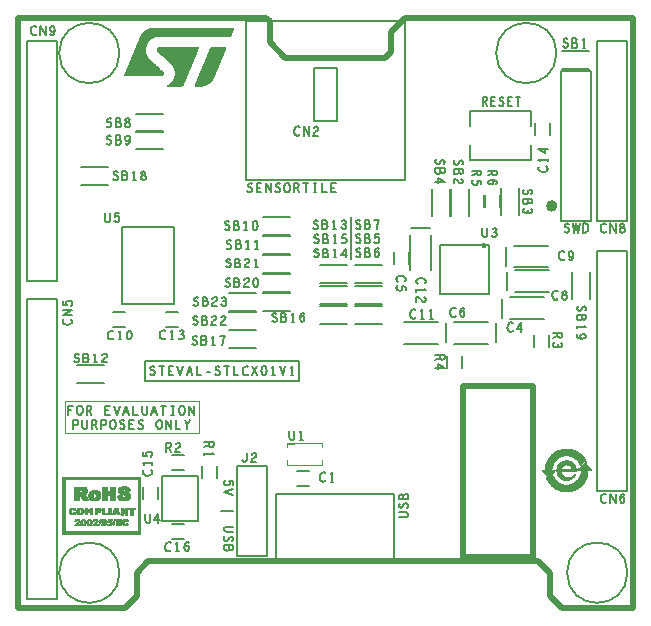
<source format=gbr>
G04 ================== begin FILE IDENTIFICATION RECORD ==================*
G04 Layout Name:  STEVAL-STLCX01V1.brd*
G04 Film Name:    STEVAL-STLCX01V1-07SST.GBR*
G04 File Format:  Gerber RS274X*
G04 File Origin:  Cadence Allegro 16.5-P002*
G04 Origin Date:  Mon May 16 11:09:18 2016*
G04 *
G04 Layer:  REF DES/SILKSCREEN_TOP*
G04 Layer:  PACKAGE GEOMETRY/SILKSCREEN_TOP*
G04 Layer:  BOARD GEOMETRY/TOOLING_CORNERS*
G04 Layer:  BOARD GEOMETRY/SILKSCREEN_TOP*
G04 *
G04 Offset:    (0.0000 0.0000)*
G04 Mirror:    No*
G04 Mode:      Positive*
G04 Rotation:  0*
G04 FullContactRelief:  No*
G04 UndefLineWidth:     0.1500*
G04 ================== end FILE IDENTIFICATION RECORD ====================*
%FSLAX25Y25*MOMM*%
%IR0*IPPOS*OFA0.00000B0.00000*MIA0B0*SFA1.00000B1.00000*%
%ADD10C,.1*%
%ADD11C,.2*%
%ADD12C,.5*%
%ADD13C,.15*%
%ADD14C,.1016*%
%ADD15C,.1524*%
%ADD16C,.2029*%
%ADD17C,.0381*%
G75*
%LPD*%
G75*
G36*
G01X573920Y791890D02*
X566050D01*
Y850050D01*
X585860D01*
X597040Y839130D01*
X608970Y851070D01*
X628020D01*
Y791890D01*
X608970D01*
Y819060D01*
X598050Y807890D01*
X585860Y820080D01*
Y791890D01*
X573920D01*
G37*
G36*
G01X1126980Y4910650D02*
X1126180Y4909770D01*
X1125900Y4909490D01*
X1125670Y4909310D01*
X1125470Y4909230D01*
X1125290Y4909220D01*
X1125110Y4909300D01*
X1124910Y4909440D01*
X1124680Y4909650D01*
X1124170Y4909970D01*
X1123830Y4910090D01*
X1123420Y4910180D01*
X1122900Y4910250D01*
X1122270Y4910300D01*
X1121500Y4910330D01*
X1120580Y4910350D01*
X1119480Y4910360D01*
X1117180Y4910340D01*
X1116390Y4910310D01*
X1115780Y4910250D01*
X1115310Y4910140D01*
X1114920Y4909990D01*
X1114590Y4909770D01*
X1114260Y4909480D01*
X1113890Y4909110D01*
X1113240Y4908520D01*
X1112940Y4908310D01*
X1112630Y4908160D01*
X1112290Y4908040D01*
X1111900Y4907960D01*
X1111440Y4907910D01*
X1110890Y4907880D01*
X1110230Y4907860D01*
X1109020Y4907830D01*
X1108550Y4907780D01*
X1108160Y4907710D01*
X1107820Y4907590D01*
X1107510Y4907430D01*
X1107210Y4907220D01*
X1106900Y4906950D01*
X1106560Y4906610D01*
X1105930Y4906000D01*
X1105640Y4905790D01*
X1105340Y4905630D01*
X1105000Y4905510D01*
X1104620Y4905440D01*
X1104170Y4905390D01*
X1103630Y4905370D01*
X1102980Y4905360D01*
X1101820Y4905330D01*
X1101370Y4905290D01*
X1100990Y4905220D01*
X1100660Y4905110D01*
X1100360Y4904980D01*
X1100090Y4904800D01*
X1099830Y4904590D01*
X1099560Y4904320D01*
X1099030Y4903840D01*
X1098760Y4903660D01*
X1098480Y4903530D01*
X1098160Y4903430D01*
X1097790Y4903360D01*
X1097360Y4903310D01*
X1096860Y4903290D01*
X1096270Y4903280D01*
X1095040Y4903250D01*
X1094570Y4903180D01*
X1094150Y4903060D01*
X1093740Y4902860D01*
X1093320Y4902560D01*
X1092840Y4902150D01*
X1092260Y4901600D01*
X1091560Y4900910D01*
X1090290Y4899690D01*
X1089820Y4899290D01*
X1089400Y4899000D01*
X1089010Y4898810D01*
X1088610Y4898700D01*
X1088160Y4898650D01*
X1087630Y4898640D01*
X1086980Y4898660D01*
X1085790Y4898670D01*
X1085340Y4898610D01*
X1084930Y4898490D01*
X1084520Y4898280D01*
X1084080Y4897970D01*
X1083570Y4897530D01*
X1082950Y4896950D01*
X1082190Y4896200D01*
X1081050Y4895130D01*
X1080570Y4894720D01*
X1080140Y4894390D01*
X1079750Y4894130D01*
X1079390Y4893940D01*
X1079060Y4893800D01*
X1078750Y4893730D01*
X1078440Y4893710D01*
X1077830Y4893610D01*
X1077510Y4893490D01*
X1077180Y4893310D01*
X1076820Y4893070D01*
X1076430Y4892770D01*
X1076000Y4892390D01*
X1075520Y4891940D01*
X1074980Y4891420D01*
X1073970Y4890440D01*
X1073540Y4890060D01*
X1073140Y4889760D01*
X1072780Y4889520D01*
X1072440Y4889340D01*
X1072120Y4889220D01*
X1071820Y4889150D01*
X1071520Y4889130D01*
X1070880Y4889000D01*
X1070510Y4888830D01*
X1070100Y4888570D01*
X1069620Y4888210D01*
X1069070Y4887740D01*
X1068430Y4887160D01*
X1067680Y4886440D01*
X1066810Y4885590D01*
X1065230Y4884050D01*
X1064600Y4883470D01*
X1064040Y4883000D01*
X1063560Y4882630D01*
X1063140Y4882370D01*
X1062780Y4882180D01*
X1062450Y4882080D01*
X1062150Y4882050D01*
X1061430Y4881820D01*
X1060920Y4881490D01*
X1060290Y4881010D01*
X1059500Y4880330D01*
X1058530Y4879440D01*
X1057350Y4878320D01*
X1055940Y4876950D01*
X1054270Y4875310D01*
X1051160Y4872160D01*
X1050030Y4870980D01*
X1049140Y4870010D01*
X1048480Y4869230D01*
X1048000Y4868600D01*
X1047700Y4868100D01*
X1047530Y4867700D01*
X1047480Y4867360D01*
X1047360Y4866710D01*
X1047180Y4866350D01*
X1046920Y4865940D01*
X1046570Y4865470D01*
X1046100Y4864920D01*
X1045510Y4864280D01*
X1044800Y4863550D01*
X1043940Y4862690D01*
X1042350Y4861110D01*
X1041760Y4860480D01*
X1041300Y4859930D01*
X1040940Y4859460D01*
X1040690Y4859050D01*
X1040520Y4858690D01*
X1040430Y4858350D01*
X1040400Y4858030D01*
X1040310Y4857420D01*
X1040190Y4857110D01*
X1040010Y4856770D01*
X1039770Y4856420D01*
X1039460Y4856030D01*
X1039090Y4855590D01*
X1038640Y4855110D01*
X1038110Y4854580D01*
X1037100Y4853520D01*
X1036720Y4853080D01*
X1036420Y4852690D01*
X1036180Y4852330D01*
X1036010Y4852000D01*
X1035900Y4851680D01*
X1035840Y4851360D01*
X1035820Y4851040D01*
X1035760Y4850450D01*
X1035690Y4850170D01*
X1035580Y4849890D01*
X1035450Y4849620D01*
X1035280Y4849350D01*
X1035080Y4849080D01*
X1034840Y4848810D01*
X1034570Y4848540D01*
X1034070Y4848010D01*
X1033870Y4847740D01*
X1033700Y4847470D01*
X1033560Y4847200D01*
X1033460Y4846930D01*
X1033380Y4846660D01*
X1033330Y4846390D01*
X1033320Y4846120D01*
X1033260Y4845610D01*
X1033200Y4845360D01*
X1033100Y4845130D01*
X1032980Y4844900D01*
X1032840Y4844680D01*
X1032680Y4844470D01*
X1032490Y4844270D01*
X1032280Y4844090D01*
X1031860Y4843690D01*
X1031690Y4843480D01*
X1031550Y4843260D01*
X1031440Y4843030D01*
X1031350Y4842780D01*
X1031280Y4842510D01*
X1031250Y4842230D01*
X1031230Y4841920D01*
X1031180Y4841310D01*
X1031100Y4841020D01*
X1031000Y4840740D01*
X1030870Y4840470D01*
X1030700Y4840200D01*
X1030490Y4839930D01*
X1030260Y4839660D01*
X1029980Y4839380D01*
X1029490Y4838850D01*
X1029290Y4838580D01*
X1029120Y4838310D01*
X1028980Y4838040D01*
X1028870Y4837770D01*
X1028800Y4837500D01*
X1028750Y4837230D01*
X1028730Y4836970D01*
X1028680Y4836440D01*
X1028610Y4836180D01*
X1028520Y4835930D01*
X1028400Y4835680D01*
X1028260Y4835430D01*
X1028090Y4835200D01*
X1027900Y4834970D01*
X1027690Y4834760D01*
X1027210Y4834230D01*
X1027030Y4833970D01*
X1026900Y4833680D01*
X1026800Y4833350D01*
X1026730Y4832970D01*
X1026680Y4832520D01*
X1026660Y4831980D01*
X1026650Y4831350D01*
X1026620Y4830140D01*
X1026580Y4829690D01*
X1026500Y4829300D01*
X1026390Y4828970D01*
X1026230Y4828660D01*
X1026010Y4828370D01*
X1025740Y4828060D01*
X1025400Y4827730D01*
X1024910Y4827190D01*
X1024710Y4826920D01*
X1024540Y4826650D01*
X1024400Y4826380D01*
X1024290Y4826100D01*
X1024210Y4825820D01*
X1024170Y4825550D01*
X1024150Y4825270D01*
X1024070Y4824690D01*
X1023990Y4824420D01*
X1023890Y4824170D01*
X1023750Y4823920D01*
X1023590Y4823670D01*
X1023390Y4823430D01*
X1023160Y4823190D01*
X1022900Y4822940D01*
X1022370Y4822470D01*
X1022170Y4822230D01*
X1022000Y4821990D01*
X1021870Y4821750D01*
X1021770Y4821490D01*
X1021700Y4821230D01*
X1021660Y4820950D01*
X1021650Y4820650D01*
X1021600Y4820080D01*
X1021530Y4819810D01*
X1021440Y4819540D01*
X1021320Y4819280D01*
X1021180Y4819040D01*
X1021010Y4818800D01*
X1020820Y4818570D01*
X1020610Y4818360D01*
X1020130Y4817830D01*
X1019950Y4817560D01*
X1019820Y4817270D01*
X1019710Y4816950D01*
X1019640Y4816580D01*
X1019600Y4816140D01*
X1019580Y4815630D01*
X1019570Y4815030D01*
X1019540Y4813860D01*
X1019480Y4813420D01*
X1019400Y4813040D01*
X1019290Y4812700D01*
X1019120Y4812400D01*
X1018910Y4812100D01*
X1018650Y4811790D01*
X1018320Y4811450D01*
X1017540Y4810410D01*
X1017290Y4809860D01*
X1017130Y4809300D01*
X1017060Y4808760D01*
X1017080Y4808270D01*
X1017210Y4807830D01*
X1017440Y4807470D01*
X1017780Y4807200D01*
X1018070Y4806950D01*
X1018110Y4806800D01*
X1018080Y4806620D01*
X1017960Y4806410D01*
X1017750Y4806130D01*
X1017450Y4805790D01*
X1017040Y4805380D01*
X1016530Y4804870D01*
X1015710Y4804030D01*
X1015390Y4803660D01*
X1015130Y4803310D01*
X1014920Y4802980D01*
X1014760Y4802670D01*
X1014650Y4802370D01*
X1014590Y4802080D01*
X1014570Y4801790D01*
X1014510Y4801300D01*
X1014440Y4801050D01*
X1014340Y4800790D01*
X1014220Y4800540D01*
X1014070Y4800290D01*
X1013910Y4800050D01*
X1013730Y4799830D01*
X1013530Y4799630D01*
X1013040Y4799090D01*
X1012870Y4798820D01*
X1012730Y4798520D01*
X1012630Y4798190D01*
X1012560Y4797800D01*
X1012520Y4797330D01*
X1012490Y4796780D01*
Y4796130D01*
X1012440Y4794870D01*
X1012380Y4794400D01*
X1012300Y4794010D01*
X1012190Y4793680D01*
X1012030Y4793390D01*
X1011830Y4793120D01*
X1011560Y4792850D01*
X1011240Y4792550D01*
X1010710Y4792080D01*
X1010500Y4791850D01*
X1010340Y4791610D01*
X1010210Y4791360D01*
X1010110Y4791100D01*
X1010040Y4790840D01*
X1010000Y4790560D01*
X1009990Y4790260D01*
X1009930Y4789690D01*
X1009860Y4789420D01*
X1009770Y4789150D01*
X1009650Y4788890D01*
X1009510Y4788650D01*
X1009340Y4788410D01*
X1009160Y4788190D01*
X1008940Y4787970D01*
X1008540Y4787530D01*
X1008380Y4787290D01*
X1008240Y4787050D01*
X1008120Y4786790D01*
X1008020Y4786520D01*
X1007960Y4786250D01*
X1007920Y4785970D01*
X1007900Y4785680D01*
X1007850Y4785100D01*
X1007780Y4784840D01*
X1007680Y4784580D01*
X1007550Y4784340D01*
X1007380Y4784100D01*
X1007180Y4783860D01*
X1006940Y4783630D01*
X1006650Y4783390D01*
X1006060Y4782820D01*
X1005860Y4782550D01*
X1005700Y4782260D01*
X1005580Y4781930D01*
X1005500Y4781540D01*
X1005450Y4781080D01*
X1005420Y4780510D01*
X1005400Y4779810D01*
X1005370Y4778560D01*
X1005330Y4778090D01*
X1005250Y4777700D01*
X1005140Y4777360D01*
X1004980Y4777050D01*
X1004760Y4776750D01*
X1004490Y4776450D01*
X1004150Y4776110D01*
X1003660Y4775570D01*
X1003460Y4775310D01*
X1003290Y4775040D01*
X1003150Y4774760D01*
X1003040Y4774490D01*
X1002960Y4774230D01*
X1002920Y4773960D01*
X1002900Y4773690D01*
X1002850Y4773170D01*
X1002780Y4772910D01*
X1002690Y4772650D01*
X1002570Y4772400D01*
X1002430Y4772160D01*
X1002260Y4771930D01*
X1002070Y4771700D01*
X1001860Y4771490D01*
X1001380Y4770960D01*
X1001200Y4770690D01*
X1001070Y4770410D01*
X1000970Y4770080D01*
X1000900Y4769700D01*
X1000850Y4769250D01*
X1000830Y4768710D01*
X1000820Y4768070D01*
X1000790Y4766870D01*
X1000750Y4766410D01*
X1000670Y4766030D01*
X1000550Y4765690D01*
X1000390Y4765390D01*
X1000180Y4765100D01*
X999910Y4764790D01*
X999570Y4764450D01*
X999080Y4763920D01*
X998880Y4763650D01*
X998710Y4763380D01*
X998570Y4763120D01*
X998460Y4762850D01*
X998380Y4762590D01*
X998340Y4762330D01*
X998320Y4762080D01*
X998260Y4761570D01*
X998190Y4761310D01*
X998090Y4761060D01*
X997970Y4760810D01*
X997830Y4760570D01*
X997660Y4760340D01*
X997480Y4760120D01*
X997280Y4759910D01*
X996880Y4759470D01*
X996710Y4759240D01*
X996570Y4759000D01*
X996450Y4758750D01*
X996360Y4758490D01*
X996290Y4758230D01*
X996250Y4757970D01*
X996240Y4757710D01*
X996180Y4757170D01*
X996100Y4756910D01*
X995990Y4756640D01*
X995850Y4756370D01*
X995680Y4756090D01*
X995480Y4755830D01*
X995250Y4755560D01*
X994990Y4755290D01*
X994380Y4754650D01*
X994160Y4754350D01*
X994000Y4754040D01*
X993890Y4753700D01*
X993810Y4753310D01*
X993770Y4752840D01*
X993740Y4752270D01*
Y4751590D01*
X993690Y4750320D01*
X993640Y4749860D01*
X993560Y4749470D01*
X993440Y4749140D01*
X993280Y4748850D01*
X993080Y4748580D01*
X992810Y4748310D01*
X992490Y4748010D01*
X991960Y4747540D01*
X991760Y4747300D01*
X991590Y4747060D01*
X991460Y4746820D01*
X991360Y4746560D01*
X991290Y4746300D01*
X991250Y4746020D01*
X991240Y4745720D01*
X991180Y4745150D01*
X991120Y4744880D01*
X991020Y4744610D01*
X990900Y4744350D01*
X990760Y4744110D01*
X990600Y4743870D01*
X990410Y4743640D01*
X990200Y4743430D01*
X989710Y4742900D01*
X989540Y4742630D01*
X989400Y4742340D01*
X989300Y4742020D01*
X989230Y4741650D01*
X989180Y4741210D01*
X989160Y4740700D01*
X989150Y4740100D01*
X989120Y4738950D01*
X989070Y4738510D01*
X988990Y4738130D01*
X988870Y4737790D01*
X988710Y4737490D01*
X988500Y4737190D01*
X988230Y4736890D01*
X987900Y4736560D01*
X987390Y4736020D01*
X987190Y4735750D01*
X987020Y4735480D01*
X986890Y4735210D01*
X986780Y4734930D01*
X986710Y4734650D01*
X986670Y4734360D01*
X986650Y4734060D01*
X986600Y4733470D01*
X986520Y4733190D01*
X986420Y4732920D01*
X986290Y4732650D01*
X986120Y4732380D01*
X985920Y4732110D01*
X985680Y4731840D01*
X985400Y4731570D01*
X984810Y4730930D01*
X984600Y4730640D01*
X984440Y4730330D01*
X984320Y4730000D01*
X984240Y4729620D01*
X984190Y4729180D01*
X984160Y4728650D01*
X984150Y4728030D01*
X984120Y4726910D01*
X984080Y4726480D01*
X984010Y4726110D01*
X983910Y4725780D01*
X983770Y4725500D01*
X983600Y4725230D01*
X983380Y4724970D01*
X983110Y4724700D01*
X982710Y4724260D01*
X982550Y4724020D01*
X982400Y4723770D01*
X982290Y4723520D01*
X982190Y4723250D01*
X982130Y4722980D01*
X982090Y4722700D01*
X982070Y4722410D01*
X982020Y4721830D01*
X981950Y4721560D01*
X981850Y4721310D01*
X981720Y4721060D01*
X981550Y4720820D01*
X981350Y4720590D01*
X981110Y4720350D01*
X980820Y4720120D01*
X980320Y4719610D01*
X980120Y4719360D01*
X979950Y4719110D01*
X979820Y4718850D01*
X979720Y4718590D01*
X979650Y4718300D01*
X979600Y4717990D01*
X979570Y4717660D01*
X979530Y4717060D01*
X979470Y4716790D01*
X979380Y4716540D01*
X979270Y4716300D01*
X979130Y4716070D01*
X978960Y4715860D01*
X978760Y4715650D01*
X978530Y4715460D01*
X978030Y4715000D01*
X977850Y4714770D01*
X977720Y4714510D01*
X977620Y4714200D01*
X977550Y4713840D01*
X977510Y4713390D01*
X977490Y4712860D01*
Y4712210D01*
X977460Y4710990D01*
X977410Y4710520D01*
X977320Y4710130D01*
X977210Y4709770D01*
X977040Y4709450D01*
X976830Y4709140D01*
X976570Y4708820D01*
X976240Y4708460D01*
X975760Y4707920D01*
X975560Y4707640D01*
X975390Y4707360D01*
X975250Y4707090D01*
X975140Y4706810D01*
X975060Y4706550D01*
X975010Y4706290D01*
X974990Y4706050D01*
X974920Y4705530D01*
X974840Y4705270D01*
X974730Y4705000D01*
X974590Y4704730D01*
X974410Y4704460D01*
X974220Y4704190D01*
X973990Y4703930D01*
X973740Y4703670D01*
X973130Y4703030D01*
X972910Y4702740D01*
X972750Y4702430D01*
X972640Y4702100D01*
X972560Y4701710D01*
X972520Y4701260D01*
X972490Y4700710D01*
Y4700050D01*
X972460Y4698880D01*
X972410Y4698430D01*
X972340Y4698050D01*
X972240Y4697720D01*
X972110Y4697430D01*
X971930Y4697170D01*
X971710Y4696910D01*
X971450Y4696640D01*
X971050Y4696200D01*
X970880Y4695970D01*
X970740Y4695720D01*
X970620Y4695470D01*
X970530Y4695220D01*
X970460Y4694960D01*
X970420Y4694700D01*
X970410Y4694430D01*
X970340Y4693900D01*
X970270Y4693630D01*
X970160Y4693360D01*
X970020Y4693090D01*
X969850Y4692820D01*
X969650Y4692550D01*
X969420Y4692280D01*
X969160Y4692020D01*
X968540Y4691370D01*
X968330Y4691080D01*
X968170Y4690770D01*
X968060Y4690430D01*
X967980Y4690030D01*
X967930Y4689560D01*
X967910Y4689000D01*
Y4688310D01*
X967860Y4687050D01*
X967800Y4686580D01*
X967720Y4686190D01*
X967610Y4685870D01*
X967450Y4685580D01*
X967250Y4685310D01*
X966980Y4685030D01*
X966660Y4684730D01*
X966130Y4684270D01*
X965920Y4684030D01*
X965760Y4683790D01*
X965630Y4683540D01*
X965530Y4683290D01*
X965460Y4683020D01*
X965420Y4682740D01*
X965410Y4682440D01*
X965350Y4681870D01*
X965280Y4681600D01*
X965190Y4681340D01*
X965070Y4681080D01*
X964930Y4680830D01*
X964760Y4680590D01*
X964580Y4680370D01*
X964360Y4680150D01*
X963880Y4679620D01*
X963710Y4679360D01*
X963570Y4679070D01*
X963470Y4678740D01*
X963400Y4678370D01*
X963350Y4677940D01*
X963330Y4677430D01*
X963320Y4676820D01*
X963290Y4675680D01*
X963240Y4675230D01*
X963160Y4674850D01*
X963040Y4674520D01*
X962880Y4674210D01*
X962670Y4673920D01*
X962400Y4673610D01*
X962070Y4673290D01*
X961560Y4672740D01*
X961360Y4672470D01*
X961190Y4672200D01*
X961060Y4671930D01*
X960950Y4671660D01*
X960880Y4671380D01*
X960840Y4671090D01*
X960820Y4670790D01*
X960770Y4670220D01*
X960700Y4669950D01*
X960610Y4669680D01*
X960490Y4669420D01*
X960350Y4669180D01*
X960180Y4668940D01*
X959990Y4668710D01*
X959780Y4668500D01*
X959400Y4668070D01*
X959230Y4667840D01*
X959090Y4667590D01*
X958970Y4667340D01*
X958870Y4667080D01*
X958800Y4666830D01*
X958760Y4666580D01*
X958740Y4666330D01*
X958670Y4665820D01*
X958590Y4665560D01*
X958480Y4665300D01*
X958340Y4665040D01*
X958170Y4664770D01*
X957970Y4664510D01*
X957740Y4664260D01*
X957490Y4664000D01*
X956880Y4663350D01*
X956670Y4663050D01*
X956510Y4662740D01*
X956390Y4662400D01*
X956310Y4662010D01*
X956270Y4661550D01*
X956250Y4661000D01*
X956240Y4660340D01*
X956190Y4659130D01*
X956140Y4658670D01*
X956060Y4658280D01*
X955940Y4657940D01*
X955790Y4657630D01*
X955580Y4657330D01*
X955320Y4657020D01*
X954990Y4656680D01*
X954530Y4656160D01*
X954330Y4655890D01*
X954160Y4655620D01*
X954010Y4655350D01*
X953900Y4655080D01*
X953810Y4654820D01*
X953760Y4654580D01*
X953740Y4654350D01*
X953680Y4653900D01*
X953610Y4653660D01*
X953510Y4653410D01*
X953390Y4653170D01*
X953250Y4652920D01*
X953080Y4652690D01*
X952900Y4652470D01*
X952700Y4652260D01*
X952300Y4651820D01*
X952130Y4651590D01*
X951990Y4651340D01*
X951870Y4651080D01*
X951780Y4650820D01*
X951710Y4650540D01*
X951670Y4650260D01*
X951660Y4649970D01*
X951600Y4649390D01*
X951530Y4649110D01*
X951420Y4648830D01*
X951290Y4648560D01*
X951120Y4648290D01*
X950920Y4648020D01*
X950680Y4647750D01*
X950410Y4647480D01*
X949810Y4646850D01*
X949600Y4646550D01*
X949440Y4646250D01*
X949320Y4645930D01*
X949240Y4645560D01*
X949190Y4645130D01*
X949160Y4644620D01*
Y4644020D01*
X949120Y4642920D01*
X949070Y4642480D01*
X948980Y4642090D01*
X948860Y4641730D01*
X948690Y4641390D01*
X948490Y4641050D01*
X948220Y4640700D01*
X947910Y4640320D01*
X947430Y4639720D01*
X947230Y4639420D01*
X947060Y4639110D01*
X946920Y4638810D01*
X946810Y4638510D01*
X946720Y4638230D01*
X946670Y4637950D01*
X946660Y4637690D01*
X946600Y4637190D01*
X946540Y4636950D01*
X946440Y4636710D01*
X946320Y4636490D01*
X946180Y4636280D01*
X946020Y4636080D01*
X945830Y4635880D01*
X945620Y4635700D01*
X945180Y4635290D01*
X945010Y4635080D01*
X944870Y4634850D01*
X944760Y4634610D01*
X944680Y4634360D01*
X944620Y4634090D01*
X944590Y4633800D01*
X944570Y4633490D01*
X944500Y4632850D01*
X944430Y4632570D01*
X944320Y4632300D01*
X944190Y4632040D01*
X944030Y4631790D01*
X943830Y4631540D01*
X943600Y4631290D01*
X943320Y4631030D01*
X942710Y4630480D01*
X942500Y4630220D01*
X942340Y4629940D01*
X942230Y4629630D01*
X942150Y4629250D01*
X942100Y4628800D01*
X942080Y4628250D01*
X942070Y4627580D01*
X942040Y4626380D01*
X942000Y4625920D01*
X941930Y4625540D01*
X941830Y4625210D01*
X941690Y4624920D01*
X941520Y4624650D01*
X941300Y4624390D01*
X941030Y4624120D01*
X940650Y4623700D01*
X940490Y4623470D01*
X940340Y4623230D01*
X940220Y4622980D01*
X940120Y4622720D01*
X940050Y4622470D01*
X940010Y4622210D01*
X939990Y4621960D01*
X939930Y4621450D01*
X939850Y4621190D01*
X939740Y4620920D01*
X939610Y4620650D01*
X939440Y4620390D01*
X939240Y4620120D01*
X939000Y4619850D01*
X938740Y4619590D01*
X938130Y4618960D01*
X937920Y4618670D01*
X937760Y4618360D01*
X937640Y4618020D01*
X937570Y4617630D01*
X937520Y4617180D01*
X937500Y4616620D01*
X937490Y4615960D01*
X937460Y4614790D01*
X937410Y4614340D01*
X937330Y4613950D01*
X937210Y4613610D01*
X937050Y4613290D01*
X936840Y4612980D01*
X936570Y4612650D01*
X936240Y4612300D01*
X935770Y4611760D01*
X935570Y4611480D01*
X935400Y4611200D01*
X935250Y4610920D01*
X935140Y4610640D01*
X935060Y4610370D01*
X935010Y4610100D01*
X934990Y4609850D01*
X934930Y4609380D01*
X934860Y4609130D01*
X934760Y4608880D01*
X934640Y4608630D01*
X934500Y4608380D01*
X934330Y4608150D01*
X934150Y4607930D01*
X933950Y4607720D01*
X933550Y4607280D01*
X933380Y4607040D01*
X933240Y4606790D01*
X933120Y4606530D01*
X933030Y4606270D01*
X932960Y4606010D01*
X932920Y4605740D01*
X932910Y4605470D01*
X932850Y4604900D01*
X932770Y4604610D01*
X932660Y4604330D01*
X932520Y4604060D01*
X932350Y4603780D01*
X932150Y4603510D01*
X931920Y4603240D01*
X931660Y4602980D01*
X931060Y4602330D01*
X930850Y4602030D01*
X930690Y4601720D01*
X930570Y4601390D01*
X930490Y4601010D01*
X930440Y4600560D01*
X930420Y4600030D01*
X930410Y4599400D01*
X930380Y4598280D01*
X930330Y4597850D01*
X930260Y4597480D01*
X930160Y4597150D01*
X930030Y4596870D01*
X929850Y4596600D01*
X929630Y4596340D01*
X929370Y4596070D01*
X928980Y4595640D01*
X928820Y4595410D01*
X928680Y4595160D01*
X928550Y4594910D01*
X928460Y4594660D01*
X928390Y4594410D01*
X928340Y4594170D01*
X928330Y4593940D01*
X928260Y4593420D01*
X928180Y4593150D01*
X928070Y4592870D01*
X927920Y4592590D01*
X927750Y4592310D01*
X927550Y4592030D01*
X927330Y4591760D01*
X927080Y4591490D01*
X926600Y4590950D01*
X926400Y4590670D01*
X926230Y4590390D01*
X926090Y4590110D01*
X925970Y4589840D01*
X925890Y4589570D01*
X925840Y4589320D01*
X925830Y4589070D01*
X925760Y4588560D01*
X925680Y4588290D01*
X925570Y4588020D01*
X925420Y4587750D01*
X925250Y4587480D01*
X925050Y4587220D01*
X924830Y4586950D01*
X924580Y4586700D01*
X923970Y4586060D01*
X923750Y4585760D01*
X923590Y4585460D01*
X923480Y4585120D01*
X923400Y4584740D01*
X923350Y4584280D01*
X923330Y4583740D01*
Y4583080D01*
X923300Y4581900D01*
X923250Y4581450D01*
X923180Y4581070D01*
X923080Y4580750D01*
X922940Y4580460D01*
X922770Y4580190D01*
X922550Y4579930D01*
X922280Y4579670D01*
X921880Y4579230D01*
X921720Y4578990D01*
X921580Y4578750D01*
X921460Y4578500D01*
X921370Y4578240D01*
X921300Y4577980D01*
X921260Y4577720D01*
X921240Y4577460D01*
X921180Y4576930D01*
X921100Y4576660D01*
X921000Y4576390D01*
X920860Y4576120D01*
X920690Y4575850D01*
X920490Y4575580D01*
X920260Y4575310D01*
X919990Y4575040D01*
X919380Y4574400D01*
X919170Y4574100D01*
X919010Y4573790D01*
X918890Y4573450D01*
X918820Y4573060D01*
X918770Y4572590D01*
X918750Y4572020D01*
X918740Y4571340D01*
X918690Y4570080D01*
X918640Y4569610D01*
X918560Y4569220D01*
X918450Y4568890D01*
X918290Y4568600D01*
X918080Y4568330D01*
X917820Y4568060D01*
X917490Y4567760D01*
X916970Y4567290D01*
X916760Y4567060D01*
X916600Y4566820D01*
X916460Y4566570D01*
X916360Y4566310D01*
X916300Y4566050D01*
X916260Y4565770D01*
X916240Y4565470D01*
X916190Y4564900D01*
X916120Y4564630D01*
X916030Y4564360D01*
X915910Y4564100D01*
X915770Y4563860D01*
X915600Y4563620D01*
X915410Y4563400D01*
X915200Y4563180D01*
X914720Y4562650D01*
X914540Y4562380D01*
X914410Y4562090D01*
X914310Y4561770D01*
X914240Y4561400D01*
X914190Y4560960D01*
X914170Y4560450D01*
X914160Y4559850D01*
X914130Y4558700D01*
X914080Y4558260D01*
X914000Y4557880D01*
X913880Y4557540D01*
X913720Y4557240D01*
X913510Y4556940D01*
X913240Y4556640D01*
X912910Y4556310D01*
X912400Y4555770D01*
X912200Y4555500D01*
X912030Y4555230D01*
X911890Y4554960D01*
X911790Y4554680D01*
X911720Y4554400D01*
X911670Y4554110D01*
X911660Y4553810D01*
X911610Y4553250D01*
X911540Y4552970D01*
X911450Y4552710D01*
X911330Y4552450D01*
X911190Y4552200D01*
X911020Y4551970D01*
X910830Y4551740D01*
X910620Y4551530D01*
X910240Y4551100D01*
X910070Y4550860D01*
X909930Y4550620D01*
X909810Y4550370D01*
X909710Y4550120D01*
X909640Y4549870D01*
X909590Y4549630D01*
X909580Y4549400D01*
X909510Y4548880D01*
X909430Y4548610D01*
X909320Y4548330D01*
X909170Y4548050D01*
X909000Y4547770D01*
X908800Y4547490D01*
X908580Y4547210D01*
X908330Y4546950D01*
X907730Y4546270D01*
X907520Y4545960D01*
X907360Y4545640D01*
X907240Y4545300D01*
X907160Y4544910D01*
X907110Y4544460D01*
X907090Y4543920D01*
X907080Y4543280D01*
X907030Y4542110D01*
X906980Y4541660D01*
X906900Y4541280D01*
X906780Y4540940D01*
X906620Y4540630D01*
X906420Y4540330D01*
X906150Y4540030D01*
X905830Y4539700D01*
X905330Y4539170D01*
X905130Y4538900D01*
X904960Y4538630D01*
X904830Y4538360D01*
X904720Y4538090D01*
X904640Y4537820D01*
X904590Y4537550D01*
X904580Y4537290D01*
X904520Y4536780D01*
X904460Y4536520D01*
X904360Y4536270D01*
X904250Y4536020D01*
X904100Y4535780D01*
X903940Y4535550D01*
X903750Y4535330D01*
X903540Y4535120D01*
X903050Y4534600D01*
X902880Y4534330D01*
X902740Y4534040D01*
X902640Y4533710D01*
X902570Y4533320D01*
X902530Y4532860D01*
X902500Y4532320D01*
Y4531670D01*
X902470Y4530450D01*
X902420Y4530000D01*
X902340Y4529620D01*
X902230Y4529300D01*
X902070Y4529030D01*
X901860Y4528760D01*
X901580Y4528500D01*
X901250Y4528210D01*
X900760Y4527720D01*
X900560Y4527480D01*
X900390Y4527230D01*
X900260Y4526980D01*
X900150Y4526730D01*
X900070Y4526460D01*
X900020Y4526180D01*
X900000Y4525880D01*
X899930Y4525330D01*
X899860Y4525050D01*
X899750Y4524780D01*
X899610Y4524500D01*
X899440Y4524230D01*
X899240Y4523960D01*
X899010Y4523690D01*
X898750Y4523430D01*
X898230Y4522880D01*
X898030Y4522610D01*
X897860Y4522340D01*
X897730Y4522070D01*
X897630Y4521800D01*
X897550Y4521520D01*
X897510Y4521230D01*
X897500Y4520930D01*
X897440Y4520360D01*
X897370Y4520090D01*
X897280Y4519820D01*
X897160Y4519560D01*
X897020Y4519320D01*
X896850Y4519080D01*
X896670Y4518850D01*
X896450Y4518640D01*
X895900Y4518060D01*
X895710Y4517750D01*
X895580Y4517390D01*
X895500Y4516920D01*
X895460Y4516300D01*
X895450Y4515510D01*
X895460Y4514500D01*
X895500Y4513230D01*
X895580Y4511030D01*
X895630Y4510280D01*
X895690Y4509720D01*
X895780Y4509310D01*
X895890Y4509050D01*
X896050Y4508880D01*
X896250Y4508780D01*
X896500Y4508730D01*
X896870Y4508620D01*
X897080Y4508520D01*
X897300Y4508400D01*
X897530Y4508260D01*
X897750Y4508110D01*
X897970Y4507940D01*
X898180Y4507760D01*
X898370Y4507570D01*
X899290Y4506570D01*
X1058730D01*
X1218180D01*
X1219130Y4507610D01*
X1219560Y4507990D01*
X1219800Y4508160D01*
X1220040Y4508300D01*
X1220290Y4508420D01*
X1220540Y4508520D01*
X1220790Y4508590D01*
X1221030Y4508630D01*
X1221260Y4508650D01*
X1223190Y4509710D01*
X1224580Y4510850D01*
X1226100Y4512240D01*
X1227610Y4513750D01*
X1229010Y4515260D01*
X1230150Y4516650D01*
X1230930Y4517810D01*
X1231220Y4518600D01*
X1231280Y4519090D01*
X1231360Y4519350D01*
X1231480Y4519610D01*
X1231620Y4519880D01*
X1231790Y4520150D01*
X1231990Y4520410D01*
X1232220Y4520670D01*
X1232470Y4520930D01*
X1233110Y4521600D01*
X1233330Y4521920D01*
X1233480Y4522270D01*
X1233590Y4522680D01*
X1233660Y4523200D01*
X1233700Y4523850D01*
X1233710Y4524680D01*
X1233720Y4525720D01*
X1233700Y4527580D01*
X1233660Y4528230D01*
X1233590Y4528750D01*
X1233480Y4529160D01*
X1233330Y4529510D01*
X1233110Y4529830D01*
X1232830Y4530150D01*
X1232470Y4530500D01*
X1231960Y4531050D01*
X1231750Y4531320D01*
X1231590Y4531590D01*
X1231450Y4531860D01*
X1231350Y4532130D01*
X1231270Y4532410D01*
X1231230Y4532700D01*
X1231220Y4533000D01*
X1231160Y4533570D01*
X1231090Y4533840D01*
X1231000Y4534110D01*
X1230880Y4534370D01*
X1230740Y4534610D01*
X1230580Y4534850D01*
X1230390Y4535080D01*
X1230170Y4535290D01*
X1229790Y4535720D01*
X1229630Y4535950D01*
X1229480Y4536200D01*
X1229360Y4536450D01*
X1229260Y4536700D01*
X1229190Y4536940D01*
X1229150Y4537180D01*
X1229130Y4537410D01*
X1228570Y4538500D01*
X1227760Y4539510D01*
X1226490Y4540930D01*
X1224690Y4542850D01*
X1222270Y4545350D01*
X1219170Y4548500D01*
X1215300Y4552390D01*
X1210590Y4557100D01*
X1202020Y4565660D01*
X1198860Y4568760D01*
X1196360Y4571180D01*
X1194440Y4573000D01*
X1193010Y4574280D01*
X1191990Y4575100D01*
X1191310Y4575540D01*
X1190890Y4575670D01*
X1189900Y4576140D01*
X1189030Y4576820D01*
X1187830Y4577880D01*
X1186220Y4579370D01*
X1184160Y4581360D01*
X1181570Y4583890D01*
X1178390Y4587040D01*
X1174550Y4590860D01*
X1167260Y4598120D01*
X1164640Y4600690D01*
X1162600Y4602650D01*
X1161040Y4604080D01*
X1159900Y4605060D01*
X1159080Y4605670D01*
X1158510Y4605970D01*
X1158100Y4606060D01*
X1157110Y4606450D01*
X1156290Y4607060D01*
X1155150Y4608040D01*
X1153600Y4609470D01*
X1151560Y4611430D01*
X1148940Y4614000D01*
X1145660Y4617240D01*
X1141640Y4621250D01*
X1134660Y4628190D01*
X1132070Y4630720D01*
X1130010Y4632710D01*
X1128400Y4634210D01*
X1127180Y4635270D01*
X1126300Y4635960D01*
X1125700Y4636330D01*
X1125310Y4636450D01*
X1124440Y4636800D01*
X1123760Y4637300D01*
X1122840Y4638070D01*
X1121650Y4639150D01*
X1120160Y4640570D01*
X1118300Y4642380D01*
X1116050Y4644610D01*
X1113350Y4647310D01*
X1108400Y4652290D01*
X1106590Y4654150D01*
X1105170Y4655640D01*
X1104090Y4656830D01*
X1103320Y4657740D01*
X1102830Y4658420D01*
X1102560Y4658930D01*
X1102480Y4659300D01*
X1102380Y4659860D01*
X1102250Y4660160D01*
X1102070Y4660500D01*
X1101830Y4660860D01*
X1101520Y4661250D01*
X1101150Y4661680D01*
X1100700Y4662150D01*
X1100190Y4662670D01*
X1099170Y4663720D01*
X1098800Y4664160D01*
X1098490Y4664550D01*
X1098260Y4664910D01*
X1098090Y4665250D01*
X1097980Y4665570D01*
X1097910Y4665880D01*
X1097890Y4666210D01*
X1097840Y4666800D01*
X1097770Y4667080D01*
X1097660Y4667350D01*
X1097530Y4667620D01*
X1097360Y4667890D01*
X1097160Y4668160D01*
X1096920Y4668430D01*
X1096640Y4668710D01*
X1096150Y4669240D01*
X1095950Y4669510D01*
X1095780Y4669780D01*
X1095640Y4670050D01*
X1095530Y4670320D01*
X1095460Y4670590D01*
X1095410Y4670860D01*
X1095390Y4671120D01*
X1095320Y4671690D01*
X1095220Y4671980D01*
X1095070Y4672290D01*
X1094880Y4672610D01*
X1094640Y4672950D01*
X1094350Y4673320D01*
X1094010Y4673700D01*
X1093600Y4674120D01*
X1092930Y4674740D01*
X1092590Y4675020D01*
X1092270Y4675280D01*
X1091960Y4675520D01*
X1091670Y4675710D01*
X1091420Y4675870D01*
X1091200Y4675980D01*
X1091020Y4676030D01*
X1090300Y4676330D01*
X1090040Y4676560D01*
X1089850Y4676820D01*
X1089730Y4677120D01*
X1089690Y4677440D01*
X1089740Y4677770D01*
X1089870Y4678090D01*
X1090100Y4678410D01*
X1090630Y4679280D01*
X1090760Y4679770D01*
X1090800Y4680270D01*
X1090770Y4680790D01*
X1090640Y4681290D01*
X1090440Y4681780D01*
X1090150Y4682240D01*
X1089770Y4682650D01*
X1089290Y4683180D01*
X1089110Y4683450D01*
X1088980Y4683740D01*
X1088880Y4684060D01*
X1088800Y4684430D01*
X1088760Y4684870D01*
X1088740Y4685380D01*
X1088730Y4685980D01*
X1088700Y4687130D01*
X1088650Y4687580D01*
X1088560Y4687960D01*
X1088450Y4688290D01*
X1088280Y4688590D01*
X1088070Y4688890D01*
X1087810Y4689190D01*
X1087480Y4689520D01*
X1086970Y4690070D01*
X1086770Y4690340D01*
X1086600Y4690600D01*
X1086460Y4690870D01*
X1086360Y4691150D01*
X1086290Y4691430D01*
X1086240Y4691720D01*
X1086230Y4692020D01*
X1086070Y4692880D01*
X1085890Y4693290D01*
X1085650Y4693680D01*
X1085360Y4694020D01*
X1085040Y4694310D01*
X1084700Y4694530D01*
X1084340Y4694670D01*
X1083980Y4694720D01*
X1083450Y4694860D01*
X1083220Y4695020D01*
X1083020Y4695230D01*
X1082860Y4695470D01*
X1082740Y4695730D01*
X1082670Y4696010D01*
Y4696290D01*
X1082730Y4696560D01*
X1082830Y4696790D01*
X1082900Y4696900D01*
X1082970Y4696990D01*
X1083050Y4697070D01*
X1083130Y4697130D01*
X1083210Y4697180D01*
X1083280Y4697210D01*
X1083350Y4697220D01*
X1083490Y4697550D01*
X1083540Y4697930D01*
X1083600Y4698440D01*
X1083640Y4699060D01*
X1083680Y4699780D01*
X1083710Y4700570D01*
X1083720Y4701430D01*
X1083730Y4702340D01*
X1083680Y4705350D01*
X1083590Y4706420D01*
X1083450Y4707240D01*
X1083230Y4707860D01*
X1082940Y4708300D01*
X1082550Y4708610D01*
X1082050Y4708820D01*
X1081440Y4708960D01*
X1080860Y4709250D01*
X1080670Y4709490D01*
X1080550Y4709790D01*
X1080490Y4710120D01*
X1080510Y4710450D01*
X1080600Y4710790D01*
X1080770Y4711100D01*
X1081020Y4711380D01*
X1081320Y4711990D01*
X1081420Y4712650D01*
X1081500Y4713620D01*
X1081560Y4715000D01*
X1081600Y4716850D01*
X1081630Y4719240D01*
X1081640Y4722250D01*
X1081650Y4725950D01*
X1081630Y4732650D01*
X1081600Y4735040D01*
X1081560Y4736890D01*
X1081500Y4738270D01*
X1081420Y4739240D01*
X1081320Y4739900D01*
X1081190Y4740300D01*
X1081020Y4740520D01*
X1080600Y4741100D01*
X1080510Y4741440D01*
X1080490Y4741780D01*
X1080550Y4742100D01*
X1080670Y4742400D01*
X1080860Y4742640D01*
X1081120Y4742830D01*
X1081440Y4742930D01*
X1082500Y4743280D01*
X1082880Y4743560D01*
X1083180Y4743950D01*
X1083400Y4744470D01*
X1083560Y4745140D01*
X1083660Y4745990D01*
X1083710Y4747030D01*
X1083730Y4748300D01*
X1083710Y4749710D01*
X1083680Y4750320D01*
X1083640Y4750860D01*
X1083590Y4751310D01*
X1083530Y4751680D01*
X1083470Y4751950D01*
X1083390Y4752110D01*
X1083310Y4752170D01*
X1082950Y4752310D01*
X1082910Y4752480D01*
X1082960Y4752710D01*
X1083100Y4753000D01*
X1083330Y4753350D01*
X1083650Y4753750D01*
X1084060Y4754210D01*
X1084560Y4754710D01*
X1085410Y4755580D01*
X1085700Y4755930D01*
X1085910Y4756270D01*
X1086060Y4756630D01*
X1086150Y4757030D01*
X1086200Y4757490D01*
X1086220Y4758060D01*
X1086230Y4758750D01*
X1086260Y4759960D01*
X1086300Y4760420D01*
X1086380Y4760810D01*
X1086490Y4761140D01*
X1086650Y4761450D01*
X1086870Y4761740D01*
X1087140Y4762040D01*
X1087480Y4762370D01*
X1088070Y4763000D01*
X1088280Y4763290D01*
X1088450Y4763590D01*
X1088560Y4763910D01*
X1088650Y4764270D01*
X1088700Y4764680D01*
X1088720Y4765170D01*
X1088730Y4765740D01*
X1088700Y4766610D01*
X1088660Y4766990D01*
X1088610Y4767330D01*
X1088540Y4767620D01*
X1088450Y4767880D01*
X1088350Y4768100D01*
X1088240Y4768270D01*
X1088100Y4768410D01*
X1087630Y4769040D01*
X1087510Y4769400D01*
X1087470Y4769770D01*
X1087500Y4770120D01*
X1087600Y4770430D01*
X1087770Y4770680D01*
X1088010Y4770840D01*
X1088310Y4770900D01*
X1088710Y4771040D01*
X1088990Y4771190D01*
X1089320Y4771400D01*
X1089670Y4771650D01*
X1090050Y4771950D01*
X1090440Y4772270D01*
X1090840Y4772620D01*
X1091230Y4772980D01*
X1092450Y4774400D01*
X1092870Y4775050D01*
X1093160Y4775650D01*
X1093320Y4776210D01*
X1093360Y4776720D01*
X1093260Y4777190D01*
X1093040Y4777610D01*
X1092690Y4777980D01*
X1092410Y4778290D01*
X1092360Y4778450D01*
X1092390Y4778630D01*
X1092480Y4778850D01*
X1092660Y4779100D01*
X1092920Y4779420D01*
X1093280Y4779800D01*
X1093730Y4780270D01*
X1094390Y4780990D01*
X1094660Y4781340D01*
X1094890Y4781670D01*
X1095070Y4781980D01*
X1095210Y4782280D01*
X1095310Y4782570D01*
X1095370Y4782840D01*
X1095390Y4783100D01*
X1095500Y4783670D01*
X1095640Y4783990D01*
X1095830Y4784350D01*
X1096100Y4784740D01*
X1096430Y4785180D01*
X1096840Y4785650D01*
X1097330Y4786180D01*
X1097890Y4786760D01*
X1098920Y4787850D01*
X1099320Y4788320D01*
X1099660Y4788750D01*
X1099930Y4789140D01*
X1100140Y4789490D01*
X1100280Y4789820D01*
X1100370Y4790110D01*
X1100390Y4790390D01*
X1100540Y4790990D01*
X1100730Y4791360D01*
X1101010Y4791800D01*
X1101380Y4792290D01*
X1101850Y4792860D01*
X1102430Y4793510D01*
X1103120Y4794250D01*
X1103940Y4795090D01*
X1105510Y4796730D01*
X1106090Y4797380D01*
X1106560Y4797950D01*
X1106920Y4798440D01*
X1107180Y4798860D01*
X1107350Y4799230D01*
X1107450Y4799560D01*
X1107480Y4799880D01*
X1107660Y4800620D01*
X1107930Y4801090D01*
X1108340Y4801660D01*
X1108930Y4802360D01*
X1109710Y4803220D01*
X1110700Y4804270D01*
X1111940Y4805530D01*
X1113440Y4807040D01*
X1116240Y4809800D01*
X1117280Y4810790D01*
X1118140Y4811560D01*
X1118830Y4812130D01*
X1119390Y4812530D01*
X1119850Y4812780D01*
X1120250Y4812910D01*
X1120600Y4812950D01*
X1121290Y4813060D01*
X1121670Y4813230D01*
X1122080Y4813480D01*
X1122550Y4813830D01*
X1123100Y4814290D01*
X1123750Y4814880D01*
X1124510Y4815610D01*
X1125390Y4816490D01*
X1127020Y4818090D01*
X1127660Y4818680D01*
X1128210Y4819140D01*
X1128690Y4819490D01*
X1129110Y4819750D01*
X1129490Y4819910D01*
X1129840Y4820000D01*
X1130180Y4820020D01*
X1130740Y4820100D01*
X1131010Y4820180D01*
X1131270Y4820290D01*
X1131520Y4820420D01*
X1131760Y4820590D01*
X1132000Y4820780D01*
X1132240Y4821010D01*
X1132480Y4821270D01*
X1132940Y4821780D01*
X1133180Y4821990D01*
X1133420Y4822150D01*
X1133670Y4822290D01*
X1133920Y4822390D01*
X1134190Y4822470D01*
X1134470Y4822510D01*
X1134770Y4822520D01*
X1135420Y4822600D01*
X1135740Y4822720D01*
X1136080Y4822890D01*
X1136440Y4823120D01*
X1136830Y4823420D01*
X1137270Y4823800D01*
X1137760Y4824260D01*
X1138310Y4824810D01*
X1139350Y4825820D01*
X1139780Y4826200D01*
X1140180Y4826500D01*
X1140540Y4826740D01*
X1140880Y4826910D01*
X1141200Y4827020D01*
X1141520Y4827080D01*
X1141850Y4827100D01*
X1142440Y4827170D01*
X1142730Y4827260D01*
X1143020Y4827380D01*
X1143320Y4827560D01*
X1143630Y4827780D01*
X1143960Y4828050D01*
X1144310Y4828380D01*
X1144680Y4828770D01*
X1145590Y4829670D01*
X1145960Y4830000D01*
X1146290Y4830230D01*
X1146560Y4830370D01*
X1146770Y4830420D01*
X1146930Y4830380D01*
X1147030Y4830240D01*
X1147060Y4830010D01*
X1147160Y4829880D01*
X1147270Y4829810D01*
X1147430Y4829760D01*
X1147620Y4829700D01*
X1147840Y4829660D01*
X1148090Y4829630D01*
X1148360Y4829610D01*
X1148640Y4829600D01*
X1149360Y4829640D01*
X1149670Y4829700D01*
X1149960Y4829790D01*
X1150240Y4829900D01*
X1150500Y4830040D01*
X1150750Y4830210D01*
X1150990Y4830410D01*
X1151220Y4830640D01*
X1151660Y4831040D01*
X1151900Y4831210D01*
X1152150Y4831350D01*
X1152410Y4831470D01*
X1152670Y4831560D01*
X1152940Y4831630D01*
X1153230Y4831670D01*
X1153510Y4831680D01*
X1154370Y4831820D01*
X1154770Y4831990D01*
X1155150Y4832240D01*
X1155500Y4832550D01*
X1155830Y4832920D01*
X1156130Y4833360D01*
X1156400Y4833860D01*
X1156640Y4834430D01*
X1157000Y4835030D01*
X1157220Y4835230D01*
X1157450Y4835350D01*
X1157700Y4835390D01*
X1157950Y4835360D01*
X1158210Y4835250D01*
X1158470Y4835070D01*
X1158720Y4834800D01*
X1159040Y4834560D01*
X1159270Y4834460D01*
X1159550Y4834370D01*
X1159880Y4834300D01*
X1160260Y4834250D01*
X1160690Y4834210D01*
X1161180Y4834190D01*
X1161720Y4834180D01*
X1163000Y4834210D01*
X1163470Y4834260D01*
X1163860Y4834360D01*
X1164220Y4834510D01*
X1164560Y4834730D01*
X1164920Y4835030D01*
X1165330Y4835430D01*
X1165810Y4835930D01*
X1166550Y4836700D01*
X1166850Y4836970D01*
X1167100Y4837170D01*
X1167320Y4837290D01*
X1167510Y4837350D01*
X1167680D01*
X1167830Y4837290D01*
X1167970Y4837170D01*
X1168410Y4836980D01*
X1168790Y4836900D01*
X1169280Y4836830D01*
X1169880Y4836770D01*
X1170600Y4836730D01*
X1171440Y4836700D01*
X1172390Y4836680D01*
X1173470D01*
X1178430D01*
X1180050Y4838420D01*
X1180860Y4839270D01*
X1181160Y4839540D01*
X1181400Y4839730D01*
X1181590Y4839830D01*
X1181740Y4839840D01*
X1181870Y4839780D01*
X1181990Y4839660D01*
X1182100Y4839460D01*
X1187470Y4839110D01*
X1197220Y4838980D01*
X1214560Y4838900D01*
X1241640Y4838830D01*
X1280620Y4838790D01*
X1333670Y4838770D01*
X1402930Y4838760D01*
X1490570D01*
X1798630D01*
X1801790Y4841920D01*
X1803130Y4843320D01*
X1803640Y4843900D01*
X1804060Y4844410D01*
X1804380Y4844860D01*
X1804630Y4845250D01*
X1804790Y4845600D01*
X1804890Y4845920D01*
X1804920Y4846210D01*
X1804980Y4846700D01*
X1805060Y4846960D01*
X1805180Y4847220D01*
X1805320Y4847490D01*
X1805490Y4847760D01*
X1805690Y4848020D01*
X1805920Y4848290D01*
X1806170Y4848540D01*
X1806780Y4849180D01*
X1806990Y4849480D01*
X1807150Y4849790D01*
X1807270Y4850140D01*
X1807340Y4850540D01*
X1807390Y4851010D01*
X1807410Y4851590D01*
X1807420Y4852290D01*
X1807440Y4853590D01*
X1807480Y4854060D01*
X1807550Y4854450D01*
X1807670Y4854770D01*
X1807820Y4855050D01*
X1808040Y4855300D01*
X1808320Y4855550D01*
X1808670Y4855820D01*
X1809190Y4856280D01*
X1809400Y4856510D01*
X1809560Y4856740D01*
X1809700Y4856980D01*
X1809800Y4857230D01*
X1809860Y4857500D01*
X1809900Y4857800D01*
X1809920Y4858110D01*
X1809970Y4858680D01*
X1810040Y4858960D01*
X1810130Y4859220D01*
X1810250Y4859480D01*
X1810390Y4859730D01*
X1810560Y4859960D01*
X1810750Y4860190D01*
X1810960Y4860400D01*
X1811440Y4860930D01*
X1811620Y4861200D01*
X1811750Y4861500D01*
X1811850Y4861830D01*
X1811920Y4862230D01*
X1811970Y4862700D01*
X1811990Y4863270D01*
X1812000Y4863940D01*
X1812020Y4865240D01*
X1812060Y4865720D01*
X1812140Y4866110D01*
X1812250Y4866430D01*
X1812410Y4866700D01*
X1812620Y4866950D01*
X1812900Y4867210D01*
X1813250Y4867480D01*
X1813780Y4867940D01*
X1813980Y4868170D01*
X1814150Y4868400D01*
X1814280Y4868640D01*
X1814380Y4868890D01*
X1814450Y4869160D01*
X1814490Y4869450D01*
X1814500Y4869770D01*
X1814560Y4870360D01*
X1814630Y4870640D01*
X1814730Y4870910D01*
X1814870Y4871180D01*
X1815040Y4871450D01*
X1815240Y4871720D01*
X1815480Y4871990D01*
X1815750Y4872270D01*
X1816240Y4872800D01*
X1816440Y4873070D01*
X1816610Y4873340D01*
X1816750Y4873610D01*
X1816860Y4873880D01*
X1816940Y4874150D01*
X1816980Y4874420D01*
X1817000Y4874680D01*
X1817050Y4875210D01*
X1817120Y4875470D01*
X1817210Y4875720D01*
X1817330Y4875970D01*
X1817470Y4876210D01*
X1817640Y4876450D01*
X1817830Y4876670D01*
X1818040Y4876890D01*
X1818520Y4877410D01*
X1818700Y4877680D01*
X1818840Y4877970D01*
X1818940Y4878300D01*
X1819010Y4878680D01*
X1819050Y4879130D01*
X1819080Y4879660D01*
Y4880300D01*
X1819110Y4881510D01*
X1819160Y4881960D01*
X1819230Y4882350D01*
X1819350Y4882680D01*
X1819510Y4882980D01*
X1819720Y4883280D01*
X1819990Y4883580D01*
X1820330Y4883920D01*
X1820930Y4884550D01*
X1821140Y4884850D01*
X1821300Y4885160D01*
X1821420Y4885490D01*
X1821500Y4885870D01*
X1821550Y4886310D01*
X1821570Y4886840D01*
X1821580Y4887460D01*
X1821610Y4888570D01*
X1821660Y4889010D01*
X1821730Y4889380D01*
X1821830Y4889700D01*
X1821960Y4889990D01*
X1822140Y4890260D01*
X1822360Y4890520D01*
X1822620Y4890790D01*
X1823020Y4891230D01*
X1823190Y4891470D01*
X1823330Y4891720D01*
X1823450Y4891970D01*
X1823540Y4892240D01*
X1823610Y4892510D01*
X1823650Y4892790D01*
X1823670Y4893080D01*
X1823720Y4893670D01*
X1823790Y4893950D01*
X1823900Y4894230D01*
X1824030Y4894500D01*
X1824200Y4894760D01*
X1824400Y4895030D01*
X1824640Y4895300D01*
X1824920Y4895580D01*
X1825510Y4896210D01*
X1825720Y4896510D01*
X1825880Y4896810D01*
X1826000Y4897140D01*
X1826080Y4897520D01*
X1826130Y4897970D01*
X1826160Y4898490D01*
Y4899120D01*
X1826200Y4900270D01*
X1826250Y4900710D01*
X1826330Y4901090D01*
X1826450Y4901420D01*
X1826610Y4901730D01*
X1826820Y4902020D01*
X1827090Y4902330D01*
X1827410Y4902660D01*
X1828400Y4903830D01*
X1828610Y4904390D01*
X1828620Y4904970D01*
X1828430Y4905600D01*
X1828030Y4906310D01*
X1827390Y4907130D01*
X1826530Y4908090D01*
X1825420Y4909230D01*
X1822210Y4912440D01*
X1475360Y4912400D01*
X1128520Y4912350D01*
X1126980Y4910650D01*
G37*
G36*
G01X1186430Y4747590D02*
X1185880Y4747080D01*
X1185610Y4746880D01*
X1185350Y4746710D01*
X1185070Y4746580D01*
X1184800Y4746470D01*
X1184520Y4746400D01*
X1184230Y4746360D01*
X1183930Y4746340D01*
X1183220Y4746210D01*
X1182830Y4746030D01*
X1182370Y4745730D01*
X1181830Y4745320D01*
X1181190Y4744760D01*
X1180410Y4744040D01*
X1179490Y4743150D01*
X1178390Y4742060D01*
X1176420Y4740050D01*
X1175710Y4739280D01*
X1175160Y4738630D01*
X1174740Y4738090D01*
X1174450Y4737630D01*
X1174270Y4737230D01*
X1174170Y4736870D01*
X1174140Y4736520D01*
X1174080Y4735950D01*
X1174000Y4735680D01*
X1173890Y4735410D01*
X1173750Y4735140D01*
X1173580Y4734880D01*
X1173380Y4734610D01*
X1173150Y4734340D01*
X1172890Y4734060D01*
X1171640Y4732860D01*
Y4725860D01*
Y4718870D01*
X1173930Y4716620D01*
X1174910Y4715620D01*
X1175280Y4715190D01*
X1175590Y4714800D01*
X1175830Y4714440D01*
X1176010Y4714100D01*
X1176130Y4713780D01*
X1176200Y4713470D01*
X1176220Y4713170D01*
X1177300Y4711200D01*
X1178470Y4709780D01*
X1179880Y4708250D01*
X1181420Y4706710D01*
X1182960Y4705290D01*
X1184380Y4704130D01*
X1185550Y4703340D01*
X1186350Y4703050D01*
X1187310Y4702630D01*
X1188120Y4702020D01*
X1189220Y4701070D01*
X1190690Y4699720D01*
X1192590Y4697900D01*
X1194970Y4695570D01*
X1197910Y4692650D01*
X1201470Y4689100D01*
X1207900Y4682710D01*
X1210290Y4680380D01*
X1212190Y4678560D01*
X1213670Y4677190D01*
X1214790Y4676220D01*
X1215600Y4675600D01*
X1216170Y4675260D01*
X1216550Y4675160D01*
X1217510Y4674720D01*
X1218330Y4674080D01*
X1219460Y4673090D01*
X1220970Y4671700D01*
X1222900Y4669860D01*
X1225310Y4667490D01*
X1228270Y4664560D01*
X1231840Y4661010D01*
X1238650Y4654230D01*
X1241100Y4651840D01*
X1243010Y4650020D01*
X1244460Y4648680D01*
X1245530Y4647770D01*
X1246300Y4647210D01*
X1246850Y4646930D01*
X1247260Y4646850D01*
X1248260Y4646470D01*
X1249070Y4645860D01*
X1250210Y4644890D01*
X1251750Y4643460D01*
X1253790Y4641500D01*
X1256410Y4638930D01*
X1259690Y4635680D01*
X1263710Y4631660D01*
X1270720Y4624690D01*
X1273310Y4622150D01*
X1275370Y4620170D01*
X1276970Y4618680D01*
X1278170Y4617620D01*
X1279040Y4616940D01*
X1279650Y4616570D01*
X1280050Y4616460D01*
X1283000Y4614350D01*
X1285500Y4612100D01*
X1288320Y4609400D01*
X1291220Y4606500D01*
X1293920Y4603680D01*
X1296180Y4601190D01*
X1297720Y4599280D01*
X1298290Y4598230D01*
X1298400Y4597670D01*
X1298530Y4597360D01*
X1298710Y4597020D01*
X1298960Y4596650D01*
X1299270Y4596250D01*
X1299640Y4595810D01*
X1300080Y4595340D01*
X1300590Y4594820D01*
X1301580Y4593780D01*
X1301950Y4593330D01*
X1302250Y4592930D01*
X1302480Y4592570D01*
X1302650Y4592220D01*
X1302770Y4591890D01*
X1302850Y4591570D01*
X1302880Y4591240D01*
X1302930Y4590710D01*
X1303000Y4590440D01*
X1303090Y4590180D01*
X1303210Y4589920D01*
X1303350Y4589670D01*
X1303520Y4589430D01*
X1303710Y4589210D01*
X1303920Y4588990D01*
X1304300Y4588560D01*
X1304470Y4588330D01*
X1304610Y4588080D01*
X1304730Y4587830D01*
X1304830Y4587570D01*
X1304900Y4587320D01*
X1304940Y4587070D01*
X1304960Y4586830D01*
X1305050Y4586210D01*
X1305180Y4585890D01*
X1305370Y4585540D01*
X1305630Y4585170D01*
X1305960Y4584750D01*
X1306370Y4584290D01*
X1306870Y4583780D01*
X1307460Y4583200D01*
X1308570Y4582100D01*
X1308980Y4581630D01*
X1309310Y4581220D01*
X1309560Y4580850D01*
X1309750Y4580500D01*
X1309870Y4580170D01*
X1309940Y4579860D01*
X1309960Y4579540D01*
X1310010Y4579020D01*
X1310080Y4578760D01*
X1310170Y4578500D01*
X1310290Y4578250D01*
X1310430Y4578010D01*
X1310600Y4577770D01*
X1310790Y4577550D01*
X1311000Y4577330D01*
X1311400Y4576890D01*
X1311570Y4576660D01*
X1311710Y4576410D01*
X1311830Y4576150D01*
X1311920Y4575890D01*
X1311990Y4575610D01*
X1312030Y4575330D01*
X1312040Y4575040D01*
X1312090Y4574470D01*
X1312160Y4574200D01*
X1312260Y4573950D01*
X1312390Y4573700D01*
X1312560Y4573460D01*
X1312770Y4573220D01*
X1313010Y4572990D01*
X1313290Y4572760D01*
X1313800Y4572260D01*
X1314000Y4572020D01*
X1314160Y4571770D01*
X1314290Y4571520D01*
X1314390Y4571260D01*
X1314470Y4570980D01*
X1314520Y4570690D01*
X1314540Y4570380D01*
X1314710Y4569380D01*
X1314910Y4568910D01*
X1315170Y4568480D01*
X1315490Y4568100D01*
X1315840Y4567790D01*
X1316220Y4567550D01*
X1316630Y4567400D01*
X1317040Y4567340D01*
X1317400Y4567300D01*
X1317540Y4567240D01*
X1317650Y4567160D01*
X1317730Y4567050D01*
X1317800Y4566920D01*
X1317840Y4566760D01*
X1317870Y4566570D01*
X1317880Y4566340D01*
X1317850Y4565960D01*
X1317820Y4565780D01*
X1317780Y4565610D01*
X1317740Y4565450D01*
X1317680Y4565310D01*
X1317610Y4565200D01*
X1317540Y4565110D01*
X1317460Y4565050D01*
X1317320Y4564810D01*
X1317260Y4564580D01*
X1317200Y4564290D01*
X1317150Y4563950D01*
X1317100Y4563560D01*
X1317070Y4563140D01*
X1317050Y4562690D01*
X1317040Y4562220D01*
X1317070Y4560880D01*
X1317130Y4560390D01*
X1317230Y4559970D01*
X1317380Y4559590D01*
X1317610Y4559220D01*
X1317920Y4558830D01*
X1318320Y4558380D01*
X1318830Y4557850D01*
X1319660Y4556980D01*
X1319930Y4556660D01*
X1320110Y4556400D01*
X1320210Y4556200D01*
X1320230Y4556030D01*
X1320170Y4555890D01*
X1320060Y4555770D01*
X1319880Y4555650D01*
X1319550Y4555370D01*
X1319420Y4555180D01*
X1319320Y4554950D01*
X1319250Y4554660D01*
X1319190Y4554310D01*
X1319150Y4553890D01*
X1319130Y4553400D01*
Y4552820D01*
X1319160Y4551700D01*
X1319200Y4551260D01*
X1319260Y4550890D01*
X1319360Y4550560D01*
X1319480Y4550280D01*
X1319640Y4550020D01*
X1319840Y4549770D01*
X1320080Y4549530D01*
X1320470Y4549210D01*
X1320670Y4549070D01*
X1320880Y4548940D01*
X1321080Y4548830D01*
X1321270Y4548740D01*
X1321450Y4548670D01*
X1321610Y4548630D01*
X1321750Y4548610D01*
X1322330Y4548450D01*
X1322530Y4548280D01*
X1322670Y4548050D01*
X1322730Y4547780D01*
Y4547490D01*
X1322660Y4547180D01*
X1322520Y4546870D01*
X1322290Y4546570D01*
X1321970Y4545790D01*
X1321860Y4544990D01*
X1321770Y4543790D01*
X1321710Y4542090D01*
X1321670Y4539780D01*
X1321640Y4536770D01*
X1321630Y4532940D01*
Y4528210D01*
X1321640Y4519660D01*
X1321670Y4516650D01*
X1321710Y4514340D01*
X1321770Y4512630D01*
X1321860Y4511430D01*
X1321970Y4510640D01*
X1322120Y4510150D01*
X1322290Y4509860D01*
X1322660Y4509250D01*
X1322740Y4508940D01*
Y4508650D01*
X1322670Y4508380D01*
X1322540Y4508150D01*
X1322350Y4507970D01*
X1322100Y4507860D01*
X1321790Y4507820D01*
X1321490Y4507760D01*
X1321310Y4507690D01*
X1321120Y4507590D01*
X1320920Y4507480D01*
X1320710Y4507350D01*
X1320510Y4507200D01*
X1320310Y4507030D01*
X1320130Y4506860D01*
X1319680Y4506370D01*
X1319510Y4506110D01*
X1319380Y4505830D01*
X1319280Y4505510D01*
X1319210Y4505140D01*
X1319160Y4504710D01*
X1319130Y4504200D01*
Y4503610D01*
X1319160Y4502630D01*
X1319200Y4502220D01*
X1319250Y4501860D01*
X1319320Y4501540D01*
X1319400Y4501270D01*
X1319500Y4501050D01*
X1319620Y4500870D01*
X1319750Y4500740D01*
X1320030Y4500430D01*
X1320070Y4500270D01*
X1320050Y4500090D01*
X1319950Y4499870D01*
X1319780Y4499620D01*
X1319510Y4499300D01*
X1319160Y4498920D01*
X1318710Y4498450D01*
X1317960Y4497630D01*
X1317680Y4497270D01*
X1317470Y4496940D01*
X1317300Y4496620D01*
X1317180Y4496290D01*
X1317100Y4495960D01*
X1317060Y4495600D01*
X1317040Y4495200D01*
X1317070Y4494670D01*
X1317100Y4494430D01*
X1317150Y4494220D01*
X1317200Y4494030D01*
X1317260Y4493880D01*
X1317320Y4493760D01*
X1317390Y4493690D01*
X1317460Y4493660D01*
X1317820Y4493530D01*
X1317870Y4493370D01*
X1317820Y4493150D01*
X1317670Y4492860D01*
X1317440Y4492530D01*
X1317120Y4492140D01*
X1316710Y4491700D01*
X1316210Y4491210D01*
X1315220Y4490050D01*
X1314870Y4489470D01*
X1314640Y4488910D01*
X1314510Y4488360D01*
X1314500Y4487850D01*
X1314610Y4487380D01*
X1314830Y4486950D01*
X1315170Y4486590D01*
X1315410Y4486300D01*
X1315440Y4486140D01*
X1315390Y4485940D01*
X1315270Y4485710D01*
X1315070Y4485430D01*
X1314780Y4485080D01*
X1314400Y4484670D01*
X1313920Y4484170D01*
X1313160Y4483360D01*
X1312860Y4482990D01*
X1312600Y4482640D01*
X1312400Y4482310D01*
X1312240Y4482000D01*
X1312130Y4481710D01*
X1312060Y4481430D01*
X1312040Y4481170D01*
X1311980Y4480730D01*
X1311910Y4480490D01*
X1311810Y4480240D01*
X1311690Y4479990D01*
X1311550Y4479750D01*
X1311380Y4479520D01*
X1311200Y4479300D01*
X1311000Y4479090D01*
X1310600Y4478650D01*
X1310430Y4478420D01*
X1310290Y4478170D01*
X1310170Y4477910D01*
X1310080Y4477650D01*
X1310010Y4477370D01*
X1309970Y4477090D01*
X1309960Y4476800D01*
X1309900Y4476210D01*
X1309830Y4475930D01*
X1309730Y4475660D01*
X1309590Y4475390D01*
X1309420Y4475120D01*
X1309220Y4474850D01*
X1308980Y4474580D01*
X1308710Y4474310D01*
X1308230Y4473790D01*
X1308030Y4473520D01*
X1307860Y4473250D01*
X1307720Y4472980D01*
X1307610Y4472710D01*
X1307530Y4472450D01*
X1307480Y4472190D01*
X1307460Y4471930D01*
X1307390Y4471430D01*
X1307310Y4471170D01*
X1307200Y4470900D01*
X1307060Y4470620D01*
X1306890Y4470340D01*
X1306690Y4470060D01*
X1306460Y4469790D01*
X1306210Y4469520D01*
X1305730Y4468980D01*
X1305530Y4468700D01*
X1305360Y4468420D01*
X1305220Y4468140D01*
X1305110Y4467870D01*
X1305030Y4467600D01*
X1304980Y4467350D01*
X1304960Y4467100D01*
X1304860Y4466530D01*
X1304740Y4466220D01*
X1304550Y4465890D01*
X1304310Y4465530D01*
X1304000Y4465130D01*
X1303630Y4464700D01*
X1303190Y4464220D01*
X1302670Y4463690D01*
X1301660Y4462650D01*
X1301280Y4462220D01*
X1300980Y4461820D01*
X1300740Y4461460D01*
X1300570Y4461120D01*
X1300460Y4460800D01*
X1300400Y4460480D01*
X1300380Y4460150D01*
X1300260Y4459480D01*
X1300100Y4459110D01*
X1299850Y4458690D01*
X1299500Y4458220D01*
X1299030Y4457670D01*
X1298440Y4457030D01*
X1297710Y4456280D01*
X1296840Y4455410D01*
X1295280Y4453820D01*
X1294700Y4453180D01*
X1294230Y4452630D01*
X1293870Y4452160D01*
X1293600Y4451750D01*
X1293420Y4451390D01*
X1293330Y4451050D01*
X1293290Y4450740D01*
X1293090Y4450010D01*
X1292810Y4449530D01*
X1292380Y4448950D01*
X1291770Y4448230D01*
X1290970Y4447360D01*
X1289960Y4446310D01*
X1288720Y4445040D01*
X1287210Y4443540D01*
X1284420Y4440780D01*
X1283360Y4439770D01*
X1282480Y4438970D01*
X1281770Y4438370D01*
X1281190Y4437940D01*
X1280720Y4437660D01*
X1280330Y4437510D01*
X1280000Y4437470D01*
X1279350Y4437340D01*
X1278980Y4437170D01*
X1278570Y4436910D01*
X1278100Y4436550D01*
X1277560Y4436080D01*
X1276930Y4435500D01*
X1276190Y4434780D01*
X1275340Y4433930D01*
X1273700Y4432290D01*
X1273070Y4431700D01*
X1272530Y4431230D01*
X1272070Y4430890D01*
X1271660Y4430650D01*
X1271290Y4430490D01*
X1270940Y4430410D01*
X1270590Y4430390D01*
X1269940Y4430310D01*
X1269620Y4430190D01*
X1269290Y4430020D01*
X1268930Y4429790D01*
X1268540Y4429490D01*
X1268100Y4429110D01*
X1267610Y4428650D01*
X1267050Y4428100D01*
X1265990Y4427090D01*
X1265550Y4426710D01*
X1265160Y4426410D01*
X1264800Y4426170D01*
X1264460Y4426010D01*
X1264130Y4425890D01*
X1263800Y4425830D01*
X1263460Y4425810D01*
X1262870Y4425760D01*
X1262610Y4425690D01*
X1262360Y4425590D01*
X1262130Y4425460D01*
X1261900Y4425290D01*
X1261670Y4425090D01*
X1261450Y4424840D01*
X1261210Y4424560D01*
X1260720Y4424000D01*
X1260470Y4423790D01*
X1260210Y4423620D01*
X1259910Y4423490D01*
X1259570Y4423390D01*
X1259170Y4423310D01*
X1258690Y4423260D01*
X1258130Y4423230D01*
X1257120Y4423140D01*
X1256760Y4423080D01*
X1256480Y4423000D01*
X1256270Y4422910D01*
X1256110Y4422780D01*
X1256000Y4422620D01*
X1255930Y4422430D01*
X1255880Y4422190D01*
X1255780Y4421830D01*
X1255700Y4421680D01*
X1255600Y4421540D01*
X1255490Y4421420D01*
X1255350Y4421320D01*
X1255200Y4421240D01*
X1255030Y4421190D01*
X1254840Y4421150D01*
X1254390Y4421020D01*
X1254230Y4420890D01*
X1254100Y4420700D01*
X1254010Y4420430D01*
X1253940Y4420070D01*
X1253880Y4419590D01*
X1253840Y4418990D01*
X1253800Y4418230D01*
X1253770Y4417020D01*
X1253780Y4416560D01*
X1253800Y4416180D01*
X1253840Y4415880D01*
X1253900Y4415660D01*
X1253980Y4415510D01*
X1254090Y4415430D01*
X1254210Y4415400D01*
X1258550D01*
X1263530D01*
X1270140D01*
X1278170D01*
X1287450D01*
X1297770D01*
X1308950D01*
X1320790D01*
X1386830D01*
X1387740Y4416440D01*
X1388160Y4416840D01*
X1388380Y4417010D01*
X1388610Y4417150D01*
X1388860Y4417270D01*
X1389110Y4417360D01*
X1389370Y4417430D01*
X1389640Y4417470D01*
X1389910Y4417480D01*
X1391550Y4418230D01*
X1392630Y4419040D01*
X1393760Y4420030D01*
X1394870Y4421130D01*
X1395880Y4422240D01*
X1396700Y4423310D01*
X1397250Y4424230D01*
X1397450Y4424940D01*
X1397520Y4425430D01*
X1397600Y4425690D01*
X1397710Y4425950D01*
X1397860Y4426220D01*
X1398030Y4426490D01*
X1398230Y4426750D01*
X1398450Y4427010D01*
X1398700Y4427270D01*
X1399210Y4427810D01*
X1399410Y4428080D01*
X1399580Y4428350D01*
X1399720Y4428620D01*
X1399820Y4428890D01*
X1399890Y4429180D01*
X1399940Y4429460D01*
X1399950Y4429760D01*
X1400010Y4430350D01*
X1400080Y4430630D01*
X1400190Y4430910D01*
X1400320Y4431180D01*
X1400490Y4431450D01*
X1400690Y4431720D01*
X1400930Y4431990D01*
X1401200Y4432260D01*
X1401700Y4432790D01*
X1401900Y4433060D01*
X1402070Y4433330D01*
X1402200Y4433600D01*
X1402310Y4433870D01*
X1402390Y4434140D01*
X1402440Y4434410D01*
X1402450Y4434680D01*
X1402510Y4435200D01*
X1402570Y4435460D01*
X1402670Y4435720D01*
X1402780Y4435970D01*
X1402930Y4436210D01*
X1403090Y4436440D01*
X1403280Y4436670D01*
X1403490Y4436880D01*
X1403980Y4437410D01*
X1404150Y4437670D01*
X1404290Y4437960D01*
X1404390Y4438290D01*
X1404460Y4438670D01*
X1404500Y4439120D01*
X1404530Y4439660D01*
Y4440300D01*
X1404560Y4441500D01*
X1404610Y4441960D01*
X1404690Y4442340D01*
X1404800Y4442670D01*
X1404960Y4442980D01*
X1405170Y4443270D01*
X1405450Y4443580D01*
X1405780Y4443920D01*
X1406260Y4444430D01*
X1406460Y4444700D01*
X1406630Y4444970D01*
X1406770Y4445240D01*
X1406890Y4445510D01*
X1406970Y4445770D01*
X1407020Y4446040D01*
X1407030Y4446290D01*
X1407100Y4446790D01*
X1407180Y4447050D01*
X1407300Y4447330D01*
X1407440Y4447610D01*
X1407610Y4447880D01*
X1407810Y4448160D01*
X1408030Y4448440D01*
X1408280Y4448700D01*
X1408880Y4449380D01*
X1409090Y4449690D01*
X1409250Y4450010D01*
X1409370Y4450350D01*
X1409450Y4450730D01*
X1409500Y4451180D01*
X1409530Y4451700D01*
Y4452330D01*
X1409570Y4453430D01*
X1409610Y4453860D01*
X1409680Y4454230D01*
X1409780Y4454540D01*
X1409920Y4454830D01*
X1410090Y4455090D01*
X1410310Y4455350D01*
X1410580Y4455610D01*
X1410980Y4456040D01*
X1411140Y4456270D01*
X1411280Y4456510D01*
X1411400Y4456760D01*
X1411500Y4457010D01*
X1411560Y4457270D01*
X1411600Y4457530D01*
X1411620Y4457780D01*
X1411680Y4458310D01*
X1411760Y4458580D01*
X1411860Y4458850D01*
X1412000Y4459120D01*
X1412170Y4459390D01*
X1412370Y4459660D01*
X1412610Y4459930D01*
X1412870Y4460190D01*
X1413360Y4460730D01*
X1413560Y4461000D01*
X1413730Y4461270D01*
X1413870Y4461550D01*
X1413980Y4461830D01*
X1414060Y4462110D01*
X1414100Y4462400D01*
X1414120Y4462690D01*
X1414170Y4463220D01*
X1414240Y4463490D01*
X1414330Y4463750D01*
X1414450Y4464010D01*
X1414590Y4464250D01*
X1414760Y4464490D01*
X1414950Y4464720D01*
X1415160Y4464940D01*
X1415640Y4465470D01*
X1415820Y4465740D01*
X1415950Y4466030D01*
X1416050Y4466350D01*
X1416120Y4466720D01*
X1416170Y4467160D01*
X1416190Y4467670D01*
X1416200Y4468270D01*
X1416230Y4469420D01*
X1416280Y4469860D01*
X1416370Y4470240D01*
X1416480Y4470580D01*
X1416640Y4470880D01*
X1416860Y4471180D01*
X1417120Y4471480D01*
X1417450Y4471810D01*
X1417960Y4472350D01*
X1418160Y4472620D01*
X1418330Y4472890D01*
X1418470Y4473160D01*
X1418570Y4473440D01*
X1418640Y4473720D01*
X1418690Y4474010D01*
X1418700Y4474310D01*
X1418760Y4474890D01*
X1418830Y4475180D01*
X1418930Y4475450D01*
X1419070Y4475720D01*
X1419240Y4475990D01*
X1419440Y4476260D01*
X1419680Y4476530D01*
X1419950Y4476800D01*
X1420540Y4477430D01*
X1420760Y4477730D01*
X1420920Y4478040D01*
X1421040Y4478370D01*
X1421120Y4478750D01*
X1421170Y4479190D01*
X1421190Y4479720D01*
X1421200Y4480340D01*
X1421230Y4481450D01*
X1421280Y4481890D01*
X1421350Y4482260D01*
X1421450Y4482580D01*
X1421580Y4482870D01*
X1421760Y4483140D01*
X1421980Y4483400D01*
X1422240Y4483670D01*
X1422640Y4484110D01*
X1422810Y4484350D01*
X1422950Y4484600D01*
X1423070Y4484850D01*
X1423160Y4485120D01*
X1423230Y4485390D01*
X1423270Y4485670D01*
X1423280Y4485960D01*
X1423340Y4486540D01*
X1423400Y4486800D01*
X1423500Y4487060D01*
X1423630Y4487310D01*
X1423800Y4487550D01*
X1424010Y4487780D01*
X1424250Y4488020D01*
X1424530Y4488250D01*
X1425040Y4488740D01*
X1425240Y4488990D01*
X1425400Y4489230D01*
X1425530Y4489490D01*
X1425630Y4489750D01*
X1425710Y4490020D01*
X1425760Y4490310D01*
X1425780Y4490620D01*
X1425840Y4491220D01*
X1425920Y4491520D01*
X1426030Y4491810D01*
X1426170Y4492090D01*
X1426340Y4492380D01*
X1426540Y4492670D01*
X1426770Y4492960D01*
X1427030Y4493250D01*
X1427630Y4493920D01*
X1427840Y4494230D01*
X1428000Y4494550D01*
X1428120Y4494890D01*
X1428200Y4495270D01*
X1428250Y4495720D01*
X1428280Y4496240D01*
Y4496870D01*
X1428310Y4497980D01*
X1428360Y4498400D01*
X1428430Y4498770D01*
X1428530Y4499090D01*
X1428670Y4499370D01*
X1428840Y4499630D01*
X1429060Y4499890D01*
X1429320Y4500160D01*
X1429710Y4500580D01*
X1429870Y4500810D01*
X1430020Y4501050D01*
X1430140Y4501300D01*
X1430230Y4501560D01*
X1430310Y4501810D01*
X1430350Y4502070D01*
X1430370Y4502320D01*
X1430430Y4502830D01*
X1430500Y4503090D01*
X1430610Y4503360D01*
X1430750Y4503630D01*
X1430920Y4503890D01*
X1431120Y4504160D01*
X1431350Y4504430D01*
X1431620Y4504690D01*
X1432230Y4505340D01*
X1432440Y4505630D01*
X1432600Y4505940D01*
X1432710Y4506270D01*
X1432790Y4506650D01*
X1432840Y4507110D01*
X1432860Y4507660D01*
X1432870Y4508320D01*
X1432900Y4509490D01*
X1432940Y4509940D01*
X1433010Y4510320D01*
X1433110Y4510650D01*
X1433250Y4510940D01*
X1433420Y4511200D01*
X1433640Y4511460D01*
X1433910Y4511730D01*
X1434310Y4512170D01*
X1434470Y4512400D01*
X1434620Y4512650D01*
X1434730Y4512900D01*
X1434830Y4513150D01*
X1434890Y4513410D01*
X1434940Y4513670D01*
X1434950Y4513940D01*
X1435010Y4514470D01*
X1435090Y4514740D01*
X1435200Y4515010D01*
X1435330Y4515280D01*
X1435500Y4515550D01*
X1435700Y4515820D01*
X1435940Y4516080D01*
X1436200Y4516350D01*
X1436690Y4516880D01*
X1436890Y4517150D01*
X1437060Y4517430D01*
X1437200Y4517700D01*
X1437310Y4517970D01*
X1437390Y4518250D01*
X1437430Y4518530D01*
X1437450Y4518810D01*
X1437510Y4519380D01*
X1437590Y4519670D01*
X1437700Y4519950D01*
X1437830Y4520220D01*
X1438000Y4520500D01*
X1438200Y4520770D01*
X1438440Y4521040D01*
X1438700Y4521300D01*
X1439290Y4521950D01*
X1439500Y4522250D01*
X1439670Y4522560D01*
X1439780Y4522890D01*
X1439870Y4523270D01*
X1439920Y4523720D01*
X1439940Y4524250D01*
X1439950Y4524880D01*
X1439980Y4526000D01*
X1440020Y4526430D01*
X1440090Y4526800D01*
X1440200Y4527130D01*
X1440330Y4527410D01*
X1440510Y4527680D01*
X1440720Y4527940D01*
X1440990Y4528210D01*
X1441390Y4528650D01*
X1441560Y4528890D01*
X1441700Y4529140D01*
X1441820Y4529390D01*
X1441910Y4529660D01*
X1441980Y4529930D01*
X1442020Y4530210D01*
X1442030Y4530500D01*
X1442080Y4531110D01*
X1442150Y4531380D01*
X1442250Y4531640D01*
X1442380Y4531880D01*
X1442550Y4532110D01*
X1442750Y4532330D01*
X1443000Y4532560D01*
X1443280Y4532790D01*
X1443910Y4533320D01*
X1444120Y4533570D01*
X1444280Y4533850D01*
X1444390Y4534170D01*
X1444470Y4534550D01*
X1444510Y4535030D01*
X1444530Y4535610D01*
Y4536330D01*
X1444560Y4537570D01*
X1444610Y4538040D01*
X1444680Y4538440D01*
X1444780Y4538780D01*
X1444910Y4539070D01*
X1445090Y4539340D01*
X1445310Y4539600D01*
X1445570Y4539870D01*
X1445960Y4540300D01*
X1446120Y4540530D01*
X1446260Y4540780D01*
X1446390Y4541030D01*
X1446480Y4541290D01*
X1446560Y4541540D01*
X1446600Y4541790D01*
X1446610Y4542030D01*
X1446680Y4542540D01*
X1446750Y4542790D01*
X1446860Y4543050D01*
X1447000Y4543310D01*
X1447170Y4543560D01*
X1447370Y4543820D01*
X1447600Y4544070D01*
X1447860Y4544320D01*
X1448480Y4544920D01*
X1448690Y4545200D01*
X1448850Y4545490D01*
X1448960Y4545830D01*
X1449040Y4546220D01*
X1449090Y4546700D01*
X1449110Y4547280D01*
Y4547990D01*
X1449140Y4549250D01*
X1449190Y4549720D01*
X1449270Y4550100D01*
X1449380Y4550430D01*
X1449540Y4550710D01*
X1449750Y4550970D01*
X1450030Y4551240D01*
X1450360Y4551530D01*
X1450850Y4552020D01*
X1451050Y4552260D01*
X1451210Y4552500D01*
X1451350Y4552750D01*
X1451460Y4553010D01*
X1451540Y4553280D01*
X1451590Y4553560D01*
X1451610Y4553860D01*
X1451670Y4554390D01*
X1451740Y4554650D01*
X1451830Y4554910D01*
X1451950Y4555170D01*
X1452090Y4555420D01*
X1452260Y4555660D01*
X1452440Y4555890D01*
X1452660Y4556100D01*
X1453140Y4556630D01*
X1453310Y4556900D01*
X1453450Y4557200D01*
X1453550Y4557530D01*
X1453620Y4557930D01*
X1453670Y4558400D01*
X1453690Y4558970D01*
X1453700Y4559640D01*
X1453730Y4560910D01*
X1453770Y4561370D01*
X1453850Y4561760D01*
X1453960Y4562080D01*
X1454120Y4562370D01*
X1454340Y4562630D01*
X1454610Y4562890D01*
X1454950Y4563180D01*
X1455440Y4563670D01*
X1455630Y4563910D01*
X1455800Y4564160D01*
X1455930Y4564410D01*
X1456040Y4564670D01*
X1456120Y4564930D01*
X1456170Y4565220D01*
X1456200Y4565510D01*
X1456260Y4566070D01*
X1456340Y4566340D01*
X1456440Y4566620D01*
X1456580Y4566890D01*
X1456750Y4567160D01*
X1456950Y4567440D01*
X1457180Y4567700D01*
X1457450Y4567970D01*
X1458060Y4568610D01*
X1458270Y4568910D01*
X1458430Y4569210D01*
X1458550Y4569550D01*
X1458620Y4569940D01*
X1458670Y4570400D01*
X1458690Y4570960D01*
X1458700Y4571630D01*
X1458720Y4572820D01*
X1458760Y4573270D01*
X1458830Y4573640D01*
X1458930Y4573960D01*
X1459060Y4574220D01*
X1459240Y4574460D01*
X1459460Y4574690D01*
X1459740Y4574920D01*
X1460160Y4575320D01*
X1460320Y4575530D01*
X1460460Y4575750D01*
X1460580Y4575980D01*
X1460670Y4576230D01*
X1460730Y4576490D01*
X1460770Y4576780D01*
X1460780Y4577080D01*
X1460840Y4577700D01*
X1460910Y4577980D01*
X1461010Y4578260D01*
X1461150Y4578540D01*
X1461320Y4578810D01*
X1461520Y4579080D01*
X1461760Y4579350D01*
X1462030Y4579620D01*
X1462520Y4580160D01*
X1462720Y4580420D01*
X1462890Y4580690D01*
X1463030Y4580960D01*
X1463140Y4581220D01*
X1463220Y4581490D01*
X1463260Y4581740D01*
X1463280Y4582000D01*
X1463340Y4582500D01*
X1463410Y4582760D01*
X1463510Y4583020D01*
X1463630Y4583270D01*
X1463770Y4583510D01*
X1463940Y4583740D01*
X1464120Y4583960D01*
X1464320Y4584160D01*
X1464810Y4584690D01*
X1464980Y4584960D01*
X1465120Y4585250D01*
X1465220Y4585580D01*
X1465290Y4585960D01*
X1465330Y4586420D01*
X1465360Y4586970D01*
Y4587620D01*
X1465390Y4588840D01*
X1465440Y4589310D01*
X1465510Y4589700D01*
X1465630Y4590030D01*
X1465790Y4590340D01*
X1466000Y4590640D01*
X1466270Y4590940D01*
X1466610Y4591280D01*
X1467110Y4591810D01*
X1467310Y4592080D01*
X1467480Y4592360D01*
X1467620Y4592630D01*
X1467720Y4592900D01*
X1467800Y4593180D01*
X1467850Y4593460D01*
X1467860Y4593740D01*
X1467940Y4594310D01*
X1468020Y4594580D01*
X1468130Y4594840D01*
X1468260Y4595090D01*
X1468430Y4595330D01*
X1468620Y4595580D01*
X1468850Y4595820D01*
X1469110Y4596070D01*
X1469720Y4596620D01*
X1469940Y4596880D01*
X1470100Y4597170D01*
X1470210Y4597500D01*
X1470290Y4597890D01*
X1470330Y4598360D01*
X1470360Y4598940D01*
Y4599650D01*
X1470390Y4600920D01*
X1470430Y4601390D01*
X1470500Y4601780D01*
X1470590Y4602100D01*
X1470730Y4602370D01*
X1470900Y4602610D01*
X1471130Y4602830D01*
X1471400Y4603060D01*
X1471820Y4603440D01*
X1471990Y4603650D01*
X1472130Y4603870D01*
X1472240Y4604100D01*
X1472330Y4604340D01*
X1472400Y4604590D01*
X1472430Y4604840D01*
X1472450Y4605100D01*
X1472510Y4605650D01*
X1472580Y4605930D01*
X1472690Y4606210D01*
X1472830Y4606480D01*
X1473000Y4606750D01*
X1473200Y4607020D01*
X1473430Y4607290D01*
X1473700Y4607560D01*
X1474290Y4608210D01*
X1474490Y4608510D01*
X1474650Y4608820D01*
X1474760Y4609160D01*
X1474840Y4609550D01*
X1474900Y4610010D01*
X1474930Y4610560D01*
X1474950Y4611220D01*
X1474970Y4612430D01*
X1475020Y4612890D01*
X1475100Y4613280D01*
X1475210Y4613620D01*
X1475370Y4613930D01*
X1475580Y4614230D01*
X1475860Y4614540D01*
X1476200Y4614880D01*
X1476670Y4615390D01*
X1476870Y4615650D01*
X1477040Y4615920D01*
X1477180Y4616180D01*
X1477300Y4616440D01*
X1477380Y4616700D01*
X1477430Y4616960D01*
X1477450Y4617210D01*
X1477500Y4617710D01*
X1477580Y4617960D01*
X1477670Y4618220D01*
X1477800Y4618470D01*
X1477940Y4618720D01*
X1478100Y4618950D01*
X1478290Y4619170D01*
X1478490Y4619380D01*
X1478890Y4619820D01*
X1479050Y4620060D01*
X1479200Y4620300D01*
X1479310Y4620560D01*
X1479410Y4620820D01*
X1479470Y4621100D01*
X1479510Y4621380D01*
X1479530Y4621670D01*
X1479590Y4622260D01*
X1479660Y4622540D01*
X1479760Y4622810D01*
X1479900Y4623080D01*
X1480070Y4623350D01*
X1480270Y4623620D01*
X1480500Y4623890D01*
X1480780Y4624170D01*
X1481370Y4624800D01*
X1481580Y4625090D01*
X1481750Y4625400D01*
X1481860Y4625730D01*
X1481940Y4626110D01*
X1482000Y4626550D01*
X1482020Y4627080D01*
X1482030Y4627700D01*
X1482060Y4628820D01*
X1482100Y4629250D01*
X1482170Y4629620D01*
X1482280Y4629950D01*
X1482410Y4630240D01*
X1482590Y4630500D01*
X1482800Y4630770D01*
X1483070Y4631030D01*
X1483470Y4631470D01*
X1483640Y4631710D01*
X1483780Y4631960D01*
X1483900Y4632210D01*
X1483990Y4632480D01*
X1484060Y4632750D01*
X1484100Y4633040D01*
X1484110Y4633320D01*
X1484160Y4633900D01*
X1484230Y4634170D01*
X1484330Y4634420D01*
X1484460Y4634670D01*
X1484630Y4634910D01*
X1484830Y4635140D01*
X1485080Y4635380D01*
X1485360Y4635610D01*
X1486160Y4636590D01*
X1486430Y4637170D01*
X1486600Y4637760D01*
X1486670Y4638350D01*
X1486640Y4638880D01*
X1486510Y4639350D01*
X1486260Y4639710D01*
X1485900Y4639940D01*
X1485700Y4640180D01*
X1485720Y4640370D01*
X1485840Y4640620D01*
X1486070Y4640950D01*
X1486410Y4641360D01*
X1486870Y4641870D01*
X1487460Y4642490D01*
X1488190Y4643230D01*
X1489780Y4644850D01*
X1490310Y4645440D01*
X1490680Y4645930D01*
X1490930Y4646380D01*
X1491080Y4646830D01*
X1491160Y4647310D01*
X1491190Y4647870D01*
Y4648560D01*
X1491230Y4649690D01*
X1491280Y4650120D01*
X1491360Y4650500D01*
X1491480Y4650830D01*
X1491640Y4651130D01*
X1491850Y4651430D01*
X1492120Y4651730D01*
X1492440Y4652060D01*
X1493240Y4653080D01*
X1493500Y4653640D01*
X1493670Y4654200D01*
X1493740Y4654750D01*
X1493710Y4655260D01*
X1493570Y4655710D01*
X1493330Y4656080D01*
X1492990Y4656340D01*
X1492690Y4656600D01*
X1492650Y4656740D01*
X1492690Y4656920D01*
X1492810Y4657140D01*
X1493010Y4657410D01*
X1493320Y4657750D01*
X1493720Y4658170D01*
X1494240Y4658680D01*
X1495050Y4659520D01*
X1495370Y4659890D01*
X1495630Y4660240D01*
X1495840Y4660560D01*
X1496000Y4660870D01*
X1496110Y4661170D01*
X1496170Y4661460D01*
X1496190Y4661760D01*
X1496250Y4662250D01*
X1496320Y4662500D01*
X1496420Y4662760D01*
X1496540Y4663010D01*
X1496690Y4663260D01*
X1496850Y4663490D01*
X1497030Y4663720D01*
X1497240Y4663920D01*
X1497640Y4664360D01*
X1497800Y4664600D01*
X1497940Y4664850D01*
X1498060Y4665110D01*
X1498150Y4665370D01*
X1498220Y4665640D01*
X1498260Y4665900D01*
X1498280Y4666170D01*
X1498340Y4666740D01*
X1498420Y4667030D01*
X1498520Y4667310D01*
X1498660Y4667590D01*
X1498830Y4667860D01*
X1499030Y4668130D01*
X1499260Y4668400D01*
X1499530Y4668670D01*
X1500120Y4669310D01*
X1500330Y4669610D01*
X1500490Y4669920D01*
X1500610Y4670250D01*
X1500690Y4670630D01*
X1500740Y4671080D01*
X1500770Y4671610D01*
X1500780Y4672250D01*
X1500810Y4673360D01*
X1500850Y4673790D01*
X1500920Y4674170D01*
X1501020Y4674490D01*
X1501160Y4674780D01*
X1501330Y4675050D01*
X1501550Y4675310D01*
X1501820Y4675580D01*
X1502220Y4676020D01*
X1502380Y4676250D01*
X1502530Y4676500D01*
X1502640Y4676760D01*
X1502740Y4677020D01*
X1502810Y4677300D01*
X1502850Y4677580D01*
X1502860Y4677870D01*
X1502910Y4678440D01*
X1502980Y4678710D01*
X1503080Y4678960D01*
X1503210Y4679210D01*
X1503380Y4679450D01*
X1503580Y4679690D01*
X1503830Y4679920D01*
X1504110Y4680150D01*
X1504600Y4680650D01*
X1504790Y4680890D01*
X1504960Y4681130D01*
X1505100Y4681380D01*
X1505200Y4681640D01*
X1505280Y4681910D01*
X1505330Y4682190D01*
X1505360Y4682490D01*
X1505420Y4683040D01*
X1505500Y4683320D01*
X1505610Y4683590D01*
X1505750Y4683870D01*
X1505910Y4684140D01*
X1506120Y4684410D01*
X1506350Y4684680D01*
X1506610Y4684940D01*
X1507220Y4685590D01*
X1507430Y4685880D01*
X1507590Y4686190D01*
X1507710Y4686520D01*
X1507790Y4686900D01*
X1507830Y4687360D01*
X1507850Y4687910D01*
X1507860Y4688560D01*
X1507890Y4689740D01*
X1507930Y4690190D01*
X1508010Y4690570D01*
X1508110Y4690900D01*
X1508240Y4691180D01*
X1508420Y4691450D01*
X1508630Y4691710D01*
X1508900Y4691980D01*
X1509300Y4692420D01*
X1509470Y4692650D01*
X1509610Y4692890D01*
X1509730Y4693140D01*
X1509820Y4693400D01*
X1509890Y4693660D01*
X1509930Y4693920D01*
X1509940Y4694180D01*
X1510000Y4694720D01*
X1510080Y4694990D01*
X1510190Y4695260D01*
X1510330Y4695530D01*
X1510500Y4695800D01*
X1510700Y4696070D01*
X1510930Y4696330D01*
X1511190Y4696600D01*
X1511800Y4697240D01*
X1512020Y4697540D01*
X1512180Y4697840D01*
X1512290Y4698170D01*
X1512370Y4698560D01*
X1512410Y4699010D01*
X1512440Y4699560D01*
Y4700220D01*
X1512470Y4701390D01*
X1512520Y4701840D01*
X1512590Y4702230D01*
X1512690Y4702550D01*
X1512820Y4702840D01*
X1513000Y4703110D01*
X1513220Y4703370D01*
X1513480Y4703630D01*
X1513880Y4704070D01*
X1514050Y4704310D01*
X1514190Y4704550D01*
X1514310Y4704800D01*
X1514400Y4705050D01*
X1514470Y4705310D01*
X1514510Y4705580D01*
X1514530Y4705840D01*
X1514590Y4706370D01*
X1514660Y4706640D01*
X1514770Y4706910D01*
X1514910Y4707180D01*
X1515080Y4707450D01*
X1515280Y4707720D01*
X1515510Y4707990D01*
X1515780Y4708250D01*
X1516370Y4708880D01*
X1516580Y4709180D01*
X1516740Y4709490D01*
X1516860Y4709820D01*
X1516940Y4710200D01*
X1516990Y4710640D01*
X1517020Y4711170D01*
X1517030Y4711790D01*
X1517060Y4712940D01*
X1517110Y4713380D01*
X1517190Y4713760D01*
X1517310Y4714100D01*
X1517470Y4714400D01*
X1517680Y4714700D01*
X1517950Y4715000D01*
X1518270Y4715330D01*
X1518790Y4715880D01*
X1518990Y4716140D01*
X1519160Y4716410D01*
X1519290Y4716680D01*
X1519400Y4716960D01*
X1519470Y4717240D01*
X1519510Y4717530D01*
X1519520Y4717830D01*
X1519580Y4718400D01*
X1519650Y4718670D01*
X1519740Y4718940D01*
X1519860Y4719190D01*
X1520000Y4719440D01*
X1520170Y4719680D01*
X1520360Y4719900D01*
X1520570Y4720120D01*
X1521050Y4720650D01*
X1521230Y4720920D01*
X1521360Y4721200D01*
X1521460Y4721530D01*
X1521530Y4721900D01*
X1521580Y4722330D01*
X1521600Y4722850D01*
X1521610Y4723450D01*
X1521640Y4724600D01*
X1521690Y4725040D01*
X1521770Y4725420D01*
X1521890Y4725750D01*
X1522050Y4726060D01*
X1522260Y4726350D01*
X1522530Y4726660D01*
X1522860Y4726990D01*
X1523350Y4727520D01*
X1523550Y4727790D01*
X1523720Y4728060D01*
X1523860Y4728340D01*
X1523970Y4728610D01*
X1524050Y4728890D01*
X1524090Y4729160D01*
X1524110Y4729440D01*
X1524170Y4730020D01*
X1524250Y4730300D01*
X1524350Y4730580D01*
X1524490Y4730860D01*
X1524660Y4731140D01*
X1524860Y4731410D01*
X1525100Y4731670D01*
X1525360Y4731940D01*
X1525950Y4732590D01*
X1526160Y4732890D01*
X1526320Y4733190D01*
X1526440Y4733530D01*
X1526520Y4733910D01*
X1526570Y4734350D01*
X1526600Y4734880D01*
X1526610Y4735520D01*
X1526640Y4736630D01*
X1526680Y4737070D01*
X1526750Y4737440D01*
X1526850Y4737760D01*
X1526990Y4738050D01*
X1527160Y4738320D01*
X1527380Y4738580D01*
X1527650Y4738850D01*
X1528170Y4739400D01*
X1528350Y4739680D01*
X1528480Y4740010D01*
X1528570Y4740400D01*
X1528630Y4740880D01*
X1528670Y4741470D01*
X1528690Y4742200D01*
Y4743100D01*
X1528680Y4744750D01*
X1528650Y4745310D01*
X1528600Y4745720D01*
X1528520Y4746000D01*
X1528400Y4746190D01*
X1528240Y4746290D01*
X1528040Y4746330D01*
X1527770Y4746340D01*
X1527370Y4746440D01*
X1527140Y4746540D01*
X1526910Y4746660D01*
X1526670Y4746810D01*
X1526430Y4746980D01*
X1526200Y4747170D01*
X1525980Y4747380D01*
X1525770Y4747590D01*
X1524770Y4748840D01*
X1356210D01*
X1187640D01*
X1186430Y4747590D01*
G37*
G36*
G01X1631350D02*
X1630820Y4747120D01*
X1630540Y4746920D01*
X1630270Y4746750D01*
X1630000Y4746600D01*
X1629720Y4746490D01*
X1629450Y4746410D01*
X1629170Y4746360D01*
X1628890Y4746340D01*
X1628220Y4746240D01*
X1627850Y4746080D01*
X1627450Y4745850D01*
X1627000Y4745530D01*
X1626480Y4745100D01*
X1625890Y4744560D01*
X1625190Y4743900D01*
X1624390Y4743100D01*
X1622940Y4741590D01*
X1622410Y4741000D01*
X1621990Y4740480D01*
X1621670Y4740040D01*
X1621440Y4739650D01*
X1621290Y4739290D01*
X1621210Y4738940D01*
X1621180Y4738600D01*
X1621130Y4738050D01*
X1621060Y4737790D01*
X1620970Y4737530D01*
X1620850Y4737270D01*
X1620710Y4737030D01*
X1620540Y4736790D01*
X1620350Y4736570D01*
X1620140Y4736350D01*
X1619760Y4735930D01*
X1619590Y4735690D01*
X1619450Y4735450D01*
X1619330Y4735200D01*
X1619230Y4734960D01*
X1619160Y4734720D01*
X1619110Y4734490D01*
X1619100Y4734270D01*
X1619030Y4733790D01*
X1618940Y4733540D01*
X1618830Y4733270D01*
X1618680Y4733000D01*
X1618510Y4732730D01*
X1618310Y4732460D01*
X1618090Y4732200D01*
X1617850Y4731940D01*
X1617360Y4731410D01*
X1617160Y4731140D01*
X1616990Y4730860D01*
X1616850Y4730580D01*
X1616740Y4730300D01*
X1616660Y4730020D01*
X1616620Y4729730D01*
X1616600Y4729440D01*
X1616540Y4728890D01*
X1616460Y4728610D01*
X1616350Y4728340D01*
X1616210Y4728060D01*
X1616040Y4727790D01*
X1615840Y4727520D01*
X1615610Y4727250D01*
X1615350Y4726990D01*
X1614760Y4726350D01*
X1614540Y4726060D01*
X1614380Y4725750D01*
X1614260Y4725420D01*
X1614180Y4725040D01*
X1614130Y4724600D01*
X1614110Y4724070D01*
X1614100Y4723450D01*
X1614070Y4722330D01*
X1614020Y4721900D01*
X1613950Y4721530D01*
X1613850Y4721200D01*
X1613720Y4720920D01*
X1613540Y4720650D01*
X1613320Y4720390D01*
X1613060Y4720120D01*
X1612660Y4719680D01*
X1612490Y4719440D01*
X1612350Y4719190D01*
X1612230Y4718940D01*
X1612140Y4718670D01*
X1612070Y4718400D01*
X1612030Y4718120D01*
X1612020Y4717830D01*
X1611960Y4717240D01*
X1611890Y4716960D01*
X1611780Y4716680D01*
X1611650Y4716410D01*
X1611480Y4716140D01*
X1611280Y4715880D01*
X1611040Y4715610D01*
X1610770Y4715330D01*
X1610170Y4714700D01*
X1609960Y4714400D01*
X1609800Y4714100D01*
X1609680Y4713760D01*
X1609600Y4713380D01*
X1609550Y4712940D01*
X1609520Y4712420D01*
Y4711790D01*
X1609490Y4710680D01*
X1609440Y4710240D01*
X1609370Y4709870D01*
X1609270Y4709550D01*
X1609130Y4709260D01*
X1608960Y4708990D01*
X1608740Y4708730D01*
X1608480Y4708460D01*
X1608090Y4708040D01*
X1607930Y4707800D01*
X1607780Y4707560D01*
X1607660Y4707310D01*
X1607570Y4707060D01*
X1607490Y4706810D01*
X1607450Y4706570D01*
X1607430Y4706340D01*
X1607370Y4705820D01*
X1607290Y4705540D01*
X1607170Y4705270D01*
X1607030Y4704990D01*
X1606860Y4704700D01*
X1606660Y4704430D01*
X1606440Y4704150D01*
X1606180Y4703880D01*
X1605590Y4703210D01*
X1605380Y4702900D01*
X1605220Y4702580D01*
X1605100Y4702230D01*
X1605020Y4701840D01*
X1604970Y4701390D01*
X1604940Y4700860D01*
X1604930Y4700220D01*
X1604910Y4699010D01*
X1604860Y4698550D01*
X1604780Y4698160D01*
X1604670Y4697820D01*
X1604510Y4697520D01*
X1604300Y4697230D01*
X1604020Y4696920D01*
X1603680Y4696600D01*
X1603190Y4696070D01*
X1602990Y4695800D01*
X1602820Y4695530D01*
X1602680Y4695260D01*
X1602570Y4694990D01*
X1602500Y4694720D01*
X1602450Y4694450D01*
X1602430Y4694180D01*
X1602380Y4693660D01*
X1602310Y4693400D01*
X1602220Y4693140D01*
X1602100Y4692890D01*
X1601960Y4692650D01*
X1601790Y4692420D01*
X1601600Y4692190D01*
X1601390Y4691980D01*
X1601010Y4691560D01*
X1600840Y4691320D01*
X1600700Y4691080D01*
X1600580Y4690830D01*
X1600480Y4690580D01*
X1600410Y4690320D01*
X1600370Y4690060D01*
X1600350Y4689810D01*
X1600290Y4689300D01*
X1600210Y4689040D01*
X1600100Y4688780D01*
X1599970Y4688510D01*
X1599800Y4688240D01*
X1599600Y4687970D01*
X1599360Y4687700D01*
X1599100Y4687440D01*
X1598490Y4686810D01*
X1598280Y4686520D01*
X1598120Y4686210D01*
X1598000Y4685880D01*
X1597930Y4685490D01*
X1597880Y4685030D01*
X1597860Y4684480D01*
X1597850Y4683820D01*
X1597820Y4682650D01*
X1597770Y4682190D01*
X1597690Y4681800D01*
X1597570Y4681460D01*
X1597410Y4681140D01*
X1597200Y4680830D01*
X1596930Y4680510D01*
X1596600Y4680150D01*
X1596120Y4679610D01*
X1595930Y4679330D01*
X1595750Y4679050D01*
X1595610Y4678770D01*
X1595500Y4678490D01*
X1595420Y4678220D01*
X1595370Y4677950D01*
X1595350Y4677700D01*
X1595290Y4677230D01*
X1595220Y4676980D01*
X1595120Y4676730D01*
X1595000Y4676480D01*
X1594860Y4676240D01*
X1594690Y4676000D01*
X1594510Y4675780D01*
X1594310Y4675580D01*
X1593830Y4675040D01*
X1593650Y4674770D01*
X1593520Y4674470D01*
X1593410Y4674140D01*
X1593340Y4673740D01*
X1593300Y4673280D01*
X1593280Y4672730D01*
X1593270Y4672080D01*
X1593220Y4670810D01*
X1593170Y4670350D01*
X1593090Y4669960D01*
X1592970Y4669630D01*
X1592810Y4669340D01*
X1592610Y4669070D01*
X1592350Y4668800D01*
X1592020Y4668500D01*
X1591490Y4668030D01*
X1591290Y4667790D01*
X1591120Y4667550D01*
X1590990Y4667310D01*
X1590890Y4667050D01*
X1590820Y4666790D01*
X1590780Y4666510D01*
X1590770Y4666210D01*
X1590710Y4665640D01*
X1590650Y4665370D01*
X1590550Y4665100D01*
X1590440Y4664840D01*
X1590290Y4664600D01*
X1590130Y4664360D01*
X1589940Y4664130D01*
X1589730Y4663920D01*
X1589340Y4663490D01*
X1589180Y4663260D01*
X1589040Y4663010D01*
X1588910Y4662760D01*
X1588820Y4662510D01*
X1588740Y4662270D01*
X1588700Y4662030D01*
X1588690Y4661800D01*
X1588620Y4661280D01*
X1588540Y4661000D01*
X1588420Y4660720D01*
X1588280Y4660440D01*
X1588110Y4660160D01*
X1587910Y4659880D01*
X1587690Y4659610D01*
X1587440Y4659340D01*
X1586840Y4658670D01*
X1586630Y4658350D01*
X1586470Y4658040D01*
X1586350Y4657690D01*
X1586270Y4657300D01*
X1586220Y4656850D01*
X1586190Y4656310D01*
Y4655680D01*
X1586160Y4654470D01*
X1586110Y4654010D01*
X1586030Y4653620D01*
X1585920Y4653280D01*
X1585760Y4652980D01*
X1585550Y4652680D01*
X1585280Y4652380D01*
X1584940Y4652060D01*
X1584170Y4651090D01*
X1583920Y4650580D01*
X1583760Y4650080D01*
X1583700Y4649600D01*
X1583730Y4649150D01*
X1583870Y4648750D01*
X1584100Y4648410D01*
X1584440Y4648140D01*
X1584730Y4647900D01*
X1584790Y4647760D01*
X1584770Y4647590D01*
X1584670Y4647380D01*
X1584490Y4647130D01*
X1584220Y4646810D01*
X1583860Y4646420D01*
X1583390Y4645940D01*
X1582650Y4645120D01*
X1582360Y4644750D01*
X1582120Y4644410D01*
X1581920Y4644080D01*
X1581780Y4643770D01*
X1581680Y4643460D01*
X1581620Y4643160D01*
X1581600Y4642860D01*
X1581550Y4642300D01*
X1581470Y4642040D01*
X1581370Y4641790D01*
X1581230Y4641550D01*
X1581070Y4641310D01*
X1580860Y4641080D01*
X1580630Y4640840D01*
X1580350Y4640610D01*
X1579830Y4640100D01*
X1579630Y4639850D01*
X1579470Y4639600D01*
X1579340Y4639340D01*
X1579240Y4639060D01*
X1579170Y4638770D01*
X1579130Y4638460D01*
X1579100Y4638110D01*
X1579030Y4637450D01*
X1578960Y4637160D01*
X1578870Y4636880D01*
X1578740Y4636620D01*
X1578580Y4636370D01*
X1578380Y4636120D01*
X1578140Y4635870D01*
X1577850Y4635610D01*
X1577240Y4635060D01*
X1577030Y4634800D01*
X1576870Y4634520D01*
X1576750Y4634210D01*
X1576680Y4633830D01*
X1576630Y4633380D01*
X1576610Y4632830D01*
X1576600Y4632160D01*
X1576570Y4630960D01*
X1576530Y4630500D01*
X1576460Y4630120D01*
X1576360Y4629790D01*
X1576220Y4629500D01*
X1576050Y4629230D01*
X1575830Y4628970D01*
X1575560Y4628700D01*
X1575130Y4628240D01*
X1574960Y4628000D01*
X1574820Y4627750D01*
X1574710Y4627480D01*
X1574620Y4627200D01*
X1574570Y4626900D01*
X1574530Y4626580D01*
X1574520Y4626250D01*
X1574550Y4625740D01*
X1574580Y4625520D01*
X1574630Y4625310D01*
X1574680Y4625140D01*
X1574740Y4624990D01*
X1574800Y4624880D01*
X1574870Y4624810D01*
X1574940Y4624790D01*
X1575310Y4624630D01*
X1575350Y4624440D01*
X1575300Y4624180D01*
X1575150Y4623860D01*
X1574910Y4623490D01*
X1574580Y4623060D01*
X1574180Y4622590D01*
X1573690Y4622080D01*
X1573010Y4621370D01*
X1572740Y4621050D01*
X1572510Y4620730D01*
X1572330Y4620420D01*
X1572190Y4620130D01*
X1572100Y4619830D01*
X1572040Y4619540D01*
X1572020Y4619250D01*
X1571960Y4618770D01*
X1571890Y4618520D01*
X1571790Y4618270D01*
X1571670Y4618020D01*
X1571530Y4617780D01*
X1571360Y4617550D01*
X1571180Y4617330D01*
X1570980Y4617130D01*
X1570580Y4616690D01*
X1570410Y4616460D01*
X1570270Y4616210D01*
X1570150Y4615960D01*
X1570060Y4615710D01*
X1569990Y4615450D01*
X1569950Y4615190D01*
X1569940Y4614920D01*
X1569880Y4614390D01*
X1569800Y4614120D01*
X1569690Y4613850D01*
X1569550Y4613580D01*
X1569380Y4613310D01*
X1569180Y4613040D01*
X1568950Y4612770D01*
X1568690Y4612510D01*
X1568080Y4611860D01*
X1567860Y4611570D01*
X1567700Y4611260D01*
X1567590Y4610920D01*
X1567510Y4610520D01*
X1567470Y4610050D01*
X1567440Y4609490D01*
Y4608800D01*
X1567390Y4607540D01*
X1567340Y4607070D01*
X1567260Y4606690D01*
X1567140Y4606360D01*
X1566980Y4606070D01*
X1566780Y4605800D01*
X1566510Y4605520D01*
X1566190Y4605220D01*
X1565660Y4604760D01*
X1565460Y4604520D01*
X1565290Y4604280D01*
X1565160Y4604030D01*
X1565060Y4603780D01*
X1564990Y4603510D01*
X1564950Y4603230D01*
X1564940Y4602940D01*
X1564880Y4602370D01*
X1564820Y4602090D01*
X1564720Y4601830D01*
X1564600Y4601570D01*
X1564460Y4601320D01*
X1564300Y4601090D01*
X1564110Y4600860D01*
X1563900Y4600650D01*
X1563410Y4600120D01*
X1563240Y4599850D01*
X1563100Y4599560D01*
X1563000Y4599240D01*
X1562930Y4598860D01*
X1562890Y4598430D01*
X1562860Y4597920D01*
X1562850Y4597320D01*
X1562820Y4596170D01*
X1562770Y4595720D01*
X1562690Y4595340D01*
X1562570Y4595010D01*
X1562410Y4594700D01*
X1562200Y4594410D01*
X1561930Y4594110D01*
X1561600Y4593780D01*
X1561090Y4593230D01*
X1560890Y4592960D01*
X1560720Y4592690D01*
X1560590Y4592420D01*
X1560480Y4592150D01*
X1560410Y4591870D01*
X1560370Y4591580D01*
X1560350Y4591280D01*
X1560300Y4590690D01*
X1560230Y4590410D01*
X1560120Y4590140D01*
X1559990Y4589860D01*
X1559820Y4589600D01*
X1559620Y4589330D01*
X1559380Y4589060D01*
X1559100Y4588780D01*
X1558610Y4588250D01*
X1558410Y4587980D01*
X1558240Y4587710D01*
X1558100Y4587440D01*
X1557990Y4587170D01*
X1557920Y4586900D01*
X1557870Y4586630D01*
X1557850Y4586370D01*
X1557800Y4585840D01*
X1557730Y4585580D01*
X1557640Y4585330D01*
X1557520Y4585080D01*
X1557380Y4584840D01*
X1557210Y4584600D01*
X1557020Y4584380D01*
X1556810Y4584160D01*
X1556330Y4583650D01*
X1556150Y4583390D01*
X1556020Y4583100D01*
X1555920Y4582770D01*
X1555850Y4582390D01*
X1555800Y4581950D01*
X1555780Y4581420D01*
X1555770Y4580790D01*
X1555740Y4579570D01*
X1555700Y4579120D01*
X1555620Y4578740D01*
X1555510Y4578430D01*
X1555350Y4578150D01*
X1555130Y4577890D01*
X1554860Y4577620D01*
X1554520Y4577330D01*
X1554020Y4576830D01*
X1553820Y4576580D01*
X1553650Y4576330D01*
X1553520Y4576070D01*
X1553420Y4575800D01*
X1553350Y4575520D01*
X1553300Y4575210D01*
X1553270Y4574880D01*
X1553230Y4574280D01*
X1553170Y4574010D01*
X1553080Y4573760D01*
X1552970Y4573520D01*
X1552830Y4573290D01*
X1552660Y4573080D01*
X1552460Y4572870D01*
X1552230Y4572670D01*
X1551810Y4572270D01*
X1551650Y4572060D01*
X1551500Y4571840D01*
X1551390Y4571610D01*
X1551300Y4571360D01*
X1551240Y4571100D01*
X1551200Y4570810D01*
X1551190Y4570510D01*
X1551130Y4569900D01*
X1551060Y4569610D01*
X1550960Y4569330D01*
X1550820Y4569050D01*
X1550650Y4568780D01*
X1550450Y4568510D01*
X1550210Y4568240D01*
X1549940Y4567970D01*
X1549340Y4567340D01*
X1549130Y4567040D01*
X1548970Y4566740D01*
X1548850Y4566400D01*
X1548770Y4566020D01*
X1548720Y4565580D01*
X1548700Y4565050D01*
X1548690Y4564430D01*
X1548660Y4563280D01*
X1548610Y4562840D01*
X1548520Y4562460D01*
X1548410Y4562120D01*
X1548240Y4561820D01*
X1548030Y4561520D01*
X1547770Y4561220D01*
X1547440Y4560890D01*
X1546930Y4560350D01*
X1546730Y4560080D01*
X1546560Y4559810D01*
X1546420Y4559540D01*
X1546320Y4559260D01*
X1546250Y4558980D01*
X1546200Y4558690D01*
X1546190Y4558390D01*
X1546130Y4557820D01*
X1546070Y4557550D01*
X1545970Y4557280D01*
X1545860Y4557030D01*
X1545710Y4556780D01*
X1545550Y4556540D01*
X1545360Y4556320D01*
X1545150Y4556100D01*
X1544750Y4555660D01*
X1544580Y4555420D01*
X1544440Y4555170D01*
X1544320Y4554910D01*
X1544230Y4554650D01*
X1544160Y4554390D01*
X1544120Y4554120D01*
X1544110Y4553860D01*
X1544030Y4553280D01*
X1543950Y4553010D01*
X1543840Y4552750D01*
X1543710Y4552500D01*
X1543540Y4552260D01*
X1543350Y4552020D01*
X1543120Y4551770D01*
X1542860Y4551530D01*
X1542240Y4550970D01*
X1542030Y4550710D01*
X1541870Y4550420D01*
X1541760Y4550100D01*
X1541680Y4549710D01*
X1541630Y4549230D01*
X1541610Y4548650D01*
Y4547950D01*
X1541580Y4546670D01*
X1541540Y4546200D01*
X1541470Y4545810D01*
X1541380Y4545490D01*
X1541240Y4545220D01*
X1541070Y4544980D01*
X1540840Y4544760D01*
X1540560Y4544530D01*
X1540160Y4544150D01*
X1540000Y4543940D01*
X1539860Y4543720D01*
X1539740Y4543490D01*
X1539650Y4543250D01*
X1539580Y4543010D01*
X1539540Y4542750D01*
X1539520Y4542490D01*
X1539460Y4541960D01*
X1539380Y4541690D01*
X1539280Y4541420D01*
X1539140Y4541150D01*
X1538970Y4540880D01*
X1538770Y4540610D01*
X1538540Y4540340D01*
X1538270Y4540080D01*
X1537760Y4539530D01*
X1537560Y4539260D01*
X1537390Y4538990D01*
X1537260Y4538720D01*
X1537150Y4538450D01*
X1537080Y4538170D01*
X1537040Y4537880D01*
X1537020Y4537580D01*
X1536970Y4536990D01*
X1536890Y4536710D01*
X1536790Y4536440D01*
X1536650Y4536160D01*
X1536490Y4535900D01*
X1536280Y4535630D01*
X1536050Y4535360D01*
X1535770Y4535080D01*
X1535180Y4534450D01*
X1534970Y4534160D01*
X1534810Y4533850D01*
X1534690Y4533520D01*
X1534610Y4533140D01*
X1534560Y4532690D01*
X1534530Y4532170D01*
X1534520Y4531540D01*
X1534490Y4530430D01*
X1534450Y4530000D01*
X1534380Y4529620D01*
X1534280Y4529300D01*
X1534140Y4529010D01*
X1533970Y4528740D01*
X1533750Y4528480D01*
X1533480Y4528210D01*
X1533080Y4527770D01*
X1532920Y4527540D01*
X1532770Y4527290D01*
X1532660Y4527030D01*
X1532560Y4526770D01*
X1532500Y4526490D01*
X1532450Y4526210D01*
X1532440Y4525920D01*
X1532380Y4525340D01*
X1532310Y4525050D01*
X1532210Y4524780D01*
X1532070Y4524510D01*
X1531900Y4524240D01*
X1531700Y4523970D01*
X1531460Y4523700D01*
X1531190Y4523430D01*
X1530600Y4522800D01*
X1530390Y4522500D01*
X1530220Y4522190D01*
X1530110Y4521860D01*
X1530020Y4521480D01*
X1529970Y4521040D01*
X1529950Y4520510D01*
X1529940Y4519890D01*
X1529910Y4518740D01*
X1529860Y4518300D01*
X1529780Y4517920D01*
X1529660Y4517580D01*
X1529500Y4517280D01*
X1529290Y4516980D01*
X1529020Y4516680D01*
X1528690Y4516350D01*
X1528200Y4515820D01*
X1528000Y4515550D01*
X1527830Y4515280D01*
X1527690Y4515010D01*
X1527580Y4514740D01*
X1527500Y4514470D01*
X1527460Y4514200D01*
X1527440Y4513940D01*
X1527390Y4513410D01*
X1527320Y4513150D01*
X1527230Y4512900D01*
X1527110Y4512650D01*
X1526970Y4512400D01*
X1526800Y4512170D01*
X1526610Y4511940D01*
X1526400Y4511730D01*
X1526000Y4511310D01*
X1525830Y4511080D01*
X1525690Y4510830D01*
X1525570Y4510580D01*
X1525480Y4510330D01*
X1525410Y4510070D01*
X1525370Y4509820D01*
X1525360Y4509560D01*
X1525300Y4509030D01*
X1525220Y4508760D01*
X1525110Y4508490D01*
X1524970Y4508220D01*
X1524800Y4507950D01*
X1524600Y4507680D01*
X1524370Y4507410D01*
X1524110Y4507150D01*
X1523520Y4506520D01*
X1523310Y4506220D01*
X1523150Y4505910D01*
X1523040Y4505570D01*
X1522960Y4505180D01*
X1522910Y4504720D01*
X1522880Y4504180D01*
X1522860Y4503530D01*
X1522830Y4502370D01*
X1522780Y4501920D01*
X1522710Y4501540D01*
X1522610Y4501220D01*
X1522480Y4500930D01*
X1522300Y4500670D01*
X1522080Y4500410D01*
X1521820Y4500160D01*
X1521180Y4499270D01*
X1520960Y4498750D01*
X1520830Y4498190D01*
X1520760Y4497630D01*
X1520780Y4497090D01*
X1520880Y4496580D01*
X1521050Y4496140D01*
X1521320Y4495790D01*
X1521490Y4495500D01*
Y4495340D01*
X1521430Y4495150D01*
X1521310Y4494930D01*
X1521110Y4494680D01*
X1520840Y4494380D01*
X1520500Y4494030D01*
X1520070Y4493620D01*
X1519290Y4492860D01*
X1518990Y4492520D01*
X1518750Y4492200D01*
X1518570Y4491890D01*
X1518430Y4491590D01*
X1518340Y4491280D01*
X1518290Y4490960D01*
X1518270Y4490620D01*
X1518200Y4490020D01*
X1518130Y4489750D01*
X1518020Y4489490D01*
X1517890Y4489230D01*
X1517730Y4488990D01*
X1517530Y4488740D01*
X1517300Y4488500D01*
X1517030Y4488250D01*
X1516500Y4487780D01*
X1516290Y4487550D01*
X1516130Y4487310D01*
X1515990Y4487060D01*
X1515900Y4486800D01*
X1515830Y4486540D01*
X1515790Y4486260D01*
X1515780Y4485960D01*
X1515720Y4485390D01*
X1515650Y4485120D01*
X1515560Y4484850D01*
X1515440Y4484600D01*
X1515300Y4484350D01*
X1515130Y4484110D01*
X1514940Y4483890D01*
X1514730Y4483670D01*
X1514250Y4483140D01*
X1514070Y4482870D01*
X1513940Y4482580D01*
X1513840Y4482260D01*
X1513770Y4481890D01*
X1513720Y4481450D01*
X1513700Y4480940D01*
X1513690Y4480340D01*
X1513660Y4479190D01*
X1513610Y4478750D01*
X1513530Y4478370D01*
X1513410Y4478040D01*
X1513250Y4477730D01*
X1513040Y4477430D01*
X1512770Y4477130D01*
X1512440Y4476800D01*
X1511930Y4476260D01*
X1511730Y4475990D01*
X1511560Y4475720D01*
X1511430Y4475450D01*
X1511320Y4475180D01*
X1511250Y4474890D01*
X1511210Y4474610D01*
X1511190Y4474310D01*
X1511140Y4473720D01*
X1511060Y4473440D01*
X1510960Y4473160D01*
X1510820Y4472890D01*
X1510660Y4472620D01*
X1510450Y4472350D01*
X1510220Y4472080D01*
X1509940Y4471810D01*
X1509350Y4471180D01*
X1509140Y4470880D01*
X1508980Y4470580D01*
X1508860Y4470240D01*
X1508780Y4469860D01*
X1508730Y4469420D01*
X1508700Y4468890D01*
X1508690Y4468270D01*
X1508660Y4467160D01*
X1508620Y4466720D01*
X1508550Y4466350D01*
X1508450Y4466030D01*
X1508310Y4465740D01*
X1508140Y4465470D01*
X1507920Y4465210D01*
X1507650Y4464940D01*
X1507250Y4464490D01*
X1507080Y4464250D01*
X1506940Y4464010D01*
X1506820Y4463750D01*
X1506730Y4463490D01*
X1506660Y4463220D01*
X1506620Y4462960D01*
X1506610Y4462690D01*
X1506550Y4462110D01*
X1506470Y4461830D01*
X1506360Y4461550D01*
X1506220Y4461270D01*
X1506050Y4461000D01*
X1505850Y4460730D01*
X1505620Y4460460D01*
X1505360Y4460190D01*
X1504870Y4459660D01*
X1504670Y4459390D01*
X1504500Y4459120D01*
X1504360Y4458850D01*
X1504250Y4458580D01*
X1504170Y4458310D01*
X1504120Y4458040D01*
X1504110Y4457780D01*
X1504050Y4457270D01*
X1503990Y4457010D01*
X1503890Y4456760D01*
X1503780Y4456510D01*
X1503630Y4456270D01*
X1503470Y4456040D01*
X1503280Y4455820D01*
X1503070Y4455610D01*
X1502580Y4455090D01*
X1502410Y4454820D01*
X1502270Y4454530D01*
X1502170Y4454200D01*
X1502100Y4453810D01*
X1502060Y4453360D01*
X1502030Y4452810D01*
Y4452160D01*
X1502000Y4450940D01*
X1501950Y4450490D01*
X1501880Y4450110D01*
X1501760Y4449800D01*
X1501600Y4449520D01*
X1501390Y4449260D01*
X1501120Y4448990D01*
X1500780Y4448700D01*
X1500290Y4448210D01*
X1500090Y4447970D01*
X1499930Y4447730D01*
X1499790Y4447480D01*
X1499680Y4447220D01*
X1499610Y4446950D01*
X1499550Y4446670D01*
X1499530Y4446370D01*
X1499460Y4445820D01*
X1499390Y4445540D01*
X1499280Y4445270D01*
X1499140Y4444990D01*
X1498970Y4444720D01*
X1498770Y4444450D01*
X1498540Y4444180D01*
X1498280Y4443920D01*
X1497670Y4443270D01*
X1497450Y4442980D01*
X1497290Y4442670D01*
X1497180Y4442330D01*
X1497100Y4441940D01*
X1497050Y4441480D01*
X1497030Y4440930D01*
Y4440250D01*
X1497000Y4439060D01*
X1496950Y4438600D01*
X1496880Y4438210D01*
X1496780Y4437880D01*
X1496640Y4437590D01*
X1496470Y4437330D01*
X1496250Y4437070D01*
X1495990Y4436800D01*
X1495600Y4436380D01*
X1495440Y4436150D01*
X1495290Y4435900D01*
X1495170Y4435650D01*
X1495070Y4435400D01*
X1495000Y4435140D01*
X1494960Y4434890D01*
X1494940Y4434630D01*
X1494880Y4434120D01*
X1494800Y4433860D01*
X1494700Y4433600D01*
X1494560Y4433330D01*
X1494390Y4433060D01*
X1494190Y4432790D01*
X1493960Y4432530D01*
X1493690Y4432260D01*
X1493080Y4431630D01*
X1492870Y4431340D01*
X1492710Y4431040D01*
X1492590Y4430700D01*
X1492520Y4430310D01*
X1492470Y4429850D01*
X1492450Y4429300D01*
X1492440Y4428640D01*
X1492410Y4427470D01*
X1492360Y4427010D01*
X1492280Y4426630D01*
X1492160Y4426280D01*
X1492000Y4425960D01*
X1491790Y4425650D01*
X1491520Y4425330D01*
X1491190Y4424980D01*
X1490250Y4423800D01*
X1490050Y4423260D01*
X1490030Y4422710D01*
X1490220Y4422110D01*
X1490620Y4421430D01*
X1491240Y4420650D01*
X1492100Y4419720D01*
X1493190Y4418610D01*
X1496400Y4415400D01*
X1528230D01*
X1560020D01*
X1561020Y4416440D01*
X1561570Y4416960D01*
X1561860Y4417140D01*
X1562200Y4417270D01*
X1562620Y4417360D01*
X1563150Y4417430D01*
X1563820Y4417460D01*
X1564660Y4417480D01*
X1565690D01*
X1567630Y4417500D01*
X1568300Y4417540D01*
X1568810Y4417610D01*
X1569210Y4417710D01*
X1569520Y4417870D01*
X1569800Y4418090D01*
X1570060Y4418370D01*
X1570350Y4418730D01*
X1570910Y4419380D01*
X1571180Y4419590D01*
X1571500Y4419750D01*
X1571900Y4419860D01*
X1572410Y4419930D01*
X1573080Y4419960D01*
X1573940Y4419980D01*
X1575020D01*
X1576890Y4420000D01*
X1577550Y4420040D01*
X1578080Y4420100D01*
X1578510Y4420190D01*
X1578850Y4420330D01*
X1579140Y4420500D01*
X1579410Y4420730D01*
X1579690Y4421020D01*
X1580210Y4421510D01*
X1580480Y4421680D01*
X1580770Y4421820D01*
X1581100Y4421920D01*
X1581490Y4421990D01*
X1581950Y4422030D01*
X1582490Y4422060D01*
X1583140D01*
X1584370Y4422090D01*
X1584820Y4422140D01*
X1585190Y4422210D01*
X1585510Y4422330D01*
X1585790Y4422490D01*
X1586050Y4422700D01*
X1586320Y4422970D01*
X1586600Y4423310D01*
X1587090Y4423820D01*
X1587340Y4424010D01*
X1587590Y4424180D01*
X1587850Y4424310D01*
X1588110Y4424410D01*
X1588400Y4424490D01*
X1588700Y4424540D01*
X1589020Y4424560D01*
X1589640Y4424610D01*
X1589920Y4424680D01*
X1590190Y4424780D01*
X1590460Y4424910D01*
X1590710Y4425080D01*
X1590960Y4425280D01*
X1591220Y4425530D01*
X1591480Y4425810D01*
X1592030Y4426420D01*
X1592290Y4426630D01*
X1592570Y4426790D01*
X1592890Y4426910D01*
X1593270Y4426980D01*
X1593730Y4427030D01*
X1594290Y4427050D01*
X1594980Y4427060D01*
X1596310Y4427090D01*
X1596800Y4427150D01*
X1597230Y4427270D01*
X1597630Y4427470D01*
X1598040Y4427750D01*
X1598500Y4428150D01*
X1599050Y4428680D01*
X1599730Y4429350D01*
X1600720Y4430340D01*
X1601150Y4430720D01*
X1601530Y4431020D01*
X1601890Y4431260D01*
X1602220Y4431430D01*
X1602530Y4431550D01*
X1602840Y4431620D01*
X1603140Y4431640D01*
X1603690Y4431700D01*
X1603970Y4431780D01*
X1604240Y4431890D01*
X1604510Y4432030D01*
X1604780Y4432200D01*
X1605050Y4432410D01*
X1605320Y4432650D01*
X1605600Y4432930D01*
X1606150Y4433450D01*
X1606400Y4433640D01*
X1606650Y4433800D01*
X1606880Y4433910D01*
X1607120Y4433990D01*
X1607350Y4434030D01*
X1607580Y4434040D01*
X1607810Y4434010D01*
X1608320D01*
X1608600Y4434090D01*
X1608910Y4434250D01*
X1609270Y4434480D01*
X1609670Y4434790D01*
X1610130Y4435180D01*
X1610660Y4435670D01*
X1611270Y4436260D01*
X1612380Y4437310D01*
X1612850Y4437710D01*
X1613270Y4438040D01*
X1613640Y4438290D01*
X1613990Y4438480D01*
X1614320Y4438610D01*
X1614630Y4438690D01*
X1614930Y4438710D01*
X1615590Y4438840D01*
X1615960Y4439010D01*
X1616370Y4439270D01*
X1616840Y4439630D01*
X1617390Y4440100D01*
X1618030Y4440680D01*
X1618780Y4441400D01*
X1619640Y4442250D01*
X1621250Y4443840D01*
X1621890Y4444430D01*
X1622440Y4444890D01*
X1622910Y4445250D01*
X1623320Y4445500D01*
X1623690Y4445670D01*
X1624030Y4445760D01*
X1624350Y4445790D01*
X1625110Y4445990D01*
X1625600Y4446280D01*
X1626210Y4446740D01*
X1626970Y4447380D01*
X1627920Y4448240D01*
X1629070Y4449340D01*
X1630470Y4450710D01*
X1632140Y4452370D01*
X1635130Y4455400D01*
X1636220Y4456540D01*
X1637080Y4457480D01*
X1637720Y4458240D01*
X1638180Y4458850D01*
X1638480Y4459350D01*
X1638630Y4459760D01*
X1638680Y4460110D01*
X1638810Y4460750D01*
X1638980Y4461120D01*
X1639240Y4461530D01*
X1639600Y4462010D01*
X1640060Y4462570D01*
X1640650Y4463220D01*
X1641370Y4463980D01*
X1642220Y4464860D01*
X1643740Y4466420D01*
X1644330Y4467050D01*
X1644800Y4467610D01*
X1645160Y4468090D01*
X1645440Y4468510D01*
X1645620Y4468880D01*
X1645730Y4469220D01*
X1645760Y4469520D01*
X1645870Y4470080D01*
X1646000Y4470400D01*
X1646180Y4470740D01*
X1646430Y4471110D01*
X1646740Y4471510D01*
X1647110Y4471960D01*
X1647550Y4472440D01*
X1648060Y4472970D01*
X1649030Y4474010D01*
X1649410Y4474460D01*
X1649710Y4474860D01*
X1649950Y4475240D01*
X1650130Y4475590D01*
X1650250Y4475910D01*
X1650320Y4476220D01*
X1650350Y4476510D01*
X1650410Y4477020D01*
X1650490Y4477280D01*
X1650590Y4477550D01*
X1650730Y4477820D01*
X1650900Y4478080D01*
X1651100Y4478350D01*
X1651330Y4478620D01*
X1651600Y4478880D01*
X1652110Y4479430D01*
X1652310Y4479700D01*
X1652480Y4479970D01*
X1652610Y4480240D01*
X1652720Y4480510D01*
X1652790Y4480790D01*
X1652830Y4481080D01*
X1652850Y4481380D01*
X1652900Y4481990D01*
X1652970Y4482260D01*
X1653070Y4482520D01*
X1653200Y4482750D01*
X1653370Y4482990D01*
X1653570Y4483210D01*
X1653810Y4483440D01*
X1654100Y4483670D01*
X1654620Y4484130D01*
X1654830Y4484360D01*
X1654990Y4484590D01*
X1655130Y4484830D01*
X1655230Y4485080D01*
X1655290Y4485350D01*
X1655330Y4485640D01*
X1655350Y4485960D01*
X1655400Y4486530D01*
X1655470Y4486800D01*
X1655560Y4487070D01*
X1655680Y4487330D01*
X1655820Y4487570D01*
X1655990Y4487810D01*
X1656180Y4488040D01*
X1656390Y4488250D01*
X1656790Y4488690D01*
X1656950Y4488930D01*
X1657100Y4489170D01*
X1657210Y4489430D01*
X1657310Y4489700D01*
X1657370Y4489970D01*
X1657420Y4490250D01*
X1657430Y4490540D01*
X1657490Y4491130D01*
X1657560Y4491410D01*
X1657660Y4491680D01*
X1657800Y4491960D01*
X1657970Y4492220D01*
X1658170Y4492490D01*
X1658410Y4492760D01*
X1658680Y4493040D01*
X1659160Y4493550D01*
X1659360Y4493820D01*
X1659530Y4494090D01*
X1659670Y4494360D01*
X1659780Y4494630D01*
X1659860Y4494900D01*
X1659910Y4495160D01*
X1659930Y4495410D01*
X1660000Y4495910D01*
X1660080Y4496180D01*
X1660190Y4496450D01*
X1660330Y4496730D01*
X1660500Y4497010D01*
X1660700Y4497280D01*
X1660930Y4497560D01*
X1661180Y4497830D01*
X1661770Y4498500D01*
X1661980Y4498810D01*
X1662150Y4499130D01*
X1662260Y4499470D01*
X1662350Y4499850D01*
X1662400Y4500300D01*
X1662420Y4500820D01*
X1662430Y4501450D01*
X1662460Y4502560D01*
X1662500Y4502980D01*
X1662580Y4503350D01*
X1662680Y4503670D01*
X1662810Y4503950D01*
X1662990Y4504210D01*
X1663200Y4504470D01*
X1663470Y4504740D01*
X1663890Y4505180D01*
X1664060Y4505410D01*
X1664200Y4505660D01*
X1664310Y4505920D01*
X1664400Y4506190D01*
X1664460Y4506480D01*
X1664500Y4506770D01*
X1664510Y4507070D01*
X1664590Y4507690D01*
X1664660Y4507970D01*
X1664760Y4508240D01*
X1664890Y4508490D01*
X1665060Y4508740D01*
X1665260Y4508990D01*
X1665490Y4509230D01*
X1665760Y4509480D01*
X1666370Y4510030D01*
X1666590Y4510290D01*
X1666750Y4510570D01*
X1666860Y4510890D01*
X1666940Y4511260D01*
X1666980Y4511720D01*
X1667010Y4512270D01*
Y4512940D01*
X1667040Y4514090D01*
X1667090Y4514540D01*
X1667160Y4514920D01*
X1667260Y4515250D01*
X1667390Y4515540D01*
X1667570Y4515800D01*
X1667790Y4516050D01*
X1668050Y4516310D01*
X1668450Y4516750D01*
X1668620Y4516980D01*
X1668760Y4517220D01*
X1668880Y4517470D01*
X1668970Y4517730D01*
X1669040Y4517990D01*
X1669080Y4518250D01*
X1669100Y4518510D01*
X1669160Y4519050D01*
X1669230Y4519320D01*
X1669340Y4519590D01*
X1669480Y4519860D01*
X1669650Y4520130D01*
X1669850Y4520400D01*
X1670080Y4520660D01*
X1670350Y4520930D01*
X1670860Y4521470D01*
X1671060Y4521740D01*
X1671230Y4522010D01*
X1671360Y4522280D01*
X1671470Y4522560D01*
X1671540Y4522840D01*
X1671580Y4523130D01*
X1671600Y4523430D01*
X1671650Y4524010D01*
X1671720Y4524300D01*
X1671830Y4524570D01*
X1671960Y4524840D01*
X1672130Y4525110D01*
X1672330Y4525380D01*
X1672570Y4525650D01*
X1672840Y4525920D01*
X1673440Y4526560D01*
X1673650Y4526850D01*
X1673810Y4527160D01*
X1673930Y4527490D01*
X1674010Y4527870D01*
X1674060Y4528310D01*
X1674090Y4528840D01*
Y4529460D01*
X1674130Y4530580D01*
X1674170Y4531010D01*
X1674240Y4531380D01*
X1674340Y4531710D01*
X1674480Y4531990D01*
X1674650Y4532260D01*
X1674870Y4532520D01*
X1675140Y4532790D01*
X1675750Y4533580D01*
X1675960Y4534040D01*
X1676100Y4534510D01*
X1676170Y4535010D01*
Y4535500D01*
X1676090Y4535990D01*
X1675950Y4536470D01*
X1675720Y4536910D01*
X1675540Y4537310D01*
X1675530Y4537500D01*
X1675580Y4537710D01*
X1675690Y4537940D01*
X1675890Y4538200D01*
X1676160Y4538510D01*
X1676520Y4538860D01*
X1676970Y4539290D01*
X1677710Y4540030D01*
X1677990Y4540370D01*
X1678210Y4540680D01*
X1678390Y4540990D01*
X1678520Y4541290D01*
X1678610Y4541590D01*
X1678660Y4541890D01*
X1678680Y4542200D01*
X1678730Y4542770D01*
X1678810Y4543040D01*
X1678910Y4543310D01*
X1679050Y4543580D01*
X1679210Y4543840D01*
X1679420Y4544110D01*
X1679650Y4544380D01*
X1679930Y4544660D01*
X1680520Y4545290D01*
X1680730Y4545580D01*
X1680890Y4545890D01*
X1681010Y4546220D01*
X1681090Y4546600D01*
X1681140Y4547050D01*
X1681170Y4547570D01*
X1681180Y4548190D01*
X1681210Y4549310D01*
X1681250Y4549740D01*
X1681320Y4550110D01*
X1681420Y4550440D01*
X1681560Y4550730D01*
X1681730Y4550990D01*
X1681950Y4551260D01*
X1682220Y4551530D01*
X1682620Y4551970D01*
X1682790Y4552200D01*
X1682930Y4552450D01*
X1683050Y4552710D01*
X1683140Y4552970D01*
X1683210Y4553250D01*
X1683250Y4553530D01*
X1683260Y4553810D01*
X1683320Y4554400D01*
X1683390Y4554680D01*
X1683490Y4554960D01*
X1683630Y4555230D01*
X1683800Y4555500D01*
X1684000Y4555770D01*
X1684240Y4556040D01*
X1684510Y4556310D01*
X1685000Y4556840D01*
X1685200Y4557110D01*
X1685370Y4557380D01*
X1685510Y4557650D01*
X1685620Y4557910D01*
X1685700Y4558170D01*
X1685750Y4558430D01*
X1685760Y4558690D01*
X1685820Y4559190D01*
X1685890Y4559450D01*
X1685990Y4559700D01*
X1686110Y4559950D01*
X1686250Y4560200D01*
X1686420Y4560430D01*
X1686600Y4560650D01*
X1686800Y4560850D01*
X1687290Y4561380D01*
X1687460Y4561640D01*
X1687600Y4561930D01*
X1687700Y4562260D01*
X1687770Y4562650D01*
X1687810Y4563110D01*
X1687840Y4563650D01*
Y4564300D01*
X1687870Y4565530D01*
X1687920Y4565980D01*
X1687990Y4566350D01*
X1688110Y4566670D01*
X1688270Y4566950D01*
X1688480Y4567210D01*
X1688750Y4567470D01*
X1689090Y4567760D01*
X1689620Y4568270D01*
X1689820Y4568520D01*
X1689980Y4568770D01*
X1690110Y4569030D01*
X1690200Y4569300D01*
X1690270Y4569600D01*
X1690320Y4569910D01*
X1690340Y4570260D01*
X1690410Y4570920D01*
X1690480Y4571210D01*
X1690580Y4571480D01*
X1690710Y4571740D01*
X1690870Y4572000D01*
X1691070Y4572250D01*
X1691310Y4572500D01*
X1691590Y4572760D01*
X1692120Y4573220D01*
X1692320Y4573460D01*
X1692490Y4573700D01*
X1692620Y4573950D01*
X1692720Y4574200D01*
X1692790Y4574470D01*
X1692830Y4574750D01*
X1692840Y4575040D01*
X1692900Y4575610D01*
X1692970Y4575890D01*
X1693060Y4576150D01*
X1693180Y4576410D01*
X1693320Y4576660D01*
X1693480Y4576890D01*
X1693670Y4577120D01*
X1693880Y4577330D01*
X1694370Y4577860D01*
X1694540Y4578130D01*
X1694680Y4578420D01*
X1694780Y4578740D01*
X1694850Y4579120D01*
X1694900Y4579550D01*
X1694920Y4580060D01*
X1694930Y4580660D01*
X1694960Y4581810D01*
X1695010Y4582260D01*
X1695090Y4582640D01*
X1695210Y4582970D01*
X1695370Y4583280D01*
X1695580Y4583570D01*
X1695850Y4583870D01*
X1696180Y4584200D01*
X1696690Y4584750D01*
X1696890Y4585020D01*
X1697060Y4585290D01*
X1697190Y4585560D01*
X1697300Y4585830D01*
X1697370Y4586110D01*
X1697410Y4586400D01*
X1697430Y4586700D01*
X1697480Y4587290D01*
X1697560Y4587570D01*
X1697660Y4587840D01*
X1697790Y4588120D01*
X1697960Y4588380D01*
X1698170Y4588650D01*
X1698400Y4588920D01*
X1698680Y4589200D01*
X1699170Y4589730D01*
X1699370Y4590000D01*
X1699540Y4590270D01*
X1699680Y4590540D01*
X1699790Y4590810D01*
X1699860Y4591080D01*
X1699910Y4591350D01*
X1699930Y4591610D01*
X1699980Y4592140D01*
X1700050Y4592400D01*
X1700140Y4592650D01*
X1700260Y4592900D01*
X1700400Y4593150D01*
X1700570Y4593380D01*
X1700760Y4593600D01*
X1700970Y4593820D01*
X1701450Y4594330D01*
X1701630Y4594590D01*
X1701760Y4594880D01*
X1701860Y4595210D01*
X1701930Y4595590D01*
X1701980Y4596030D01*
X1702000Y4596560D01*
X1702010Y4597190D01*
X1702040Y4598410D01*
X1702080Y4598860D01*
X1702160Y4599240D01*
X1702270Y4599550D01*
X1702430Y4599830D01*
X1702650Y4600090D01*
X1702920Y4600360D01*
X1703260Y4600650D01*
X1703760Y4601150D01*
X1703960Y4601400D01*
X1704130Y4601650D01*
X1704260Y4601910D01*
X1704360Y4602180D01*
X1704440Y4602460D01*
X1704480Y4602770D01*
X1704510Y4603100D01*
X1704550Y4603700D01*
X1704610Y4603970D01*
X1704700Y4604220D01*
X1704810Y4604460D01*
X1704950Y4604690D01*
X1705120Y4604910D01*
X1705320Y4605110D01*
X1705550Y4605310D01*
X1705970Y4605710D01*
X1706140Y4605920D01*
X1706280Y4606140D01*
X1706390Y4606370D01*
X1706480Y4606620D01*
X1706540Y4606880D01*
X1706580Y4607170D01*
X1706590Y4607470D01*
X1706650Y4608080D01*
X1706720Y4608370D01*
X1706830Y4608650D01*
X1706960Y4608930D01*
X1707130Y4609200D01*
X1707330Y4609470D01*
X1707570Y4609740D01*
X1707840Y4610010D01*
X1708440Y4610640D01*
X1708650Y4610940D01*
X1708810Y4611240D01*
X1708930Y4611580D01*
X1709010Y4611960D01*
X1709060Y4612400D01*
X1709080Y4612930D01*
X1709090Y4613550D01*
X1709120Y4614700D01*
X1709180Y4615140D01*
X1709260Y4615520D01*
X1709370Y4615860D01*
X1709540Y4616160D01*
X1709750Y4616460D01*
X1710010Y4616760D01*
X1710340Y4617090D01*
X1710850Y4617630D01*
X1711050Y4617900D01*
X1711220Y4618170D01*
X1711360Y4618440D01*
X1711460Y4618720D01*
X1711530Y4619000D01*
X1711580Y4619290D01*
X1711590Y4619590D01*
X1711650Y4620160D01*
X1711710Y4620430D01*
X1711810Y4620700D01*
X1711920Y4620950D01*
X1712070Y4621200D01*
X1712230Y4621440D01*
X1712420Y4621660D01*
X1712630Y4621880D01*
X1713120Y4622410D01*
X1713290Y4622670D01*
X1713430Y4622960D01*
X1713530Y4623290D01*
X1713600Y4623660D01*
X1713640Y4624090D01*
X1713670Y4624600D01*
Y4625210D01*
X1713710Y4626360D01*
X1713760Y4626800D01*
X1713840Y4627180D01*
X1713960Y4627510D01*
X1714120Y4627820D01*
X1714330Y4628110D01*
X1714600Y4628420D01*
X1714920Y4628740D01*
X1715440Y4629290D01*
X1715640Y4629560D01*
X1715810Y4629830D01*
X1715940Y4630110D01*
X1716040Y4630390D01*
X1716120Y4630670D01*
X1716160Y4630970D01*
X1716170Y4631280D01*
X1716220Y4631880D01*
X1716290Y4632140D01*
X1716380Y4632390D01*
X1716490Y4632620D01*
X1716630Y4632840D01*
X1716800Y4633050D01*
X1716990Y4633250D01*
X1717220Y4633450D01*
X1717620Y4633830D01*
X1717780Y4634040D01*
X1717920Y4634260D01*
X1718040Y4634490D01*
X1718140Y4634730D01*
X1718200Y4634970D01*
X1718240Y4635230D01*
X1718260Y4635490D01*
X1718320Y4636020D01*
X1718400Y4636290D01*
X1718500Y4636560D01*
X1718640Y4636830D01*
X1718810Y4637100D01*
X1719010Y4637370D01*
X1719250Y4637640D01*
X1719510Y4637900D01*
X1720120Y4638550D01*
X1720330Y4638850D01*
X1720490Y4639160D01*
X1720610Y4639500D01*
X1720680Y4639900D01*
X1720730Y4640380D01*
X1720750Y4640950D01*
X1720760Y4641650D01*
X1720780Y4642950D01*
X1720820Y4643430D01*
X1720890Y4643810D01*
X1721010Y4644130D01*
X1721160Y4644410D01*
X1721380Y4644660D01*
X1721660Y4644910D01*
X1722010Y4645190D01*
X1722530Y4645650D01*
X1722740Y4645870D01*
X1722910Y4646100D01*
X1723040Y4646340D01*
X1723140Y4646600D01*
X1723210Y4646870D01*
X1723240Y4647160D01*
X1723260Y4647480D01*
X1723310Y4648050D01*
X1723380Y4648320D01*
X1723470Y4648590D01*
X1723590Y4648840D01*
X1723730Y4649090D01*
X1723900Y4649330D01*
X1724090Y4649550D01*
X1724300Y4649770D01*
X1724780Y4650300D01*
X1724960Y4650570D01*
X1725090Y4650850D01*
X1725190Y4651180D01*
X1725260Y4651550D01*
X1725310Y4651980D01*
X1725330Y4652490D01*
X1725340Y4653100D01*
X1725370Y4654260D01*
X1725420Y4654710D01*
X1725500Y4655090D01*
X1725620Y4655420D01*
X1725780Y4655730D01*
X1726000Y4656030D01*
X1726260Y4656340D01*
X1726590Y4656680D01*
X1727080Y4657210D01*
X1727280Y4657480D01*
X1727450Y4657760D01*
X1727590Y4658030D01*
X1727700Y4658310D01*
X1727780Y4658600D01*
X1727820Y4658880D01*
X1727840Y4659170D01*
X1727900Y4659730D01*
X1727980Y4660010D01*
X1728090Y4660280D01*
X1728230Y4660550D01*
X1728400Y4660830D01*
X1728600Y4661100D01*
X1728830Y4661370D01*
X1729090Y4661630D01*
X1729680Y4662260D01*
X1729900Y4662560D01*
X1730060Y4662860D01*
X1730180Y4663200D01*
X1730260Y4663580D01*
X1730310Y4664020D01*
X1730330Y4664540D01*
X1730340Y4665170D01*
X1730370Y4666280D01*
X1730420Y4666720D01*
X1730490Y4667090D01*
X1730590Y4667410D01*
X1730720Y4667700D01*
X1730900Y4667970D01*
X1731120Y4668230D01*
X1731380Y4668500D01*
X1731780Y4668940D01*
X1731950Y4669180D01*
X1732090Y4669420D01*
X1732210Y4669680D01*
X1732300Y4669950D01*
X1732370Y4670220D01*
X1732410Y4670500D01*
X1732420Y4670790D01*
X1732480Y4671380D01*
X1732550Y4671660D01*
X1732660Y4671930D01*
X1732790Y4672200D01*
X1732960Y4672470D01*
X1733160Y4672740D01*
X1733400Y4673010D01*
X1733670Y4673290D01*
X1734170Y4673820D01*
X1734370Y4674090D01*
X1734540Y4674350D01*
X1734680Y4674620D01*
X1734780Y4674890D01*
X1734860Y4675150D01*
X1734910Y4675410D01*
X1734920Y4675660D01*
X1734980Y4676170D01*
X1735050Y4676420D01*
X1735150Y4676680D01*
X1735270Y4676930D01*
X1735420Y4677170D01*
X1735580Y4677400D01*
X1735760Y4677620D01*
X1735960Y4677820D01*
X1736450Y4678350D01*
X1736620Y4678620D01*
X1736760Y4678910D01*
X1736860Y4679240D01*
X1736930Y4679620D01*
X1736980Y4680080D01*
X1737000Y4680630D01*
X1737010Y4681280D01*
X1737030Y4682500D01*
X1737080Y4682950D01*
X1737160Y4683330D01*
X1737270Y4683640D01*
X1737430Y4683920D01*
X1737640Y4684180D01*
X1737920Y4684450D01*
X1738260Y4684730D01*
X1738780Y4685240D01*
X1738980Y4685490D01*
X1739140Y4685740D01*
X1739270Y4686010D01*
X1739370Y4686280D01*
X1739440Y4686570D01*
X1739480Y4686890D01*
X1739510Y4687230D01*
X1739570Y4687890D01*
X1739640Y4688180D01*
X1739740Y4688460D01*
X1739870Y4688720D01*
X1740030Y4688970D01*
X1740230Y4689220D01*
X1740470Y4689470D01*
X1740760Y4689730D01*
X1741370Y4690280D01*
X1741580Y4690540D01*
X1741740Y4690820D01*
X1741850Y4691140D01*
X1741930Y4691510D01*
X1741980Y4691960D01*
X1742000Y4692520D01*
X1742010Y4693180D01*
X1742040Y4694380D01*
X1742080Y4694840D01*
X1742150Y4695220D01*
X1742250Y4695560D01*
X1742390Y4695850D01*
X1742560Y4696110D01*
X1742780Y4696370D01*
X1743050Y4696640D01*
X1743670Y4697490D01*
X1743880Y4698010D01*
X1744020Y4698550D01*
X1744090Y4699100D01*
Y4699630D01*
X1744000Y4700120D01*
X1743840Y4700540D01*
X1743590Y4700890D01*
X1743440Y4701170D01*
Y4701340D01*
X1743500Y4701540D01*
X1743630Y4701780D01*
X1743820Y4702050D01*
X1744080Y4702380D01*
X1744420Y4702750D01*
X1744840Y4703180D01*
X1745530Y4703940D01*
X1745810Y4704300D01*
X1746050Y4704640D01*
X1746240Y4704960D01*
X1746390Y4705270D01*
X1746500Y4705560D01*
X1746570Y4705830D01*
X1746590Y4706090D01*
X1746660Y4706570D01*
X1746750Y4706820D01*
X1746860Y4707090D01*
X1747010Y4707370D01*
X1747180Y4707640D01*
X1747380Y4707920D01*
X1747600Y4708190D01*
X1747840Y4708460D01*
X1748320Y4709000D01*
X1748510Y4709280D01*
X1748690Y4709560D01*
X1748830Y4709850D01*
X1748940Y4710120D01*
X1749020Y4710400D01*
X1749070Y4710660D01*
X1749090Y4710920D01*
X1749150Y4711390D01*
X1749220Y4711630D01*
X1749320Y4711890D01*
X1749440Y4712140D01*
X1749580Y4712380D01*
X1749750Y4712610D01*
X1749930Y4712840D01*
X1750130Y4713040D01*
X1750610Y4713570D01*
X1750790Y4713850D01*
X1750920Y4714140D01*
X1751030Y4714480D01*
X1751100Y4714870D01*
X1751140Y4715340D01*
X1751160Y4715890D01*
X1751170Y4716540D01*
X1751220Y4717800D01*
X1751270Y4718270D01*
X1751350Y4718660D01*
X1751470Y4718980D01*
X1751630Y4719270D01*
X1751830Y4719540D01*
X1752090Y4719820D01*
X1752420Y4720120D01*
X1752950Y4720590D01*
X1753150Y4720820D01*
X1753320Y4721060D01*
X1753450Y4721310D01*
X1753550Y4721560D01*
X1753620Y4721830D01*
X1753660Y4722110D01*
X1753670Y4722410D01*
X1753730Y4722980D01*
X1753790Y4723250D01*
X1753890Y4723520D01*
X1754000Y4723770D01*
X1754150Y4724020D01*
X1754310Y4724260D01*
X1754500Y4724480D01*
X1754710Y4724700D01*
X1755200Y4725230D01*
X1755370Y4725500D01*
X1755510Y4725780D01*
X1755610Y4726110D01*
X1755680Y4726480D01*
X1755720Y4726910D01*
X1755750Y4727420D01*
Y4728030D01*
X1755790Y4729180D01*
X1755840Y4729620D01*
X1755920Y4730000D01*
X1756040Y4730330D01*
X1756200Y4730640D01*
X1756410Y4730930D01*
X1756680Y4731240D01*
X1757000Y4731570D01*
X1757510Y4732110D01*
X1757720Y4732380D01*
X1757890Y4732650D01*
X1758020Y4732920D01*
X1758120Y4733190D01*
X1758200Y4733470D01*
X1758240Y4733760D01*
X1758250Y4734060D01*
X1758310Y4734650D01*
X1758380Y4734930D01*
X1758490Y4735210D01*
X1758620Y4735480D01*
X1758790Y4735750D01*
X1758990Y4736020D01*
X1759230Y4736290D01*
X1759500Y4736560D01*
X1760190Y4737250D01*
X1760410Y4737580D01*
X1760560Y4737940D01*
X1760660Y4738400D01*
X1760710Y4738990D01*
X1760720Y4739750D01*
X1760710Y4740730D01*
X1760670Y4741970D01*
X1760590Y4744060D01*
X1760540Y4744780D01*
X1760480Y4745310D01*
X1760390Y4745690D01*
X1760270Y4745950D01*
X1760120Y4746110D01*
X1759920Y4746210D01*
X1759670Y4746260D01*
X1759280Y4746390D01*
X1759060Y4746500D01*
X1758820Y4746630D01*
X1758570Y4746800D01*
X1758330Y4746980D01*
X1758080Y4747180D01*
X1757850Y4747400D01*
X1757630Y4747630D01*
X1756420Y4748840D01*
X1694510D01*
X1632560D01*
X1631350Y4747590D01*
G37*
G36*
G01X2345000Y1395000D02*
X2270000D01*
Y1380000D01*
X2345000D01*
Y1395000D01*
G37*
G36*
G01X3962400Y3070000D02*
G03I-22400J0D01*
G37*
G36*
G01X4564240Y3405000D02*
G03I-49240J0D01*
G37*
G54D10*
G01X390000Y1750000D02*
X1530000D01*
Y1480000D01*
X390000D01*
Y1750000D01*
G54D11*
G01X2304990Y420000D02*
X2180000D01*
Y970000D01*
X3180000D01*
Y420000D01*
X3055010D01*
G01X2815000Y2955000D02*
Y3315000D01*
G01X3620000Y2250000D02*
Y2410000D01*
G01X3555000Y2240000D02*
X3265000D01*
G01X3555000Y2420000D02*
X3265000D01*
G01X3975000Y2240000D02*
X3685000D01*
G01X3975000Y2420000D02*
X3685000D01*
G01X3495000Y3155000D02*
Y2865000D01*
G01X3315000Y3155000D02*
Y2865000D01*
G01X3485000Y3220000D02*
X3325000D01*
G01X4040000Y2250000D02*
Y2410000D01*
G01X4095000Y2620000D02*
Y2460000D01*
G01X4160000Y2630000D02*
X4450000D01*
G01X4160000Y2450000D02*
X4450000D01*
G01X4135000Y2850000D02*
Y2690000D01*
G01X4200000Y2860000D02*
X4490000D01*
G01X4200000Y2680000D02*
X4490000D01*
G01X4130000Y3060000D02*
Y2900000D01*
G01X4195000Y3070000D02*
X4485000D01*
G01X4195000Y2890000D02*
X4485000D01*
G54D12*
G01X5200000Y0D02*
Y5000000D01*
X3270000D01*
X3150000Y4880000D01*
Y4710000D01*
X3100000Y4660000D01*
X2260000D01*
X2130000Y4790000D01*
Y4970000D01*
X2100000Y5000000D01*
X0D01*
Y0D01*
X900000D01*
X1000000Y100000D01*
Y300000D01*
X1100000Y400000D01*
X4400000D01*
X4500000Y300000D01*
Y100000D01*
X4600000Y0D01*
X5200000D01*
G01X3760000Y430000D02*
Y1880000D01*
X4360000D01*
Y430000D01*
X3760000D01*
G54D13*
G01X1070000Y2095000D02*
Y1925000D01*
X2375000D01*
Y2095000D01*
X1070000D01*
G01X3820000Y3920000D02*
Y3790000D01*
X4340000D01*
Y3920000D01*
G01Y4080000D02*
Y4210000D01*
X3820000D01*
Y4080000D01*
G01X73000Y80000D02*
X327000D01*
Y2620000D01*
X73000D01*
Y80000D01*
G01Y2772000D02*
X327000D01*
Y4804000D01*
X73000D01*
Y2772000D01*
G01X1320000Y3225000D02*
X880000D01*
Y2575000D01*
X1320000D01*
Y3225000D01*
G01X1853000Y439000D02*
X2107000D01*
Y1201000D01*
X1853000D01*
Y439000D01*
G01X1925000Y3625000D02*
Y4975000D01*
X3275000D01*
Y3625000D01*
X1925000D01*
G01X2500000Y4124000D02*
X2700000D01*
Y4576000D01*
X2500000D01*
Y4124000D01*
G01X3572500Y3077500D02*
Y2662500D01*
X3987500D01*
Y3077500D01*
X3572500D01*
G01X4847000Y4550000D02*
Y3280000D01*
X4593000D01*
Y4550000D01*
X4847000D01*
G01X5153000Y3026000D02*
X4899000D01*
Y994000D01*
X5153000D01*
Y3026000D01*
G01Y4804000D02*
X4899000D01*
Y3280000D01*
X5153000D01*
Y4804000D01*
G54D14*
G01X2270000Y1250000D02*
Y1215000D01*
X2570000D01*
Y1250000D01*
G01Y1360000D02*
Y1395000D01*
X2270000D01*
Y1360000D01*
G54D15*
G01X150630Y4922180D02*
X144790Y4926120D01*
X137970Y4928740D01*
X130180D01*
X121420Y4924800D01*
X114610Y4918240D01*
X109740Y4910370D01*
X105840Y4897240D01*
X104870Y4885430D01*
X106820Y4873620D01*
X109740Y4865750D01*
X115580Y4857870D01*
X122390Y4852620D01*
X129210Y4850000D01*
X136030D01*
X142840Y4852620D01*
X148680Y4856560D01*
X153550Y4861810D01*
G01X185560Y4850000D02*
Y4928740D01*
X230340Y4850000D01*
Y4928740D01*
G01X270140Y4859180D02*
X276950Y4852620D01*
X284740Y4850000D01*
X292530Y4852620D01*
X299350Y4860500D01*
X304220Y4872310D01*
X306160Y4884120D01*
Y4898560D01*
X304220Y4910370D01*
X299350Y4920870D01*
X293510Y4926120D01*
X286690Y4928740D01*
X278900Y4926120D01*
X273060Y4920870D01*
X269160Y4912990D01*
X267220Y4902490D01*
X269160Y4893310D01*
X274030Y4884120D01*
X279870Y4878870D01*
X286690Y4877560D01*
X294480Y4880180D01*
X300320Y4886740D01*
X306160Y4898560D01*
G01X855580Y300000D02*
G03I-255580J0D01*
G01X464740Y1515000D02*
Y1593740D01*
X488100D01*
X495890Y1589800D01*
X501740Y1580620D01*
X503680Y1570120D01*
X501740Y1559620D01*
X496870Y1551740D01*
X488100Y1547810D01*
X464740D01*
G01X541530Y1593740D02*
Y1537310D01*
X545420Y1525500D01*
X553210Y1517620D01*
X562950Y1515000D01*
X572690Y1517620D01*
X580480Y1525500D01*
X584370Y1537310D01*
Y1593740D01*
G01X622220Y1515000D02*
Y1593740D01*
X646560D01*
X654350Y1589800D01*
X659220Y1584550D01*
X661160Y1574050D01*
X659220Y1563560D01*
X653370Y1557000D01*
X646560Y1553060D01*
X622220D01*
G01X646560D02*
X661160Y1515000D01*
G01X700960D02*
Y1593740D01*
X724320D01*
X732110Y1589800D01*
X737960Y1580620D01*
X739900Y1570120D01*
X737960Y1559620D01*
X733090Y1551740D01*
X724320Y1547810D01*
X700960D01*
G01X799170Y1515000D02*
X791380Y1516310D01*
X784570Y1521560D01*
X778720Y1529430D01*
X774830Y1538620D01*
X772880Y1549120D01*
Y1559620D01*
X774830Y1570120D01*
X778720Y1579310D01*
X784570Y1587180D01*
X791380Y1592430D01*
X799170Y1593740D01*
X806960Y1592430D01*
X813770Y1587180D01*
X819620Y1579310D01*
X823510Y1570120D01*
X825460Y1559620D01*
Y1549120D01*
X823510Y1538620D01*
X819620Y1529430D01*
X813770Y1521560D01*
X806960Y1516310D01*
X799170Y1515000D01*
G01X857460Y1525500D02*
X865250Y1518940D01*
X874020Y1515000D01*
X881800D01*
X889590Y1518940D01*
X895440Y1525500D01*
X898360Y1534690D01*
X896410Y1543870D01*
X891540Y1551740D01*
X882780Y1557000D01*
X871090Y1559620D01*
X864280Y1564870D01*
X861360Y1574050D01*
X863310Y1583240D01*
X868170Y1589800D01*
X874990Y1593740D01*
X881800D01*
X888620Y1591120D01*
X894460Y1584550D01*
G01X976120Y1515000D02*
X937180D01*
Y1593740D01*
X976120D01*
G01X960540Y1555680D02*
X937180D01*
G01X1014940Y1525500D02*
X1022730Y1518940D01*
X1031500Y1515000D01*
X1039280D01*
X1047070Y1518940D01*
X1052920Y1525500D01*
X1055840Y1534690D01*
X1053890Y1543870D01*
X1049020Y1551740D01*
X1040260Y1557000D01*
X1028570Y1559620D01*
X1021760Y1564870D01*
X1018840Y1574050D01*
X1020790Y1583240D01*
X1025650Y1589800D01*
X1032470Y1593740D01*
X1039280D01*
X1046100Y1591120D01*
X1051940Y1584550D01*
G01X1192870Y1515000D02*
X1185080Y1516310D01*
X1178270Y1521560D01*
X1172420Y1529430D01*
X1168530Y1538620D01*
X1166580Y1549120D01*
Y1559620D01*
X1168530Y1570120D01*
X1172420Y1579310D01*
X1178270Y1587180D01*
X1185080Y1592430D01*
X1192870Y1593740D01*
X1200660Y1592430D01*
X1207470Y1587180D01*
X1213320Y1579310D01*
X1217210Y1570120D01*
X1219160Y1559620D01*
Y1549120D01*
X1217210Y1538620D01*
X1213320Y1529430D01*
X1207470Y1521560D01*
X1200660Y1516310D01*
X1192870Y1515000D01*
G01X1249220D02*
Y1593740D01*
X1294000Y1515000D01*
Y1593740D01*
G01X1330880D02*
Y1515000D01*
X1369820D01*
G01X1429090D02*
Y1550430D01*
X1409620Y1593740D01*
G01X1448560D02*
X1429090Y1550430D01*
G01X420710Y1635000D02*
Y1713740D01*
X457710D01*
G01X444080Y1675680D02*
X420710D01*
G01X517950Y1635000D02*
X510160Y1636310D01*
X503350Y1641560D01*
X497500Y1649430D01*
X493610Y1658620D01*
X491660Y1669120D01*
Y1679620D01*
X493610Y1690120D01*
X497500Y1699310D01*
X503350Y1707180D01*
X510160Y1712430D01*
X517950Y1713740D01*
X525740Y1712430D01*
X532550Y1707180D01*
X538400Y1699310D01*
X542290Y1690120D01*
X544240Y1679620D01*
Y1669120D01*
X542290Y1658620D01*
X538400Y1649430D01*
X532550Y1641560D01*
X525740Y1636310D01*
X517950Y1635000D01*
G01X577220D02*
Y1713740D01*
X601560D01*
X609350Y1709800D01*
X614220Y1704550D01*
X616160Y1694050D01*
X614220Y1683560D01*
X608370Y1677000D01*
X601560Y1673060D01*
X577220D01*
G01X601560D02*
X616160Y1635000D01*
G01X773640D02*
X734700D01*
Y1713740D01*
X773640D01*
G01X758060Y1675680D02*
X734700D01*
G01X808570Y1713740D02*
X832910Y1635000D01*
X857250Y1713740D01*
G01X887310Y1635000D02*
X911650Y1713740D01*
X935990Y1635000D01*
G01X927230Y1662560D02*
X896070D01*
G01X970920Y1713740D02*
Y1635000D01*
X1009860D01*
G01X1047710Y1713740D02*
Y1657310D01*
X1051600Y1645500D01*
X1059390Y1637620D01*
X1069130Y1635000D01*
X1078870Y1637620D01*
X1086660Y1645500D01*
X1090550Y1657310D01*
Y1713740D01*
G01X1123530Y1635000D02*
X1147870Y1713740D01*
X1172210Y1635000D01*
G01X1163450Y1662560D02*
X1132290D01*
G01X1226610Y1713740D02*
Y1635000D01*
G01X1204220Y1713740D02*
X1249000D01*
G01X1293670D02*
X1317030D01*
G01X1305350D02*
Y1635000D01*
G01X1293670D02*
X1317030D01*
G01X1384090D02*
X1376300Y1636310D01*
X1369490Y1641560D01*
X1363640Y1649430D01*
X1359750Y1658620D01*
X1357800Y1669120D01*
Y1679620D01*
X1359750Y1690120D01*
X1363640Y1699310D01*
X1369490Y1707180D01*
X1376300Y1712430D01*
X1384090Y1713740D01*
X1391880Y1712430D01*
X1398690Y1707180D01*
X1404540Y1699310D01*
X1408430Y1690120D01*
X1410380Y1679620D01*
Y1669120D01*
X1408430Y1658620D01*
X1404540Y1649430D01*
X1398690Y1641560D01*
X1391880Y1636310D01*
X1384090Y1635000D01*
G01X1440440D02*
Y1713740D01*
X1485220Y1635000D01*
Y1713740D01*
G01X382820Y2445630D02*
X378880Y2439790D01*
X376260Y2432970D01*
Y2425180D01*
X380200Y2416420D01*
X386760Y2409610D01*
X394630Y2404740D01*
X407760Y2400840D01*
X419570Y2399870D01*
X431380Y2401820D01*
X439250Y2404740D01*
X447130Y2410580D01*
X452380Y2417390D01*
X455000Y2424210D01*
Y2431030D01*
X452380Y2437840D01*
X448440Y2443680D01*
X443190Y2448550D01*
G01X455000Y2480560D02*
X376260D01*
X455000Y2525340D01*
X376260D01*
G01X443190Y2560270D02*
X449750Y2566110D01*
X453690Y2572930D01*
X455000Y2581690D01*
X452380Y2590450D01*
X447130Y2597270D01*
X437940Y2602140D01*
X427440Y2603110D01*
X416940Y2601160D01*
X410380Y2596290D01*
X405130Y2589480D01*
X403820Y2582660D01*
X405130Y2575850D01*
X410380Y2567090D01*
X376260Y2570010D01*
Y2596290D01*
G01X802930Y2342520D02*
X797090Y2346210D01*
X790270Y2348660D01*
X782480D01*
X773720Y2344980D01*
X766910Y2338840D01*
X762040Y2331470D01*
X758140Y2319200D01*
X757170Y2308150D01*
X759120Y2297100D01*
X762040Y2289730D01*
X767880Y2282360D01*
X774690Y2277450D01*
X781510Y2275000D01*
X788330D01*
X795140Y2277450D01*
X800980Y2281140D01*
X805850Y2286050D01*
G01X860000Y2275000D02*
Y2348660D01*
X848320Y2333930D01*
G01Y2275000D02*
X871680D01*
G01X938490Y2348660D02*
X930700Y2346210D01*
X924860Y2340070D01*
X920960Y2332700D01*
X918040Y2322880D01*
X917070Y2311830D01*
X918040Y2300780D01*
X920960Y2290960D01*
X924860Y2283590D01*
X930700Y2277450D01*
X938490Y2275000D01*
X946280Y2277450D01*
X952120Y2283590D01*
X956020Y2290960D01*
X958940Y2300780D01*
X959910Y2311830D01*
X958940Y2322880D01*
X956020Y2332700D01*
X952120Y2340070D01*
X946280Y2346210D01*
X938490Y2348660D01*
G01X471810Y2089820D02*
X479600Y2083680D01*
X488370Y2080000D01*
X496150D01*
X503940Y2083680D01*
X509790Y2089820D01*
X512710Y2098420D01*
X510760Y2107010D01*
X505890Y2114370D01*
X497130Y2119290D01*
X485440Y2121740D01*
X478630Y2126650D01*
X475710Y2135240D01*
X477660Y2143840D01*
X482520Y2149980D01*
X489340Y2153660D01*
X496150D01*
X502970Y2151210D01*
X508810Y2145070D01*
G01X578540Y2119290D02*
X582430Y2122970D01*
X585350Y2129110D01*
X587300Y2137700D01*
X585350Y2145070D01*
X581460Y2149980D01*
X574640Y2153660D01*
X548360D01*
Y2080000D01*
X580490D01*
X587300Y2084910D01*
X591200Y2092280D01*
X593140Y2100870D01*
X591200Y2109460D01*
X585350Y2116830D01*
X578540Y2119290D01*
X548360D01*
G01X649240Y2080000D02*
Y2153660D01*
X637560Y2138930D01*
G01Y2080000D02*
X660920D01*
G01X709230Y2141380D02*
X715070Y2148750D01*
X721890Y2152430D01*
X729680Y2153660D01*
X739410Y2151210D01*
X746230Y2145070D01*
X748180Y2137700D01*
X747200Y2130330D01*
X743310Y2124200D01*
X723840Y2111920D01*
X715070Y2103330D01*
X709230Y2091050D01*
X707280Y2080000D01*
X748180D01*
G01X905800Y2376500D02*
X804200D01*
G01X495700Y2056200D02*
X724300D01*
G01X495700Y1903800D02*
X724300D01*
G01X905800Y2503500D02*
X804200D01*
G01X732790Y3348740D02*
Y3292310D01*
X736680Y3280500D01*
X744470Y3272620D01*
X754210Y3270000D01*
X763950Y3272620D01*
X771740Y3280500D01*
X775630Y3292310D01*
Y3348740D01*
G01X811530Y3281810D02*
X817370Y3275250D01*
X824190Y3271310D01*
X832950Y3270000D01*
X841710Y3272620D01*
X848530Y3277870D01*
X853400Y3287060D01*
X854370Y3297560D01*
X852420Y3308060D01*
X847550Y3314620D01*
X840740Y3319870D01*
X833920Y3321180D01*
X827110Y3319870D01*
X818350Y3314620D01*
X821270Y3348740D01*
X847550D01*
G01X801810Y3634820D02*
X809600Y3628680D01*
X818370Y3625000D01*
X826150D01*
X833940Y3628680D01*
X839790Y3634820D01*
X842710Y3643420D01*
X840760Y3652010D01*
X835890Y3659370D01*
X827130Y3664290D01*
X815440Y3666740D01*
X808630Y3671650D01*
X805710Y3680240D01*
X807660Y3688840D01*
X812520Y3694980D01*
X819340Y3698660D01*
X826150D01*
X832970Y3696210D01*
X838810Y3690070D01*
G01X908540Y3664290D02*
X912430Y3667970D01*
X915350Y3674110D01*
X917300Y3682700D01*
X915350Y3690070D01*
X911460Y3694980D01*
X904640Y3698660D01*
X878360D01*
Y3625000D01*
X910490D01*
X917300Y3629910D01*
X921200Y3637280D01*
X923140Y3645870D01*
X921200Y3654460D01*
X915350Y3661830D01*
X908540Y3664290D01*
X878360D01*
G01X979240Y3625000D02*
Y3698660D01*
X967560Y3683930D01*
G01Y3625000D02*
X990920D01*
G01X1057730D02*
X1064550Y3626230D01*
X1072330Y3629910D01*
X1077200Y3636050D01*
X1079150Y3644640D01*
X1077200Y3653230D01*
X1071360Y3660600D01*
X1062600Y3664290D01*
X1052860D01*
X1047020Y3666740D01*
X1042150Y3672880D01*
X1040200Y3681470D01*
X1043130Y3690070D01*
X1049940Y3696210D01*
X1057730Y3698660D01*
X1065520Y3696210D01*
X1072330Y3690070D01*
X1075260Y3681470D01*
X1073310Y3672880D01*
X1068440Y3666740D01*
X1062600Y3664290D01*
X1052860D01*
X1044100Y3660600D01*
X1038260Y3653230D01*
X1036310Y3644640D01*
X1038260Y3636050D01*
X1043130Y3629910D01*
X1050910Y3626230D01*
X1057730Y3625000D01*
G01X745810Y3935500D02*
X753600Y3928940D01*
X762370Y3925000D01*
X770150D01*
X777940Y3928940D01*
X783790Y3935500D01*
X786710Y3944690D01*
X784760Y3953870D01*
X779890Y3961740D01*
X771130Y3967000D01*
X759440Y3969620D01*
X752630Y3974870D01*
X749710Y3984050D01*
X751660Y3993240D01*
X756520Y3999800D01*
X763340Y4003740D01*
X770150D01*
X776970Y4001120D01*
X782810Y3994550D01*
G01X852790Y3967000D02*
X856680Y3970930D01*
X859600Y3977490D01*
X861550Y3986680D01*
X859600Y3994550D01*
X855710Y3999800D01*
X848890Y4003740D01*
X822610D01*
Y3925000D01*
X854740D01*
X861550Y3930250D01*
X865450Y3938120D01*
X867390Y3947310D01*
X865450Y3956490D01*
X859600Y3964370D01*
X852790Y3967000D01*
X822610D01*
G01X907190Y3934180D02*
X914000Y3927620D01*
X921790Y3925000D01*
X929580Y3927620D01*
X936400Y3935500D01*
X941270Y3947310D01*
X943210Y3959120D01*
Y3973560D01*
X941270Y3985370D01*
X936400Y3995870D01*
X930560Y4001120D01*
X923740Y4003740D01*
X915950Y4001120D01*
X910110Y3995870D01*
X906210Y3987990D01*
X904270Y3977490D01*
X906210Y3968310D01*
X911080Y3959120D01*
X916920Y3953870D01*
X923740Y3952560D01*
X931530Y3955180D01*
X937370Y3961740D01*
X943210Y3973560D01*
G01X525700Y3736200D02*
X754300D01*
G01X525700Y3583800D02*
X754300D01*
G01X745810Y4080500D02*
X753600Y4073940D01*
X762370Y4070000D01*
X770150D01*
X777940Y4073940D01*
X783790Y4080500D01*
X786710Y4089690D01*
X784760Y4098870D01*
X779890Y4106740D01*
X771130Y4112000D01*
X759440Y4114620D01*
X752630Y4119870D01*
X749710Y4129050D01*
X751660Y4138240D01*
X756520Y4144800D01*
X763340Y4148740D01*
X770150D01*
X776970Y4146120D01*
X782810Y4139550D01*
G01X852790Y4112000D02*
X856680Y4115930D01*
X859600Y4122490D01*
X861550Y4131680D01*
X859600Y4139550D01*
X855710Y4144800D01*
X848890Y4148740D01*
X822610D01*
Y4070000D01*
X854740D01*
X861550Y4075250D01*
X865450Y4083120D01*
X867390Y4092310D01*
X865450Y4101490D01*
X859600Y4109370D01*
X852790Y4112000D01*
X822610D01*
G01X923740Y4070000D02*
X930560Y4071310D01*
X938340Y4075250D01*
X943210Y4081810D01*
X945160Y4091000D01*
X943210Y4100180D01*
X937370Y4108060D01*
X928610Y4112000D01*
X918870D01*
X913030Y4114620D01*
X908160Y4121180D01*
X906210Y4130370D01*
X909140Y4139550D01*
X915950Y4146120D01*
X923740Y4148740D01*
X931530Y4146120D01*
X938340Y4139550D01*
X941270Y4130370D01*
X939320Y4121180D01*
X934450Y4114620D01*
X928610Y4112000D01*
X918870D01*
X910110Y4108060D01*
X904270Y4100180D01*
X902320Y4091000D01*
X904270Y4081810D01*
X909140Y4075250D01*
X916920Y4071310D01*
X923740Y4070000D01*
G01X855580Y4700000D02*
G03I-255580J0D01*
G01X1072790Y798740D02*
Y742310D01*
X1076680Y730500D01*
X1084470Y722620D01*
X1094210Y720000D01*
X1103950Y722620D01*
X1111740Y730500D01*
X1115630Y742310D01*
Y798740D01*
G01X1184630Y720000D02*
Y798740D01*
X1148610Y742310D01*
X1197290D01*
G01X1287680Y552180D02*
X1281840Y556120D01*
X1275020Y558740D01*
X1267230D01*
X1258470Y554800D01*
X1251660Y548240D01*
X1246790Y540370D01*
X1242890Y527240D01*
X1241920Y515430D01*
X1243870Y503620D01*
X1246790Y495750D01*
X1252630Y487870D01*
X1259440Y482620D01*
X1266260Y480000D01*
X1273080D01*
X1279890Y482620D01*
X1285730Y486560D01*
X1290600Y491810D01*
G01X1345000Y480000D02*
Y558740D01*
X1333320Y542990D01*
G01Y480000D02*
X1356680D01*
G01X1405240Y512810D02*
X1412060Y522000D01*
X1417900Y527240D01*
X1425690Y529870D01*
X1432500Y527240D01*
X1437370Y522000D01*
X1441270Y514120D01*
X1442240Y504930D01*
X1441270Y497060D01*
X1437370Y489180D01*
X1431530Y482620D01*
X1424710Y480000D01*
X1416920Y482620D01*
X1410110Y490500D01*
X1406210Y502310D01*
X1405240Y515430D01*
X1407190Y532490D01*
X1410110Y541680D01*
X1414980Y550870D01*
X1421790Y557430D01*
X1428610Y558740D01*
X1435420Y556120D01*
X1440290Y549550D01*
G01X1400800Y586500D02*
X1299200D01*
G01X1400800Y713500D02*
X1299200D01*
G01X1057820Y1167680D02*
X1053880Y1161840D01*
X1051260Y1155020D01*
Y1147230D01*
X1055200Y1138470D01*
X1061760Y1131660D01*
X1069630Y1126790D01*
X1082760Y1122890D01*
X1094570Y1121920D01*
X1106380Y1123870D01*
X1114250Y1126790D01*
X1122130Y1132630D01*
X1127380Y1139440D01*
X1130000Y1146260D01*
Y1153080D01*
X1127380Y1159890D01*
X1123440Y1165730D01*
X1118190Y1170600D01*
G01X1130000Y1225000D02*
X1051260D01*
X1067010Y1213320D01*
G01X1130000D02*
Y1236680D01*
G01X1118190Y1282320D02*
X1124750Y1288160D01*
X1128690Y1294980D01*
X1130000Y1303740D01*
X1127380Y1312500D01*
X1122130Y1319320D01*
X1112940Y1324190D01*
X1102440Y1325160D01*
X1091940Y1323210D01*
X1085380Y1318340D01*
X1080130Y1311530D01*
X1078820Y1304710D01*
X1080130Y1297900D01*
X1085380Y1289140D01*
X1051260Y1292060D01*
Y1318340D01*
G01X1575000Y1403840D02*
X1653740D01*
Y1379500D01*
X1649800Y1371710D01*
X1644550Y1366840D01*
X1634050Y1364900D01*
X1623560Y1366840D01*
X1617000Y1372690D01*
X1613060Y1379500D01*
Y1403840D01*
G01Y1379500D02*
X1575000Y1364900D01*
G01Y1305630D02*
X1653740D01*
X1637990Y1317310D01*
G01X1575000D02*
Y1293950D01*
G01X1551500Y1104200D02*
Y1205800D01*
G01X1251160Y1320000D02*
Y1398740D01*
X1275500D01*
X1283290Y1394800D01*
X1288160Y1389550D01*
X1290100Y1379050D01*
X1288160Y1368560D01*
X1282310Y1362000D01*
X1275500Y1358060D01*
X1251160D01*
G01X1275500D02*
X1290100Y1320000D01*
G01X1330870Y1385620D02*
X1336710Y1393490D01*
X1343530Y1397430D01*
X1351320Y1398740D01*
X1361050Y1396120D01*
X1367870Y1389550D01*
X1369820Y1381680D01*
X1368840Y1373800D01*
X1364950Y1367240D01*
X1345480Y1354120D01*
X1336710Y1344930D01*
X1330870Y1331810D01*
X1328920Y1320000D01*
X1369820D01*
G01X1400800Y1166500D02*
X1299200D01*
G01X1400800Y1293500D02*
X1299200D01*
G01X1056500Y924200D02*
Y1025800D01*
G01X1183500Y924200D02*
Y1025800D01*
G01X1113760Y1980500D02*
X1121550Y1973940D01*
X1130320Y1970000D01*
X1138100D01*
X1145890Y1973940D01*
X1151740Y1980500D01*
X1154660Y1989690D01*
X1152710Y1998870D01*
X1147840Y2006740D01*
X1139080Y2012000D01*
X1127390Y2014620D01*
X1120580Y2019870D01*
X1117660Y2029050D01*
X1119610Y2038240D01*
X1124470Y2044800D01*
X1131290Y2048740D01*
X1138100D01*
X1144920Y2046120D01*
X1150760Y2039550D01*
G01X1212950Y2048740D02*
Y1970000D01*
G01X1190560Y2048740D02*
X1235340D01*
G01X1311160Y1970000D02*
X1272220D01*
Y2048740D01*
X1311160D01*
G01X1295580Y2010680D02*
X1272220D01*
G01X1346090Y2048740D02*
X1370430Y1970000D01*
X1394770Y2048740D01*
G01X1424830Y1970000D02*
X1449170Y2048740D01*
X1473510Y1970000D01*
G01X1464750Y1997560D02*
X1433590D01*
G01X1508440Y2048740D02*
Y1970000D01*
X1547380D01*
G01X1593990Y1996250D02*
X1619310D01*
G01X1664940Y1980500D02*
X1672730Y1973940D01*
X1681500Y1970000D01*
X1689280D01*
X1697070Y1973940D01*
X1702920Y1980500D01*
X1705840Y1989690D01*
X1703890Y1998870D01*
X1699020Y2006740D01*
X1690260Y2012000D01*
X1678570Y2014620D01*
X1671760Y2019870D01*
X1668840Y2029050D01*
X1670790Y2038240D01*
X1675650Y2044800D01*
X1682470Y2048740D01*
X1689280D01*
X1696100Y2046120D01*
X1701940Y2039550D01*
G01X1764130Y2048740D02*
Y1970000D01*
G01X1741740Y2048740D02*
X1786520D01*
G01X1823400D02*
Y1970000D01*
X1862340D01*
G01X1943030Y2042180D02*
X1937190Y2046120D01*
X1930370Y2048740D01*
X1922580D01*
X1913820Y2044800D01*
X1907010Y2038240D01*
X1902140Y2030370D01*
X1898240Y2017240D01*
X1897270Y2005430D01*
X1899220Y1993620D01*
X1902140Y1985750D01*
X1907980Y1977870D01*
X1914790Y1972620D01*
X1921610Y1970000D01*
X1928430D01*
X1935240Y1972620D01*
X1941080Y1976560D01*
X1945950Y1981810D01*
G01X1979900Y1970000D02*
X2020800Y2048740D01*
G01X1979900D02*
X2020800Y1970000D01*
G01X2079090Y2048740D02*
X2071300Y2046120D01*
X2065460Y2039550D01*
X2061560Y2031680D01*
X2058640Y2021180D01*
X2057670Y2009370D01*
X2058640Y1997560D01*
X2061560Y1987060D01*
X2065460Y1979180D01*
X2071300Y1972620D01*
X2079090Y1970000D01*
X2086880Y1972620D01*
X2092720Y1979180D01*
X2096620Y1987060D01*
X2099540Y1997560D01*
X2100510Y2009370D01*
X2099540Y2021180D01*
X2096620Y2031680D01*
X2092720Y2039550D01*
X2086880Y2046120D01*
X2079090Y2048740D01*
G01X2157830Y1970000D02*
Y2048740D01*
X2146150Y2032990D01*
G01Y1970000D02*
X2169510D01*
G01X2212230Y2048740D02*
X2236570Y1970000D01*
X2260910Y2048740D01*
G01X2315310Y1970000D02*
Y2048740D01*
X2303630Y2032990D01*
G01Y1970000D02*
X2326990D01*
G01X1471810Y2239820D02*
X1479600Y2233680D01*
X1488370Y2230000D01*
X1496150D01*
X1503940Y2233680D01*
X1509790Y2239820D01*
X1512710Y2248420D01*
X1510760Y2257010D01*
X1505890Y2264370D01*
X1497130Y2269290D01*
X1485440Y2271740D01*
X1478630Y2276650D01*
X1475710Y2285240D01*
X1477660Y2293840D01*
X1482520Y2299980D01*
X1489340Y2303660D01*
X1496150D01*
X1502970Y2301210D01*
X1508810Y2295070D01*
G01X1578540Y2269290D02*
X1582430Y2272970D01*
X1585350Y2279110D01*
X1587300Y2287700D01*
X1585350Y2295070D01*
X1581460Y2299980D01*
X1574640Y2303660D01*
X1548360D01*
Y2230000D01*
X1580490D01*
X1587300Y2234910D01*
X1591200Y2242280D01*
X1593140Y2250870D01*
X1591200Y2259460D01*
X1585350Y2266830D01*
X1578540Y2269290D01*
X1548360D01*
G01X1649240Y2230000D02*
Y2303660D01*
X1637560Y2288930D01*
G01Y2230000D02*
X1660920D01*
G01X1725780D02*
X1727730Y2245960D01*
X1730650Y2259460D01*
X1734550Y2271740D01*
X1739410Y2285240D01*
X1747200Y2303660D01*
X1708260D01*
G01X1242680Y2347180D02*
X1236840Y2351120D01*
X1230020Y2353740D01*
X1222230D01*
X1213470Y2349800D01*
X1206660Y2343240D01*
X1201790Y2335370D01*
X1197890Y2322240D01*
X1196920Y2310430D01*
X1198870Y2298620D01*
X1201790Y2290750D01*
X1207630Y2282870D01*
X1214440Y2277620D01*
X1221260Y2275000D01*
X1228080D01*
X1234890Y2277620D01*
X1240730Y2281560D01*
X1245600Y2286810D01*
G01X1300000Y2275000D02*
Y2353740D01*
X1288320Y2337990D01*
G01Y2275000D02*
X1311680D01*
G01X1357320Y2290750D02*
X1363160Y2281560D01*
X1370950Y2276310D01*
X1379710Y2275000D01*
X1387500Y2276310D01*
X1395290Y2282870D01*
X1400160Y2290750D01*
X1401130Y2298620D01*
X1399190Y2307810D01*
X1392370Y2314370D01*
X1385560Y2317000D01*
X1376790D01*
G01X1385560D02*
X1391400Y2320930D01*
X1396270Y2327490D01*
X1398210Y2335370D01*
X1396270Y2343240D01*
X1391400Y2349800D01*
X1382630Y2353740D01*
X1373870Y2352430D01*
X1365110Y2347180D01*
G01X1350800Y2376500D02*
X1249200D01*
G01X1476810Y2409820D02*
X1484600Y2403680D01*
X1493370Y2400000D01*
X1501150D01*
X1508940Y2403680D01*
X1514790Y2409820D01*
X1517710Y2418420D01*
X1515760Y2427010D01*
X1510890Y2434370D01*
X1502130Y2439290D01*
X1490440Y2441740D01*
X1483630Y2446650D01*
X1480710Y2455240D01*
X1482660Y2463840D01*
X1487520Y2469980D01*
X1494340Y2473660D01*
X1501150D01*
X1507970Y2471210D01*
X1513810Y2465070D01*
G01X1583540Y2439290D02*
X1587430Y2442970D01*
X1590350Y2449110D01*
X1592300Y2457700D01*
X1590350Y2465070D01*
X1586460Y2469980D01*
X1579640Y2473660D01*
X1553360D01*
Y2400000D01*
X1585490D01*
X1592300Y2404910D01*
X1596200Y2412280D01*
X1598140Y2420870D01*
X1596200Y2429460D01*
X1590350Y2436830D01*
X1583540Y2439290D01*
X1553360D01*
G01X1635740Y2461380D02*
X1641580Y2468750D01*
X1648400Y2472430D01*
X1656190Y2473660D01*
X1665920Y2471210D01*
X1672740Y2465070D01*
X1674690Y2457700D01*
X1673710Y2450330D01*
X1669820Y2444200D01*
X1650350Y2431920D01*
X1641580Y2423330D01*
X1635740Y2411050D01*
X1633790Y2400000D01*
X1674690D01*
G01X1714230Y2461380D02*
X1720070Y2468750D01*
X1726890Y2472430D01*
X1734680Y2473660D01*
X1744410Y2471210D01*
X1751230Y2465070D01*
X1753180Y2457700D01*
X1752200Y2450330D01*
X1748310Y2444200D01*
X1728840Y2431920D01*
X1720070Y2423330D01*
X1714230Y2411050D01*
X1712280Y2400000D01*
X1753180D01*
G01X1350800Y2503500D02*
X1249200D01*
G01X1481810Y2569820D02*
X1489600Y2563680D01*
X1498370Y2560000D01*
X1506150D01*
X1513940Y2563680D01*
X1519790Y2569820D01*
X1522710Y2578420D01*
X1520760Y2587010D01*
X1515890Y2594370D01*
X1507130Y2599290D01*
X1495440Y2601740D01*
X1488630Y2606650D01*
X1485710Y2615240D01*
X1487660Y2623840D01*
X1492520Y2629980D01*
X1499340Y2633660D01*
X1506150D01*
X1512970Y2631210D01*
X1518810Y2625070D01*
G01X1588540Y2599290D02*
X1592430Y2602970D01*
X1595350Y2609110D01*
X1597300Y2617700D01*
X1595350Y2625070D01*
X1591460Y2629980D01*
X1584640Y2633660D01*
X1558360D01*
Y2560000D01*
X1590490D01*
X1597300Y2564910D01*
X1601200Y2572280D01*
X1603140Y2580870D01*
X1601200Y2589460D01*
X1595350Y2596830D01*
X1588540Y2599290D01*
X1558360D01*
G01X1640740Y2621380D02*
X1646580Y2628750D01*
X1653400Y2632430D01*
X1661190Y2633660D01*
X1670920Y2631210D01*
X1677740Y2625070D01*
X1679690Y2617700D01*
X1678710Y2610330D01*
X1674820Y2604200D01*
X1655350Y2591920D01*
X1646580Y2583330D01*
X1640740Y2571050D01*
X1638790Y2560000D01*
X1679690D01*
G01X1716310Y2574730D02*
X1722150Y2566140D01*
X1729940Y2561230D01*
X1738700Y2560000D01*
X1746490Y2561230D01*
X1754280Y2567360D01*
X1759150Y2574730D01*
X1760120Y2582100D01*
X1758180Y2590690D01*
X1751360Y2596830D01*
X1744550Y2599290D01*
X1735780D01*
G01X1744550D02*
X1750390Y2602970D01*
X1755260Y2609110D01*
X1757200Y2616470D01*
X1755260Y2623840D01*
X1750390Y2629980D01*
X1741620Y2633660D01*
X1732860Y2632430D01*
X1724100Y2627520D01*
G01X995700Y3883800D02*
X1224300D01*
G01Y4033800D02*
X995700D01*
G01X1224300Y4186200D02*
X995700D01*
G01Y4036200D02*
X1224300D01*
G01X1751810Y1082210D02*
X1745250Y1076370D01*
X1741310Y1069550D01*
X1740000Y1060790D01*
X1742620Y1052030D01*
X1747870Y1045210D01*
X1757060Y1040340D01*
X1767560Y1039370D01*
X1778060Y1041320D01*
X1784620Y1046190D01*
X1789870Y1053000D01*
X1791180Y1059820D01*
X1789870Y1066630D01*
X1784620Y1075390D01*
X1818740Y1072470D01*
Y1046190D01*
G01Y1006390D02*
X1740000Y982050D01*
X1818740Y957710D01*
G01X1713750Y824570D02*
X1818740D01*
G01Y688510D02*
X1762310D01*
X1750500Y684620D01*
X1742620Y676830D01*
X1740000Y667090D01*
X1742620Y657350D01*
X1750500Y649560D01*
X1762310Y645670D01*
X1818740D01*
G01X1750500Y608800D02*
X1743940Y601010D01*
X1740000Y592240D01*
Y584460D01*
X1743940Y576670D01*
X1750500Y570820D01*
X1759690Y567900D01*
X1768870Y569850D01*
X1776740Y574720D01*
X1782000Y583480D01*
X1784620Y595170D01*
X1789870Y601980D01*
X1799050Y604900D01*
X1808240Y602950D01*
X1814800Y598090D01*
X1818740Y591270D01*
Y584460D01*
X1816120Y577640D01*
X1809550Y571800D01*
G01X1782000Y501820D02*
X1785930Y497930D01*
X1792490Y495010D01*
X1801680Y493060D01*
X1809550Y495010D01*
X1814800Y498900D01*
X1818740Y505720D01*
Y532000D01*
X1740000D01*
Y499870D01*
X1745250Y493060D01*
X1753120Y489160D01*
X1762310Y487220D01*
X1771490Y489160D01*
X1779370Y495010D01*
X1782000Y501820D01*
Y532000D01*
G01X1894740Y1250750D02*
X1899610Y1242870D01*
X1905450Y1237620D01*
X1912260Y1235000D01*
X1920050Y1237620D01*
X1925890Y1242870D01*
X1931740Y1250750D01*
X1933680Y1261250D01*
Y1313740D01*
G01X1974450Y1300620D02*
X1980290Y1308490D01*
X1987110Y1312430D01*
X1994900Y1313740D01*
X2004630Y1311120D01*
X2011450Y1304550D01*
X2013400Y1296680D01*
X2012420Y1288800D01*
X2008530Y1282240D01*
X1989060Y1269120D01*
X1980290Y1259930D01*
X1974450Y1246810D01*
X1972500Y1235000D01*
X2013400D01*
G01X1678500Y1104200D02*
Y1205800D01*
G01X2294210Y1503740D02*
Y1447310D01*
X2298100Y1435500D01*
X2305890Y1427620D01*
X2315630Y1425000D01*
X2325370Y1427620D01*
X2333160Y1435500D01*
X2337050Y1447310D01*
Y1503740D01*
G01X2394370Y1425000D02*
Y1503740D01*
X2382690Y1487990D01*
G01Y1425000D02*
X2406050D01*
G01X2354200Y1163500D02*
X2455800D01*
G01X2354200Y1036500D02*
X2455800D01*
G01X2146810Y2434820D02*
X2154600Y2428680D01*
X2163370Y2425000D01*
X2171150D01*
X2178940Y2428680D01*
X2184790Y2434820D01*
X2187710Y2443420D01*
X2185760Y2452010D01*
X2180890Y2459370D01*
X2172130Y2464290D01*
X2160440Y2466740D01*
X2153630Y2471650D01*
X2150710Y2480240D01*
X2152660Y2488840D01*
X2157520Y2494980D01*
X2164340Y2498660D01*
X2171150D01*
X2177970Y2496210D01*
X2183810Y2490070D01*
G01X2253540Y2464290D02*
X2257430Y2467970D01*
X2260350Y2474110D01*
X2262300Y2482700D01*
X2260350Y2490070D01*
X2256460Y2494980D01*
X2249640Y2498660D01*
X2223360D01*
Y2425000D01*
X2255490D01*
X2262300Y2429910D01*
X2266200Y2437280D01*
X2268140Y2445870D01*
X2266200Y2454460D01*
X2260350Y2461830D01*
X2253540Y2464290D01*
X2223360D01*
G01X2324240Y2425000D02*
Y2498660D01*
X2312560Y2483930D01*
G01Y2425000D02*
X2335920D01*
G01X2384230Y2455690D02*
X2391050Y2464290D01*
X2396890Y2469200D01*
X2404680Y2471650D01*
X2411490Y2469200D01*
X2416360Y2464290D01*
X2420260Y2456920D01*
X2421230Y2448330D01*
X2420260Y2440960D01*
X2416360Y2433590D01*
X2410520Y2427450D01*
X2403700Y2425000D01*
X2395910Y2427450D01*
X2389100Y2434820D01*
X2385200Y2445870D01*
X2384230Y2458150D01*
X2386180Y2474110D01*
X2389100Y2482700D01*
X2393970Y2491290D01*
X2400780Y2497430D01*
X2407600Y2498660D01*
X2414410Y2496210D01*
X2419280Y2490070D01*
G01X1785700Y2198800D02*
X2014300D01*
G01X1785700Y2351200D02*
X2014300D01*
G01Y2358800D02*
X1785700D01*
G01X1751810Y2729820D02*
X1759600Y2723680D01*
X1768370Y2720000D01*
X1776150D01*
X1783940Y2723680D01*
X1789790Y2729820D01*
X1792710Y2738420D01*
X1790760Y2747010D01*
X1785890Y2754370D01*
X1777130Y2759290D01*
X1765440Y2761740D01*
X1758630Y2766650D01*
X1755710Y2775240D01*
X1757660Y2783840D01*
X1762520Y2789980D01*
X1769340Y2793660D01*
X1776150D01*
X1782970Y2791210D01*
X1788810Y2785070D01*
G01X1858540Y2759290D02*
X1862430Y2762970D01*
X1865350Y2769110D01*
X1867300Y2777700D01*
X1865350Y2785070D01*
X1861460Y2789980D01*
X1854640Y2793660D01*
X1828360D01*
Y2720000D01*
X1860490D01*
X1867300Y2724910D01*
X1871200Y2732280D01*
X1873140Y2740870D01*
X1871200Y2749460D01*
X1865350Y2756830D01*
X1858540Y2759290D01*
X1828360D01*
G01X1910740Y2781380D02*
X1916580Y2788750D01*
X1923400Y2792430D01*
X1931190Y2793660D01*
X1940920Y2791210D01*
X1947740Y2785070D01*
X1949690Y2777700D01*
X1948710Y2770330D01*
X1944820Y2764200D01*
X1925350Y2751920D01*
X1916580Y2743330D01*
X1910740Y2731050D01*
X1908790Y2720000D01*
X1949690D01*
G01X2007730Y2793660D02*
X1999940Y2791210D01*
X1994100Y2785070D01*
X1990200Y2777700D01*
X1987280Y2767880D01*
X1986310Y2756830D01*
X1987280Y2745780D01*
X1990200Y2735960D01*
X1994100Y2728590D01*
X1999940Y2722450D01*
X2007730Y2720000D01*
X2015520Y2722450D01*
X2021360Y2728590D01*
X2025260Y2735960D01*
X2028180Y2745780D01*
X2029150Y2756830D01*
X2028180Y2767880D01*
X2025260Y2777700D01*
X2021360Y2785070D01*
X2015520Y2791210D01*
X2007730Y2793660D01*
G01X1756810Y2894820D02*
X1764600Y2888680D01*
X1773370Y2885000D01*
X1781150D01*
X1788940Y2888680D01*
X1794790Y2894820D01*
X1797710Y2903420D01*
X1795760Y2912010D01*
X1790890Y2919370D01*
X1782130Y2924290D01*
X1770440Y2926740D01*
X1763630Y2931650D01*
X1760710Y2940240D01*
X1762660Y2948840D01*
X1767520Y2954980D01*
X1774340Y2958660D01*
X1781150D01*
X1787970Y2956210D01*
X1793810Y2950070D01*
G01X1863540Y2924290D02*
X1867430Y2927970D01*
X1870350Y2934110D01*
X1872300Y2942700D01*
X1870350Y2950070D01*
X1866460Y2954980D01*
X1859640Y2958660D01*
X1833360D01*
Y2885000D01*
X1865490D01*
X1872300Y2889910D01*
X1876200Y2897280D01*
X1878140Y2905870D01*
X1876200Y2914460D01*
X1870350Y2921830D01*
X1863540Y2924290D01*
X1833360D01*
G01X1915740Y2946380D02*
X1921580Y2953750D01*
X1928400Y2957430D01*
X1936190Y2958660D01*
X1945920Y2956210D01*
X1952740Y2950070D01*
X1954690Y2942700D01*
X1953710Y2935330D01*
X1949820Y2929200D01*
X1930350Y2916920D01*
X1921580Y2908330D01*
X1915740Y2896050D01*
X1913790Y2885000D01*
X1954690D01*
G01X2012730D02*
Y2958660D01*
X2001050Y2943930D01*
G01Y2885000D02*
X2024410D01*
G01X1761440Y3050500D02*
X1769230Y3043940D01*
X1778000Y3040000D01*
X1785780D01*
X1793570Y3043940D01*
X1799420Y3050500D01*
X1802340Y3059690D01*
X1800390Y3068870D01*
X1795520Y3076740D01*
X1786760Y3082000D01*
X1775070Y3084620D01*
X1768260Y3089870D01*
X1765340Y3099050D01*
X1767290Y3108240D01*
X1772150Y3114800D01*
X1778970Y3118740D01*
X1785780D01*
X1792600Y3116120D01*
X1798440Y3109550D01*
G01X1868420Y3082000D02*
X1872310Y3085930D01*
X1875230Y3092490D01*
X1877180Y3101680D01*
X1875230Y3109550D01*
X1871340Y3114800D01*
X1864520Y3118740D01*
X1838240D01*
Y3040000D01*
X1870370D01*
X1877180Y3045250D01*
X1881080Y3053120D01*
X1883020Y3062310D01*
X1881080Y3071490D01*
X1875230Y3079370D01*
X1868420Y3082000D01*
X1838240D01*
G01X1939370Y3040000D02*
Y3118740D01*
X1927690Y3102990D01*
G01Y3040000D02*
X1951050D01*
G01X2018110D02*
Y3118740D01*
X2006430Y3102990D01*
G01Y3040000D02*
X2029790D01*
G01X1746440Y3210500D02*
X1754230Y3203940D01*
X1763000Y3200000D01*
X1770780D01*
X1778570Y3203940D01*
X1784420Y3210500D01*
X1787340Y3219690D01*
X1785390Y3228870D01*
X1780520Y3236740D01*
X1771760Y3242000D01*
X1760070Y3244620D01*
X1753260Y3249870D01*
X1750340Y3259050D01*
X1752290Y3268240D01*
X1757150Y3274800D01*
X1763970Y3278740D01*
X1770780D01*
X1777600Y3276120D01*
X1783440Y3269550D01*
G01X1853420Y3242000D02*
X1857310Y3245930D01*
X1860230Y3252490D01*
X1862180Y3261680D01*
X1860230Y3269550D01*
X1856340Y3274800D01*
X1849520Y3278740D01*
X1823240D01*
Y3200000D01*
X1855370D01*
X1862180Y3205250D01*
X1866080Y3213120D01*
X1868020Y3222310D01*
X1866080Y3231490D01*
X1860230Y3239370D01*
X1853420Y3242000D01*
X1823240D01*
G01X1924370Y3200000D02*
Y3278740D01*
X1912690Y3262990D01*
G01Y3200000D02*
X1936050D01*
G01X2003110Y3278740D02*
X1995320Y3276120D01*
X1989480Y3269550D01*
X1985580Y3261680D01*
X1982660Y3251180D01*
X1981690Y3239370D01*
X1982660Y3227560D01*
X1985580Y3217060D01*
X1989480Y3209180D01*
X1995320Y3202620D01*
X2003110Y3200000D01*
X2010900Y3202620D01*
X2016740Y3209180D01*
X2020640Y3217060D01*
X2023560Y3227560D01*
X2024530Y3239370D01*
X2023560Y3251180D01*
X2020640Y3261680D01*
X2016740Y3269550D01*
X2010900Y3276120D01*
X2003110Y3278740D01*
G01X2299300Y3158800D02*
X2070700D01*
G01Y3151200D02*
X2299300D01*
G01X2070700Y2998800D02*
X2299300D01*
G01Y2838800D02*
X2070700D01*
G01X2299300Y2991200D02*
X2070700D01*
G01X2299300Y2678800D02*
X2070700D01*
G01X2299300Y2831200D02*
X2070700D01*
G01X2299300Y2518800D02*
X2070700D01*
G01X2299300Y2671200D02*
X2070700D01*
G01X2014300Y2518800D02*
X1785700D01*
G01X2014300Y2671200D02*
X1785700D01*
G01X2014300Y2511200D02*
X1785700D01*
G01X1938760Y3530500D02*
X1946550Y3523940D01*
X1955320Y3520000D01*
X1963100D01*
X1970890Y3523940D01*
X1976740Y3530500D01*
X1979660Y3539690D01*
X1977710Y3548870D01*
X1972840Y3556740D01*
X1964080Y3562000D01*
X1952390Y3564620D01*
X1945580Y3569870D01*
X1942660Y3579050D01*
X1944610Y3588240D01*
X1949470Y3594800D01*
X1956290Y3598740D01*
X1963100D01*
X1969920Y3596120D01*
X1975760Y3589550D01*
G01X2057420Y3520000D02*
X2018480D01*
Y3598740D01*
X2057420D01*
G01X2041840Y3560680D02*
X2018480D01*
G01X2094300Y3520000D02*
Y3598740D01*
X2139080Y3520000D01*
Y3598740D01*
G01X2174980Y3530500D02*
X2182770Y3523940D01*
X2191540Y3520000D01*
X2199320D01*
X2207110Y3523940D01*
X2212960Y3530500D01*
X2215880Y3539690D01*
X2213930Y3548870D01*
X2209060Y3556740D01*
X2200300Y3562000D01*
X2188610Y3564620D01*
X2181800Y3569870D01*
X2178880Y3579050D01*
X2180830Y3588240D01*
X2185690Y3594800D01*
X2192510Y3598740D01*
X2199320D01*
X2206140Y3596120D01*
X2211980Y3589550D01*
G01X2274170Y3520000D02*
X2266380Y3521310D01*
X2259570Y3526560D01*
X2253720Y3534430D01*
X2249830Y3543620D01*
X2247880Y3554120D01*
Y3564620D01*
X2249830Y3575120D01*
X2253720Y3584310D01*
X2259570Y3592180D01*
X2266380Y3597430D01*
X2274170Y3598740D01*
X2281960Y3597430D01*
X2288770Y3592180D01*
X2294620Y3584310D01*
X2298510Y3575120D01*
X2300460Y3564620D01*
Y3554120D01*
X2298510Y3543620D01*
X2294620Y3534430D01*
X2288770Y3526560D01*
X2281960Y3521310D01*
X2274170Y3520000D01*
G01X2333440D02*
Y3598740D01*
X2357780D01*
X2365570Y3594800D01*
X2370440Y3589550D01*
X2372380Y3579050D01*
X2370440Y3568560D01*
X2364590Y3562000D01*
X2357780Y3558060D01*
X2333440D01*
G01X2357780D02*
X2372380Y3520000D01*
G01X2431650Y3598740D02*
Y3520000D01*
G01X2409260Y3598740D02*
X2454040D01*
G01X2498710D02*
X2522070D01*
G01X2510390D02*
Y3520000D01*
G01X2498710D02*
X2522070D01*
G01X2569660Y3598740D02*
Y3520000D01*
X2608600D01*
G01X2687340D02*
X2648400D01*
Y3598740D01*
X2687340D01*
G01X2671760Y3560680D02*
X2648400D01*
G01X2299300Y3311200D02*
X2070700D01*
G01X2380630Y4072180D02*
X2374790Y4076120D01*
X2367970Y4078740D01*
X2360180D01*
X2351420Y4074800D01*
X2344610Y4068240D01*
X2339740Y4060370D01*
X2335840Y4047240D01*
X2334870Y4035430D01*
X2336820Y4023620D01*
X2339740Y4015750D01*
X2345580Y4007870D01*
X2352390Y4002620D01*
X2359210Y4000000D01*
X2366030D01*
X2372840Y4002620D01*
X2378680Y4006560D01*
X2383550Y4011810D01*
G01X2415560Y4000000D02*
Y4078740D01*
X2460340Y4000000D01*
Y4078740D01*
G01X2498190Y4065620D02*
X2504030Y4073490D01*
X2510850Y4077430D01*
X2518640Y4078740D01*
X2528370Y4076120D01*
X2535190Y4069550D01*
X2537140Y4061680D01*
X2536160Y4053800D01*
X2532270Y4047240D01*
X2512800Y4034120D01*
X2504030Y4024930D01*
X2498190Y4011810D01*
X2496240Y4000000D01*
X2537140D01*
G01X2597050Y1142180D02*
X2591210Y1146120D01*
X2584390Y1148740D01*
X2576600D01*
X2567840Y1144800D01*
X2561030Y1138240D01*
X2556160Y1130370D01*
X2552260Y1117240D01*
X2551290Y1105430D01*
X2553240Y1093620D01*
X2556160Y1085750D01*
X2562000Y1077870D01*
X2568810Y1072620D01*
X2575630Y1070000D01*
X2582450D01*
X2589260Y1072620D01*
X2595100Y1076560D01*
X2599970Y1081810D01*
G01X2654370Y1070000D02*
Y1148740D01*
X2642690Y1132990D01*
G01Y1070000D02*
X2666050D01*
G01X2850700Y2408800D02*
X3079300D01*
G01X2550700D02*
X2779300D01*
G01X3272180Y2767950D02*
X3276120Y2773790D01*
X3278740Y2780610D01*
Y2788400D01*
X3274800Y2797160D01*
X3268240Y2803970D01*
X3260370Y2808840D01*
X3247240Y2812740D01*
X3235430Y2813710D01*
X3223620Y2811760D01*
X3215750Y2808840D01*
X3207870Y2803000D01*
X3202620Y2796190D01*
X3200000Y2789370D01*
Y2782550D01*
X3202620Y2775740D01*
X3206560Y2769900D01*
X3211810Y2765030D01*
G01Y2732050D02*
X3205250Y2726210D01*
X3201310Y2719390D01*
X3200000Y2710630D01*
X3202620Y2701870D01*
X3207870Y2695050D01*
X3217060Y2690180D01*
X3227560Y2689210D01*
X3238060Y2691160D01*
X3244620Y2696030D01*
X3249870Y2702840D01*
X3251180Y2709660D01*
X3249870Y2716470D01*
X3244620Y2725230D01*
X3278740Y2722310D01*
Y2696030D01*
G01X3176500Y2914200D02*
Y3015800D01*
G01X2855810Y2980500D02*
X2863600Y2973940D01*
X2872370Y2970000D01*
X2880150D01*
X2887940Y2973940D01*
X2893790Y2980500D01*
X2896710Y2989690D01*
X2894760Y2998870D01*
X2889890Y3006740D01*
X2881130Y3012000D01*
X2869440Y3014620D01*
X2862630Y3019870D01*
X2859710Y3029050D01*
X2861660Y3038240D01*
X2866520Y3044800D01*
X2873340Y3048740D01*
X2880150D01*
X2886970Y3046120D01*
X2892810Y3039550D01*
G01X2962790Y3012000D02*
X2966680Y3015930D01*
X2969600Y3022490D01*
X2971550Y3031680D01*
X2969600Y3039550D01*
X2965710Y3044800D01*
X2958890Y3048740D01*
X2932610D01*
Y2970000D01*
X2964740D01*
X2971550Y2975250D01*
X2975450Y2983120D01*
X2977390Y2992310D01*
X2975450Y3001490D01*
X2969600Y3009370D01*
X2962790Y3012000D01*
X2932610D01*
G01X3015240Y3002810D02*
X3022060Y3012000D01*
X3027900Y3017240D01*
X3035690Y3019870D01*
X3042500Y3017240D01*
X3047370Y3012000D01*
X3051270Y3004120D01*
X3052240Y2994930D01*
X3051270Y2987060D01*
X3047370Y2979180D01*
X3041530Y2972620D01*
X3034710Y2970000D01*
X3026920Y2972620D01*
X3020110Y2980500D01*
X3016210Y2992310D01*
X3015240Y3005430D01*
X3017190Y3022490D01*
X3020110Y3031680D01*
X3024980Y3040870D01*
X3031790Y3047430D01*
X3038610Y3048740D01*
X3045420Y3046120D01*
X3050290Y3039550D01*
G01X2855810Y3100500D02*
X2863600Y3093940D01*
X2872370Y3090000D01*
X2880150D01*
X2887940Y3093940D01*
X2893790Y3100500D01*
X2896710Y3109690D01*
X2894760Y3118870D01*
X2889890Y3126740D01*
X2881130Y3132000D01*
X2869440Y3134620D01*
X2862630Y3139870D01*
X2859710Y3149050D01*
X2861660Y3158240D01*
X2866520Y3164800D01*
X2873340Y3168740D01*
X2880150D01*
X2886970Y3166120D01*
X2892810Y3159550D01*
G01X2962790Y3132000D02*
X2966680Y3135930D01*
X2969600Y3142490D01*
X2971550Y3151680D01*
X2969600Y3159550D01*
X2965710Y3164800D01*
X2958890Y3168740D01*
X2932610D01*
Y3090000D01*
X2964740D01*
X2971550Y3095250D01*
X2975450Y3103120D01*
X2977390Y3112310D01*
X2975450Y3121490D01*
X2969600Y3129370D01*
X2962790Y3132000D01*
X2932610D01*
G01X3012320Y3101810D02*
X3018160Y3095250D01*
X3024980Y3091310D01*
X3033740Y3090000D01*
X3042500Y3092620D01*
X3049320Y3097870D01*
X3054190Y3107060D01*
X3055160Y3117560D01*
X3053210Y3128060D01*
X3048340Y3134620D01*
X3041530Y3139870D01*
X3034710Y3141180D01*
X3027900Y3139870D01*
X3019140Y3134620D01*
X3022060Y3168740D01*
X3048340D01*
G01X2855810Y3220500D02*
X2863600Y3213940D01*
X2872370Y3210000D01*
X2880150D01*
X2887940Y3213940D01*
X2893790Y3220500D01*
X2896710Y3229690D01*
X2894760Y3238870D01*
X2889890Y3246740D01*
X2881130Y3252000D01*
X2869440Y3254620D01*
X2862630Y3259870D01*
X2859710Y3269050D01*
X2861660Y3278240D01*
X2866520Y3284800D01*
X2873340Y3288740D01*
X2880150D01*
X2886970Y3286120D01*
X2892810Y3279550D01*
G01X2962790Y3252000D02*
X2966680Y3255930D01*
X2969600Y3262490D01*
X2971550Y3271680D01*
X2969600Y3279550D01*
X2965710Y3284800D01*
X2958890Y3288740D01*
X2932610D01*
Y3210000D01*
X2964740D01*
X2971550Y3215250D01*
X2975450Y3223120D01*
X2977390Y3232310D01*
X2975450Y3241490D01*
X2969600Y3249370D01*
X2962790Y3252000D01*
X2932610D01*
G01X3031790Y3210000D02*
X3033740Y3227060D01*
X3036660Y3241490D01*
X3040560Y3254620D01*
X3045420Y3269050D01*
X3053210Y3288740D01*
X3014270D01*
G01X2501810Y2979820D02*
X2509600Y2973680D01*
X2518370Y2970000D01*
X2526150D01*
X2533940Y2973680D01*
X2539790Y2979820D01*
X2542710Y2988420D01*
X2540760Y2997010D01*
X2535890Y3004370D01*
X2527130Y3009290D01*
X2515440Y3011740D01*
X2508630Y3016650D01*
X2505710Y3025240D01*
X2507660Y3033840D01*
X2512520Y3039980D01*
X2519340Y3043660D01*
X2526150D01*
X2532970Y3041210D01*
X2538810Y3035070D01*
G01X2608540Y3009290D02*
X2612430Y3012970D01*
X2615350Y3019110D01*
X2617300Y3027700D01*
X2615350Y3035070D01*
X2611460Y3039980D01*
X2604640Y3043660D01*
X2578360D01*
Y2970000D01*
X2610490D01*
X2617300Y2974910D01*
X2621200Y2982280D01*
X2623140Y2990870D01*
X2621200Y2999460D01*
X2615350Y3006830D01*
X2608540Y3009290D01*
X2578360D01*
G01X2679240Y2970000D02*
Y3043660D01*
X2667560Y3028930D01*
G01Y2970000D02*
X2690920D01*
G01X2769410D02*
Y3043660D01*
X2733390Y2990870D01*
X2782070D01*
G01X2501810Y3099820D02*
X2509600Y3093680D01*
X2518370Y3090000D01*
X2526150D01*
X2533940Y3093680D01*
X2539790Y3099820D01*
X2542710Y3108420D01*
X2540760Y3117010D01*
X2535890Y3124370D01*
X2527130Y3129290D01*
X2515440Y3131740D01*
X2508630Y3136650D01*
X2505710Y3145240D01*
X2507660Y3153840D01*
X2512520Y3159980D01*
X2519340Y3163660D01*
X2526150D01*
X2532970Y3161210D01*
X2538810Y3155070D01*
G01X2608540Y3129290D02*
X2612430Y3132970D01*
X2615350Y3139110D01*
X2617300Y3147700D01*
X2615350Y3155070D01*
X2611460Y3159980D01*
X2604640Y3163660D01*
X2578360D01*
Y3090000D01*
X2610490D01*
X2617300Y3094910D01*
X2621200Y3102280D01*
X2623140Y3110870D01*
X2621200Y3119460D01*
X2615350Y3126830D01*
X2608540Y3129290D01*
X2578360D01*
G01X2679240Y3090000D02*
Y3163660D01*
X2667560Y3148930D01*
G01Y3090000D02*
X2690920D01*
G01X2736310Y3101050D02*
X2742150Y3094910D01*
X2748970Y3091230D01*
X2757730Y3090000D01*
X2766490Y3092450D01*
X2773310Y3097360D01*
X2778180Y3105960D01*
X2779150Y3115780D01*
X2777200Y3125600D01*
X2772330Y3131740D01*
X2765520Y3136650D01*
X2758700Y3137880D01*
X2751890Y3136650D01*
X2743130Y3131740D01*
X2746050Y3163660D01*
X2772330D01*
G01X2496810Y3219820D02*
X2504600Y3213680D01*
X2513370Y3210000D01*
X2521150D01*
X2528940Y3213680D01*
X2534790Y3219820D01*
X2537710Y3228420D01*
X2535760Y3237010D01*
X2530890Y3244370D01*
X2522130Y3249290D01*
X2510440Y3251740D01*
X2503630Y3256650D01*
X2500710Y3265240D01*
X2502660Y3273840D01*
X2507520Y3279980D01*
X2514340Y3283660D01*
X2521150D01*
X2527970Y3281210D01*
X2533810Y3275070D01*
G01X2603540Y3249290D02*
X2607430Y3252970D01*
X2610350Y3259110D01*
X2612300Y3267700D01*
X2610350Y3275070D01*
X2606460Y3279980D01*
X2599640Y3283660D01*
X2573360D01*
Y3210000D01*
X2605490D01*
X2612300Y3214910D01*
X2616200Y3222280D01*
X2618140Y3230870D01*
X2616200Y3239460D01*
X2610350Y3246830D01*
X2603540Y3249290D01*
X2573360D01*
G01X2674240Y3210000D02*
Y3283660D01*
X2662560Y3268930D01*
G01Y3210000D02*
X2685920D01*
G01X2731310Y3224730D02*
X2737150Y3216140D01*
X2744940Y3211230D01*
X2753700Y3210000D01*
X2761490Y3211230D01*
X2769280Y3217360D01*
X2774150Y3224730D01*
X2775120Y3232100D01*
X2773180Y3240690D01*
X2766360Y3246830D01*
X2759550Y3249290D01*
X2750780D01*
G01X2759550D02*
X2765390Y3252970D01*
X2770260Y3259110D01*
X2772200Y3266470D01*
X2770260Y3273840D01*
X2765390Y3279980D01*
X2756620Y3283660D01*
X2747860Y3282430D01*
X2739100Y3277520D01*
G01X2779300Y2748800D02*
X2550700D01*
G01X2779300Y2901200D02*
X2550700D01*
G01X2850700D02*
X3079300D01*
G01X2850700Y2748800D02*
X3079300D01*
G01X2850700Y2561200D02*
X3079300D01*
G01X2550700D02*
X2779300D01*
G01X2850700Y2731200D02*
X3079300D01*
G01X2850700Y2578800D02*
X3079300D01*
G01X2550700Y2731200D02*
X2779300D01*
G01X2550700Y2578800D02*
X2779300D01*
G01X3221260Y767790D02*
X3277690D01*
X3289500Y771680D01*
X3297380Y779470D01*
X3300000Y789210D01*
X3297380Y798950D01*
X3289500Y806740D01*
X3277690Y810630D01*
X3221260D01*
G01X3289500Y847500D02*
X3296060Y855290D01*
X3300000Y864060D01*
Y871840D01*
X3296060Y879630D01*
X3289500Y885480D01*
X3280310Y888400D01*
X3271130Y886450D01*
X3263260Y881580D01*
X3258000Y872820D01*
X3255380Y861130D01*
X3250130Y854320D01*
X3240950Y851400D01*
X3231760Y853350D01*
X3225200Y858210D01*
X3221260Y865030D01*
Y871840D01*
X3223880Y878660D01*
X3230450Y884500D01*
G01X3258000Y954480D02*
X3254070Y958370D01*
X3247510Y961290D01*
X3238320Y963240D01*
X3230450Y961290D01*
X3225200Y957400D01*
X3221260Y950580D01*
Y924300D01*
X3300000D01*
Y956430D01*
X3294750Y963240D01*
X3286880Y967140D01*
X3277690Y969080D01*
X3268510Y967140D01*
X3260630Y961290D01*
X3258000Y954480D01*
Y924300D01*
G01X3700630Y2537180D02*
X3694790Y2541120D01*
X3687970Y2543740D01*
X3680180D01*
X3671420Y2539800D01*
X3664610Y2533240D01*
X3659740Y2525370D01*
X3655840Y2512240D01*
X3654870Y2500430D01*
X3656820Y2488620D01*
X3659740Y2480750D01*
X3665580Y2472870D01*
X3672390Y2467620D01*
X3679210Y2465000D01*
X3686030D01*
X3692840Y2467620D01*
X3698680Y2471560D01*
X3703550Y2476810D01*
G01X3739450Y2497810D02*
X3746270Y2507000D01*
X3752110Y2512240D01*
X3759900Y2514870D01*
X3766710Y2512240D01*
X3771580Y2507000D01*
X3775480Y2499120D01*
X3776450Y2489930D01*
X3775480Y2482060D01*
X3771580Y2474180D01*
X3765740Y2467620D01*
X3758920Y2465000D01*
X3751130Y2467620D01*
X3744320Y2475500D01*
X3740420Y2487310D01*
X3739450Y2500430D01*
X3741400Y2517490D01*
X3744320Y2526680D01*
X3749190Y2535870D01*
X3756000Y2542430D01*
X3762820Y2543740D01*
X3769630Y2541120D01*
X3774500Y2534550D01*
G01X3530000Y2143840D02*
X3608740D01*
Y2119500D01*
X3604800Y2111710D01*
X3599550Y2106840D01*
X3589050Y2104900D01*
X3578560Y2106840D01*
X3572000Y2112690D01*
X3568060Y2119500D01*
Y2143840D01*
G01Y2119500D02*
X3530000Y2104900D01*
G01Y2033950D02*
X3608740D01*
X3552310Y2069970D01*
Y2021290D01*
G01X3631500Y2029200D02*
Y2130800D01*
G01X3758500Y2029200D02*
Y2130800D01*
G01X3360630Y2522180D02*
X3354790Y2526120D01*
X3347970Y2528740D01*
X3340180D01*
X3331420Y2524800D01*
X3324610Y2518240D01*
X3319740Y2510370D01*
X3315840Y2497240D01*
X3314870Y2485430D01*
X3316820Y2473620D01*
X3319740Y2465750D01*
X3325580Y2457870D01*
X3332390Y2452620D01*
X3339210Y2450000D01*
X3346030D01*
X3352840Y2452620D01*
X3358680Y2456560D01*
X3363550Y2461810D01*
G01X3417950Y2450000D02*
Y2528740D01*
X3406270Y2512990D01*
G01Y2450000D02*
X3429630D01*
G01X3496690D02*
Y2528740D01*
X3485010Y2512990D01*
G01Y2450000D02*
X3508370D01*
G01X3303500Y2914200D02*
Y3015800D01*
G01X3442180Y2749370D02*
X3446120Y2755210D01*
X3448740Y2762030D01*
Y2769820D01*
X3444800Y2778580D01*
X3438240Y2785390D01*
X3430370Y2790260D01*
X3417240Y2794160D01*
X3405430Y2795130D01*
X3393620Y2793180D01*
X3385750Y2790260D01*
X3377870Y2784420D01*
X3372620Y2777610D01*
X3370000Y2770790D01*
Y2763970D01*
X3372620Y2757160D01*
X3376560Y2751320D01*
X3381810Y2746450D01*
G01X3370000Y2692050D02*
X3448740D01*
X3432990Y2703730D01*
G01X3370000D02*
Y2680370D01*
G01X3435620Y2631810D02*
X3443490Y2625970D01*
X3447430Y2619150D01*
X3448740Y2611360D01*
X3446120Y2601630D01*
X3439550Y2594810D01*
X3431680Y2592860D01*
X3423800Y2593840D01*
X3417240Y2597730D01*
X3404120Y2617200D01*
X3394930Y2625970D01*
X3381810Y2631810D01*
X3370000Y2633760D01*
Y2592860D01*
G01X3927790Y3218740D02*
Y3162310D01*
X3931680Y3150500D01*
X3939470Y3142620D01*
X3949210Y3140000D01*
X3958950Y3142620D01*
X3966740Y3150500D01*
X3970630Y3162310D01*
Y3218740D01*
G01X4006530Y3155750D02*
X4012370Y3146560D01*
X4020160Y3141310D01*
X4028920Y3140000D01*
X4036710Y3141310D01*
X4044500Y3147870D01*
X4049370Y3155750D01*
X4050340Y3163620D01*
X4048400Y3172810D01*
X4041580Y3179370D01*
X4034770Y3182000D01*
X4026000D01*
G01X4034770D02*
X4040610Y3185930D01*
X4045480Y3192490D01*
X4047420Y3200370D01*
X4045480Y3208240D01*
X4040610Y3214800D01*
X4031840Y3218740D01*
X4023080Y3217430D01*
X4014320Y3212180D01*
G01X3840000Y3703840D02*
X3918740D01*
Y3679500D01*
X3914800Y3671710D01*
X3909550Y3666840D01*
X3899050Y3664900D01*
X3888560Y3666840D01*
X3882000Y3672690D01*
X3878060Y3679500D01*
Y3703840D01*
G01Y3679500D02*
X3840000Y3664900D01*
G01X3851810Y3627050D02*
X3845250Y3621210D01*
X3841310Y3614390D01*
X3840000Y3605630D01*
X3842620Y3596870D01*
X3847870Y3590050D01*
X3857060Y3585180D01*
X3867560Y3584210D01*
X3878060Y3586160D01*
X3884620Y3591030D01*
X3889870Y3597840D01*
X3891180Y3604660D01*
X3889870Y3611470D01*
X3884620Y3620230D01*
X3918740Y3617310D01*
Y3591030D01*
G01X3975000Y3703720D02*
X4048660D01*
Y3679380D01*
X4044980Y3671590D01*
X4040070Y3666720D01*
X4030240Y3664780D01*
X4020420Y3666720D01*
X4014290Y3672570D01*
X4010600Y3679380D01*
Y3703720D01*
G01Y3679380D02*
X3975000Y3664780D01*
G01X4005690Y3624260D02*
X4014290Y3617440D01*
X4019200Y3611600D01*
X4021650Y3603810D01*
X4019200Y3597000D01*
X4014290Y3592130D01*
X4006920Y3588230D01*
X3998330Y3587260D01*
X3990960Y3588230D01*
X3983590Y3592130D01*
X3977450Y3597970D01*
X3975000Y3604790D01*
X3977450Y3612580D01*
X3984820Y3619390D01*
X3995870Y3623290D01*
X4008150Y3624260D01*
X4024110Y3622310D01*
X4032700Y3619390D01*
X4041290Y3614520D01*
X4047430Y3607710D01*
X4048660Y3600890D01*
X4046210Y3594080D01*
X4040070Y3589210D01*
G01X3951500Y3394200D02*
Y3495800D01*
G01X3816500Y3394200D02*
Y3495800D01*
G01X3943500Y3394200D02*
Y3495800D01*
G01X3540500Y3799190D02*
X3533940Y3791400D01*
X3530000Y3782630D01*
Y3774850D01*
X3533940Y3767060D01*
X3540500Y3761210D01*
X3549690Y3758290D01*
X3558870Y3760240D01*
X3566740Y3765110D01*
X3572000Y3773870D01*
X3574620Y3785560D01*
X3579870Y3792370D01*
X3589050Y3795290D01*
X3598240Y3793340D01*
X3604800Y3788480D01*
X3608740Y3781660D01*
Y3774850D01*
X3606120Y3768030D01*
X3599550Y3762190D01*
G01X3572000Y3692210D02*
X3575930Y3688320D01*
X3582490Y3685400D01*
X3591680Y3683450D01*
X3599550Y3685400D01*
X3604800Y3689290D01*
X3608740Y3696110D01*
Y3722390D01*
X3530000D01*
Y3690260D01*
X3535250Y3683450D01*
X3543120Y3679550D01*
X3552310Y3677610D01*
X3561490Y3679550D01*
X3569370Y3685400D01*
X3572000Y3692210D01*
Y3722390D01*
G01X3530000Y3609580D02*
X3608740D01*
X3552310Y3645600D01*
Y3596920D01*
G01X3695500Y3794190D02*
X3688940Y3786400D01*
X3685000Y3777630D01*
Y3769850D01*
X3688940Y3762060D01*
X3695500Y3756210D01*
X3704690Y3753290D01*
X3713870Y3755240D01*
X3721740Y3760110D01*
X3727000Y3768870D01*
X3729620Y3780560D01*
X3734870Y3787370D01*
X3744050Y3790290D01*
X3753240Y3788340D01*
X3759800Y3783480D01*
X3763740Y3776660D01*
Y3769850D01*
X3761120Y3763030D01*
X3754550Y3757190D01*
G01X3727000Y3687210D02*
X3730930Y3683320D01*
X3737490Y3680400D01*
X3746680Y3678450D01*
X3754550Y3680400D01*
X3759800Y3684290D01*
X3763740Y3691110D01*
Y3717390D01*
X3685000D01*
Y3685260D01*
X3690250Y3678450D01*
X3698120Y3674550D01*
X3707310Y3672610D01*
X3716490Y3674550D01*
X3724370Y3680400D01*
X3727000Y3687210D01*
Y3717390D01*
G01X3750620Y3634760D02*
X3758490Y3628920D01*
X3762430Y3622100D01*
X3763740Y3614310D01*
X3761120Y3604580D01*
X3754550Y3597760D01*
X3746680Y3595810D01*
X3738800Y3596790D01*
X3732240Y3600680D01*
X3719120Y3620150D01*
X3709930Y3628920D01*
X3696810Y3634760D01*
X3685000Y3636710D01*
Y3595810D01*
G01X3498800Y3320700D02*
Y3549300D01*
G01X3651200Y3320700D02*
Y3549300D01*
G01X3658800Y3320700D02*
Y3549300D01*
G01X3811200Y3320700D02*
Y3549300D01*
G01X3933330Y4250000D02*
Y4330000D01*
X3954170D01*
X3960830Y4326000D01*
X3965000Y4320670D01*
X3966670Y4310000D01*
X3965000Y4299330D01*
X3960000Y4292670D01*
X3954170Y4288670D01*
X3933330D01*
G01X3954170D02*
X3966670Y4250000D01*
G01X4036670D02*
X4003330D01*
Y4330000D01*
X4036670D01*
G01X4023330Y4291330D02*
X4003330D01*
G01X4072500Y4260660D02*
X4079170Y4254000D01*
X4086670Y4250000D01*
X4093330D01*
X4100000Y4254000D01*
X4105000Y4260660D01*
X4107500Y4270000D01*
X4105830Y4279330D01*
X4101670Y4287330D01*
X4094170Y4292670D01*
X4084170Y4295330D01*
X4078330Y4300670D01*
X4075830Y4310000D01*
X4077500Y4319330D01*
X4081670Y4326000D01*
X4087500Y4330000D01*
X4093330D01*
X4099170Y4327330D01*
X4104170Y4320670D01*
G01X4176670Y4250000D02*
X4143330D01*
Y4330000D01*
X4176670D01*
G01X4163330Y4291330D02*
X4143330D01*
G01X4230000Y4330000D02*
Y4250000D01*
G01X4210830Y4330000D02*
X4249170D01*
G01X5155580Y300000D02*
G03I-255580J0D01*
G01X4739820Y2558190D02*
X4733680Y2550400D01*
X4730000Y2541630D01*
Y2533850D01*
X4733680Y2526060D01*
X4739820Y2520210D01*
X4748420Y2517290D01*
X4757010Y2519240D01*
X4764370Y2524110D01*
X4769290Y2532870D01*
X4771740Y2544560D01*
X4776650Y2551370D01*
X4785240Y2554290D01*
X4793840Y2552340D01*
X4799980Y2547480D01*
X4803660Y2540660D01*
Y2533850D01*
X4801210Y2527030D01*
X4795070Y2521190D01*
G01X4769290Y2451460D02*
X4772970Y2447570D01*
X4779110Y2444650D01*
X4787700Y2442700D01*
X4795070Y2444650D01*
X4799980Y2448540D01*
X4803660Y2455360D01*
Y2481640D01*
X4730000D01*
Y2449510D01*
X4734910Y2442700D01*
X4742280Y2438800D01*
X4750870Y2436860D01*
X4759460Y2438800D01*
X4766830Y2444650D01*
X4769290Y2451460D01*
Y2481640D01*
G01X4730000Y2380760D02*
X4803660D01*
X4788930Y2392440D01*
G01X4730000D02*
Y2369080D01*
G01X4738590Y2318820D02*
X4732450Y2312010D01*
X4730000Y2304220D01*
X4732450Y2296430D01*
X4739820Y2289610D01*
X4750870Y2284740D01*
X4761920Y2282800D01*
X4775420D01*
X4786470Y2284740D01*
X4796290Y2289610D01*
X4801210Y2295450D01*
X4803660Y2302270D01*
X4801210Y2310060D01*
X4796290Y2315900D01*
X4788930Y2319800D01*
X4779110Y2321740D01*
X4770510Y2319800D01*
X4761920Y2314930D01*
X4757010Y2309090D01*
X4755780Y2302270D01*
X4758230Y2294480D01*
X4764370Y2288640D01*
X4775420Y2282800D01*
G01X4185630Y2412180D02*
X4179790Y2416120D01*
X4172970Y2418740D01*
X4165180D01*
X4156420Y2414800D01*
X4149610Y2408240D01*
X4144740Y2400370D01*
X4140840Y2387240D01*
X4139870Y2375430D01*
X4141820Y2363620D01*
X4144740Y2355750D01*
X4150580Y2347870D01*
X4157390Y2342620D01*
X4164210Y2340000D01*
X4171030D01*
X4177840Y2342620D01*
X4183680Y2346560D01*
X4188550Y2351810D01*
G01X4254630Y2340000D02*
Y2418740D01*
X4218610Y2362310D01*
X4267290D01*
G01X4525000Y2328840D02*
X4603740D01*
Y2304500D01*
X4599800Y2296710D01*
X4594550Y2291840D01*
X4584050Y2289900D01*
X4573560Y2291840D01*
X4567000Y2297690D01*
X4563060Y2304500D01*
Y2328840D01*
G01Y2304500D02*
X4525000Y2289900D01*
G01X4540750Y2252050D02*
X4531560Y2246210D01*
X4526310Y2238420D01*
X4525000Y2229660D01*
X4526310Y2221870D01*
X4532870Y2214080D01*
X4540750Y2209210D01*
X4548620Y2208240D01*
X4557810Y2210180D01*
X4564370Y2217000D01*
X4567000Y2223810D01*
Y2232580D01*
G01Y2223810D02*
X4570930Y2217970D01*
X4577490Y2213100D01*
X4585370Y2211160D01*
X4593240Y2213100D01*
X4599800Y2217970D01*
X4603740Y2226740D01*
X4602430Y2235500D01*
X4597180Y2244260D01*
G01X4366500Y2214200D02*
Y2315800D01*
G01X4493500Y2214200D02*
Y2315800D01*
G01X4565630Y2682180D02*
X4559790Y2686120D01*
X4552970Y2688740D01*
X4545180D01*
X4536420Y2684800D01*
X4529610Y2678240D01*
X4524740Y2670370D01*
X4520840Y2657240D01*
X4519870Y2645430D01*
X4521820Y2633620D01*
X4524740Y2625750D01*
X4530580Y2617870D01*
X4537390Y2612620D01*
X4544210Y2610000D01*
X4551030D01*
X4557840Y2612620D01*
X4563680Y2616560D01*
X4568550Y2621810D01*
G01X4622950Y2610000D02*
X4629770Y2611310D01*
X4637550Y2615250D01*
X4642420Y2621810D01*
X4644370Y2631000D01*
X4642420Y2640180D01*
X4636580Y2648060D01*
X4627820Y2652000D01*
X4618080D01*
X4612240Y2654620D01*
X4607370Y2661180D01*
X4605420Y2670370D01*
X4608350Y2679550D01*
X4615160Y2686120D01*
X4622950Y2688740D01*
X4630740Y2686120D01*
X4637550Y2679550D01*
X4640480Y2670370D01*
X4638530Y2661180D01*
X4633660Y2654620D01*
X4627820Y2652000D01*
X4618080D01*
X4609320Y2648060D01*
X4603480Y2640180D01*
X4601530Y2631000D01*
X4603480Y2621810D01*
X4608350Y2615250D01*
X4616130Y2611310D01*
X4622950Y2610000D01*
G01X4623760Y3190500D02*
X4631550Y3183940D01*
X4640320Y3180000D01*
X4648100D01*
X4655890Y3183940D01*
X4661740Y3190500D01*
X4664660Y3199690D01*
X4662710Y3208870D01*
X4657840Y3216740D01*
X4649080Y3222000D01*
X4637390Y3224620D01*
X4630580Y3229870D01*
X4627660Y3239050D01*
X4629610Y3248240D01*
X4634470Y3254800D01*
X4641290Y3258740D01*
X4648100D01*
X4654920Y3256120D01*
X4660760Y3249550D01*
G01X4693740Y3258740D02*
X4707370Y3180000D01*
X4722950Y3258740D01*
X4738530Y3180000D01*
X4752160Y3258740D01*
G01X4780270Y3180000D02*
Y3258740D01*
X4799740D01*
X4807530Y3254800D01*
X4813370Y3249550D01*
X4818240Y3241680D01*
X4822140Y3232490D01*
X4823110Y3219370D01*
X4822140Y3206250D01*
X4818240Y3197060D01*
X4813370Y3189180D01*
X4807530Y3183940D01*
X4799740Y3180000D01*
X4780270D01*
G01X4620630Y3017180D02*
X4614790Y3021120D01*
X4607970Y3023740D01*
X4600180D01*
X4591420Y3019800D01*
X4584610Y3013240D01*
X4579740Y3005370D01*
X4575840Y2992240D01*
X4574870Y2980430D01*
X4576820Y2968620D01*
X4579740Y2960750D01*
X4585580Y2952870D01*
X4592390Y2947620D01*
X4599210Y2945000D01*
X4606030D01*
X4612840Y2947620D01*
X4618680Y2951560D01*
X4623550Y2956810D01*
G01X4661400Y2954180D02*
X4668210Y2947620D01*
X4676000Y2945000D01*
X4683790Y2947620D01*
X4690610Y2955500D01*
X4695480Y2967310D01*
X4697420Y2979120D01*
Y2993560D01*
X4695480Y3005370D01*
X4690610Y3015870D01*
X4684770Y3021120D01*
X4677950Y3023740D01*
X4670160Y3021120D01*
X4664320Y3015870D01*
X4660420Y3007990D01*
X4658480Y2997490D01*
X4660420Y2988310D01*
X4665290Y2979120D01*
X4671130Y2973870D01*
X4677950Y2972560D01*
X4685740Y2975180D01*
X4691580Y2981740D01*
X4697420Y2993560D01*
G01X4688800Y2844300D02*
Y2615700D01*
G01X4407820Y3737680D02*
X4403880Y3731840D01*
X4401260Y3725020D01*
Y3717230D01*
X4405200Y3708470D01*
X4411760Y3701660D01*
X4419630Y3696790D01*
X4432760Y3692890D01*
X4444570Y3691920D01*
X4456380Y3693870D01*
X4464250Y3696790D01*
X4472130Y3702630D01*
X4477380Y3709440D01*
X4480000Y3716260D01*
Y3723080D01*
X4477380Y3729890D01*
X4473440Y3735730D01*
X4468190Y3740600D01*
G01X4480000Y3795000D02*
X4401260D01*
X4417010Y3783320D01*
G01X4480000D02*
Y3806680D01*
G01Y3885420D02*
X4401260D01*
X4457690Y3849400D01*
Y3898080D01*
G01X4078500Y3394200D02*
Y3495800D01*
G01X4280500Y3544190D02*
X4273940Y3536400D01*
X4270000Y3527630D01*
Y3519850D01*
X4273940Y3512060D01*
X4280500Y3506210D01*
X4289690Y3503290D01*
X4298870Y3505240D01*
X4306740Y3510110D01*
X4312000Y3518870D01*
X4314620Y3530560D01*
X4319870Y3537370D01*
X4329050Y3540290D01*
X4338240Y3538340D01*
X4344800Y3533480D01*
X4348740Y3526660D01*
Y3519850D01*
X4346120Y3513030D01*
X4339550Y3507190D01*
G01X4312000Y3437210D02*
X4315930Y3433320D01*
X4322490Y3430400D01*
X4331680Y3428450D01*
X4339550Y3430400D01*
X4344800Y3434290D01*
X4348740Y3441110D01*
Y3467390D01*
X4270000D01*
Y3435260D01*
X4275250Y3428450D01*
X4283120Y3424550D01*
X4292310Y3422610D01*
X4301490Y3424550D01*
X4309370Y3430400D01*
X4312000Y3437210D01*
Y3467390D01*
G01X4285750Y3387680D02*
X4276560Y3381840D01*
X4271310Y3374050D01*
X4270000Y3365290D01*
X4271310Y3357500D01*
X4277870Y3349710D01*
X4285750Y3344840D01*
X4293620Y3343870D01*
X4302810Y3345810D01*
X4309370Y3352630D01*
X4312000Y3359440D01*
Y3368210D01*
G01Y3359440D02*
X4315930Y3353600D01*
X4322490Y3348730D01*
X4330370Y3346790D01*
X4338240Y3348730D01*
X4344800Y3353600D01*
X4348740Y3362370D01*
X4347430Y3371130D01*
X4342180Y3379890D01*
G01X4083800Y3325700D02*
Y3554300D01*
G01X4236200Y3325700D02*
Y3554300D01*
G01X4610810Y4755500D02*
X4618600Y4748940D01*
X4627370Y4745000D01*
X4635150D01*
X4642940Y4748940D01*
X4648790Y4755500D01*
X4651710Y4764690D01*
X4649760Y4773870D01*
X4644890Y4781740D01*
X4636130Y4787000D01*
X4624440Y4789620D01*
X4617630Y4794870D01*
X4614710Y4804050D01*
X4616660Y4813240D01*
X4621520Y4819800D01*
X4628340Y4823740D01*
X4635150D01*
X4641970Y4821120D01*
X4647810Y4814550D01*
G01X4717790Y4787000D02*
X4721680Y4790930D01*
X4724600Y4797490D01*
X4726550Y4806680D01*
X4724600Y4814550D01*
X4720710Y4819800D01*
X4713890Y4823740D01*
X4687610D01*
Y4745000D01*
X4719740D01*
X4726550Y4750250D01*
X4730450Y4758120D01*
X4732390Y4767310D01*
X4730450Y4776490D01*
X4724600Y4784370D01*
X4717790Y4787000D01*
X4687610D01*
G01X4788740Y4745000D02*
Y4823740D01*
X4777060Y4807990D01*
G01Y4745000D02*
X4800420D01*
G01X4555580Y4700000D02*
G03I-255580J0D01*
G01X4605700Y4716200D02*
X4834300D01*
G01X4605700Y4563800D02*
X4834300D01*
G01X4376500Y4105800D02*
Y4004200D01*
G01X4503500Y4105800D02*
Y4004200D01*
G01X4975630Y962180D02*
X4969790Y966120D01*
X4962970Y968740D01*
X4955180D01*
X4946420Y964800D01*
X4939610Y958240D01*
X4934740Y950370D01*
X4930840Y937240D01*
X4929870Y925430D01*
X4931820Y913620D01*
X4934740Y905750D01*
X4940580Y897870D01*
X4947390Y892620D01*
X4954210Y890000D01*
X4961030D01*
X4967840Y892620D01*
X4973680Y896560D01*
X4978550Y901810D01*
G01X5010560Y890000D02*
Y968740D01*
X5055340Y890000D01*
Y968740D01*
G01X5093190Y922810D02*
X5100010Y932000D01*
X5105850Y937240D01*
X5113640Y939870D01*
X5120450Y937240D01*
X5125320Y932000D01*
X5129220Y924120D01*
X5130190Y914930D01*
X5129220Y907060D01*
X5125320Y899180D01*
X5119480Y892620D01*
X5112660Y890000D01*
X5104870Y892620D01*
X5098060Y900500D01*
X5094160Y912310D01*
X5093190Y925430D01*
X5095140Y942490D01*
X5098060Y951680D01*
X5102930Y960870D01*
X5109740Y967430D01*
X5116560Y968740D01*
X5123370Y966120D01*
X5128240Y959550D01*
G01X4975630Y3252180D02*
X4969790Y3256120D01*
X4962970Y3258740D01*
X4955180D01*
X4946420Y3254800D01*
X4939610Y3248240D01*
X4934740Y3240370D01*
X4930840Y3227240D01*
X4929870Y3215430D01*
X4931820Y3203620D01*
X4934740Y3195750D01*
X4940580Y3187870D01*
X4947390Y3182620D01*
X4954210Y3180000D01*
X4961030D01*
X4967840Y3182620D01*
X4973680Y3186560D01*
X4978550Y3191810D01*
G01X5010560Y3180000D02*
Y3258740D01*
X5055340Y3180000D01*
Y3258740D01*
G01X5111690Y3180000D02*
X5118510Y3181310D01*
X5126290Y3185250D01*
X5131160Y3191810D01*
X5133110Y3201000D01*
X5131160Y3210180D01*
X5125320Y3218060D01*
X5116560Y3222000D01*
X5106820D01*
X5100980Y3224620D01*
X5096110Y3231180D01*
X5094160Y3240370D01*
X5097090Y3249550D01*
X5103900Y3256120D01*
X5111690Y3258740D01*
X5119480Y3256120D01*
X5126290Y3249550D01*
X5129220Y3240370D01*
X5127270Y3231180D01*
X5122400Y3224620D01*
X5116560Y3222000D01*
X5106820D01*
X5098060Y3218060D01*
X5092220Y3210180D01*
X5090270Y3201000D01*
X5092220Y3191810D01*
X5097090Y3185250D01*
X5104870Y3181310D01*
X5111690Y3180000D01*
G01X4841200Y2844300D02*
Y2615700D01*
G54D16*
G01X1520390Y734710D02*
Y1122800D01*
G01X1217090D02*
Y734710D01*
G01D02*
X1520390D01*
G01Y1122800D02*
X1217090D01*
G54D17*
G01X372500Y662600D02*
X395360D01*
G01X372500Y665140D02*
X395360D01*
G01X372500Y667680D02*
X395360D01*
G01X372500Y670220D02*
X395360D01*
G01X372500Y672760D02*
X395360D01*
G01X372500Y675300D02*
X395360D01*
G01X372500Y677840D02*
X395360D01*
G01X372500Y680380D02*
X395360D01*
G01X372500Y682920D02*
X395360D01*
G01X372500Y685460D02*
X395360D01*
G01X372500Y688000D02*
X395360D01*
G01X372500Y690540D02*
X395360D01*
G01X372500Y693080D02*
X395360D01*
G01X372500Y695620D02*
X395360D01*
G01X372500Y698160D02*
X395360D01*
G01X895740Y700700D02*
X908440D01*
G01X822080D02*
X867800D01*
G01X796680D02*
X804300D01*
G01X763660D02*
X776360D01*
G01X710320D02*
X723020D01*
G01X674760D02*
X682380D01*
G01X626500D02*
X669680D01*
G01X590940D02*
X603640D01*
G01X540140D02*
X552840D01*
G01X474100D02*
X517280D01*
G01X372500D02*
X395360D01*
G01X888120Y703240D02*
X916060D01*
G01X822080D02*
X867800D01*
G01X799220D02*
X804300D01*
G01X756040D02*
X783980D01*
G01X705240D02*
X730640D01*
G01X677300D02*
X682380D01*
G01X629040D02*
X669680D01*
G01X585860D02*
X611260D01*
G01X535060D02*
X560460D01*
G01X476640D02*
X517280D01*
G01X372500D02*
X395360D01*
G01X883040Y705780D02*
X918600D01*
G01X822080D02*
X867800D01*
G01X799220D02*
X804300D01*
G01X753500D02*
X786520D01*
G01X702700D02*
X733180D01*
G01X677300D02*
X682380D01*
G01X629040D02*
X669680D01*
G01X580780D02*
X613800D01*
G01X529980D02*
X563000D01*
G01X476640D02*
X517280D01*
G01X372500D02*
X395360D01*
G01X883040Y708320D02*
X921140D01*
G01X822080D02*
X867800D01*
G01X799220D02*
X806840D01*
G01X750960D02*
X786520D01*
G01X700160D02*
X735720D01*
G01X677300D02*
X684920D01*
G01X629040D02*
X669680D01*
G01X580780D02*
X613800D01*
G01X529980D02*
X563000D01*
G01X476640D02*
X517280D01*
G01X372500D02*
X395360D01*
G01X880500Y710860D02*
X923680D01*
G01X822080D02*
X867800D01*
G01X799220D02*
X806840D01*
G01X773820D02*
X789060D01*
G01X750960D02*
X766200D01*
G01X723020D02*
X735720D01*
G01X700160D02*
X712860D01*
G01X677300D02*
X684920D01*
G01X631580D02*
X669680D01*
G01X601100D02*
X616340D01*
G01X578240D02*
X593480D01*
G01X550300D02*
X565540D01*
G01X527440D02*
X542680D01*
G01X479180D02*
X517280D01*
G01X372500D02*
X395360D01*
G01X905900Y713400D02*
X923680D01*
G01X877960D02*
X895740D01*
G01X822080D02*
X839860D01*
G01X801760D02*
X806840D01*
G01X776360D02*
X789060D01*
G01X750960D02*
X763660D01*
G01X723020D02*
X738260D01*
G01X707780D02*
X712860D01*
G01X679840D02*
X684920D01*
G01X631580D02*
X646820D01*
G01X603640D02*
X616340D01*
G01X578240D02*
X590940D01*
G01X552840D02*
X565540D01*
G01X527440D02*
X540140D01*
G01X479180D02*
X494420D01*
G01X372500D02*
X395360D01*
G01X908440Y715940D02*
X926220D01*
G01X877960D02*
X893200D01*
G01X822080D02*
X839860D01*
G01X801760D02*
X806840D01*
G01X776360D02*
X791600D01*
G01X761120D02*
X763660D01*
G01X725560D02*
X738260D01*
G01X679840D02*
X684920D01*
G01X634120D02*
X649360D01*
G01X603640D02*
X616340D01*
G01X578240D02*
X590940D01*
G01X552840D02*
X565540D01*
G01X527440D02*
X540140D01*
G01X481720D02*
X496960D01*
G01X372500D02*
X395360D01*
G01X908440Y718480D02*
X921140D01*
G01X877960D02*
X893200D01*
G01X822080D02*
X839860D01*
G01X801760D02*
X806840D01*
G01X776360D02*
X791600D01*
G01X725560D02*
X738260D01*
G01X679840D02*
X684920D01*
G01X636660D02*
X654440D01*
G01X603640D02*
X616340D01*
G01X578240D02*
X590940D01*
G01X552840D02*
X565540D01*
G01X527440D02*
X540140D01*
G01X484260D02*
X502040D01*
G01X372500D02*
X395360D01*
G01X908440Y721020D02*
X910980D01*
G01X877960D02*
X893200D01*
G01X822080D02*
X839860D01*
G01X801760D02*
X809380D01*
G01X776360D02*
X791600D01*
G01X725560D02*
X740800D01*
G01X710320D02*
X717940D01*
G01X679840D02*
X687460D01*
G01X639200D02*
X656980D01*
G01X603640D02*
X618880D01*
G01X575700D02*
X590940D01*
G01X552840D02*
X568080D01*
G01X524900D02*
X540140D01*
G01X486800D02*
X504580D01*
G01X372500D02*
X395360D01*
G01X875420Y723560D02*
X893200D01*
G01X822080D02*
X865260D01*
G01X801760D02*
X809380D01*
G01X776360D02*
X791600D01*
G01X725560D02*
X740800D01*
G01X705240D02*
X723020D01*
G01X679840D02*
X687460D01*
G01X641740D02*
X659520D01*
G01X603640D02*
X618880D01*
G01X575700D02*
X590940D01*
G01X552840D02*
X568080D01*
G01X524900D02*
X540140D01*
G01X489340D02*
X507120D01*
G01X372500D02*
X395360D01*
G01X875420Y726100D02*
X893200D01*
G01X822080D02*
X865260D01*
G01X804300D02*
X809380D01*
G01X773820D02*
X789060D01*
G01X753500D02*
X766200D01*
G01X702700D02*
X740800D01*
G01X682380D02*
X687460D01*
G01X646820D02*
X662060D01*
G01X603640D02*
X618880D01*
G01X575700D02*
X590940D01*
G01X552840D02*
X568080D01*
G01X524900D02*
X540140D01*
G01X494420D02*
X509660D01*
G01X372500D02*
X395360D01*
G01X875420Y728640D02*
X893200D01*
G01X822080D02*
X865260D01*
G01X804300D02*
X809380D01*
G01X753500D02*
X789060D01*
G01X700160D02*
X740800D01*
G01X682380D02*
X687460D01*
G01X649360D02*
X664600D01*
G01X603640D02*
X618880D01*
G01X575700D02*
X590940D01*
G01X552840D02*
X568080D01*
G01X524900D02*
X540140D01*
G01X496960D02*
X512200D01*
G01X372500D02*
X395360D01*
G01X875420Y731180D02*
X893200D01*
G01X822080D02*
X865260D01*
G01X804300D02*
X811920D01*
G01X753500D02*
X786520D01*
G01X723020D02*
X740800D01*
G01X700160D02*
X715400D01*
G01X682380D02*
X690000D01*
G01X651900D02*
X667140D01*
G01X603640D02*
X618880D01*
G01X575700D02*
X590940D01*
G01X552840D02*
X568080D01*
G01X524900D02*
X540140D01*
G01X499500D02*
X514740D01*
G01X372500D02*
X395360D01*
G01X875420Y733720D02*
X893200D01*
G01X822080D02*
X865260D01*
G01X804300D02*
X811920D01*
G01X753500D02*
X783980D01*
G01X725560D02*
X740800D01*
G01X697620D02*
X712860D01*
G01X682380D02*
X690000D01*
G01X654440D02*
X667140D01*
G01X603640D02*
X618880D01*
G01X575700D02*
X590940D01*
G01X552840D02*
X568080D01*
G01X524900D02*
X540140D01*
G01X502040D02*
X514740D01*
G01X372500D02*
X395360D01*
G01X908440Y736260D02*
X910980D01*
G01X877960D02*
X893200D01*
G01X822080D02*
X839860D01*
G01X806840D02*
X811920D01*
G01X771280D02*
X778900D01*
G01X753500D02*
X766200D01*
G01X725560D02*
X738260D01*
G01X697620D02*
X712860D01*
G01X684920D02*
X690000D01*
G01X654440D02*
X669680D01*
G01X603640D02*
X616340D01*
G01X578240D02*
X590940D01*
G01X552840D02*
X565540D01*
G01X527440D02*
X540140D01*
G01X502040D02*
X517280D01*
G01X372500D02*
X395360D01*
G01X908440Y738800D02*
X923680D01*
G01X877960D02*
X895740D01*
G01X822080D02*
X839860D01*
G01X806840D02*
X811920D01*
G01X753500D02*
X766200D01*
G01X725560D02*
X738260D01*
G01X697620D02*
X712860D01*
G01X684920D02*
X690000D01*
G01X654440D02*
X669680D01*
G01X636660D02*
X641740D01*
G01X603640D02*
X616340D01*
G01X578240D02*
X590940D01*
G01X552840D02*
X565540D01*
G01X527440D02*
X540140D01*
G01X502040D02*
X517280D01*
G01X484260D02*
X489340D01*
G01X372500D02*
X395360D01*
G01X905900Y741340D02*
X923680D01*
G01X877960D02*
X895740D01*
G01X822080D02*
X839860D01*
G01X806840D02*
X811920D01*
G01X753500D02*
X766200D01*
G01X725560D02*
X738260D01*
G01X697620D02*
X712860D01*
G01X684920D02*
X690000D01*
G01X654440D02*
X669680D01*
G01X626500D02*
X641740D01*
G01X603640D02*
X616340D01*
G01X578240D02*
X590940D01*
G01X552840D02*
X565540D01*
G01X527440D02*
X540140D01*
G01X502040D02*
X517280D01*
G01X474100D02*
X489340D01*
G01X372500D02*
X395360D01*
G01X880500Y743880D02*
X923680D01*
G01X822080D02*
X867800D01*
G01X806840D02*
X814460D01*
G01X756040D02*
X789060D01*
G01X723020D02*
X738260D01*
G01X700160D02*
X715400D01*
G01X684920D02*
X692540D01*
G01X651900D02*
X667140D01*
G01X629040D02*
X644280D01*
G01X601100D02*
X616340D01*
G01X578240D02*
X593480D01*
G01X550300D02*
X565540D01*
G01X527440D02*
X542680D01*
G01X499500D02*
X514740D01*
G01X476640D02*
X491880D01*
G01X372500D02*
X395360D01*
G01X880500Y746420D02*
X921140D01*
G01X822080D02*
X867800D01*
G01X806840D02*
X814460D01*
G01X756040D02*
X789060D01*
G01X700160D02*
X735720D01*
G01X684920D02*
X692540D01*
G01X629040D02*
X667140D01*
G01X580780D02*
X613800D01*
G01X529980D02*
X563000D01*
G01X476640D02*
X514740D01*
G01X372500D02*
X395360D01*
G01X883040Y748960D02*
X918600D01*
G01X822080D02*
X867800D01*
G01X809380D02*
X814460D01*
G01X756040D02*
X789060D01*
G01X702700D02*
X733180D01*
G01X687460D02*
X692540D01*
G01X631580D02*
X664600D01*
G01X580780D02*
X613800D01*
G01X529980D02*
X563000D01*
G01X479180D02*
X512200D01*
G01X372500D02*
X395360D01*
G01X888120Y751500D02*
X916060D01*
G01X822080D02*
X867800D01*
G01X809380D02*
X814460D01*
G01X756040D02*
X789060D01*
G01X705240D02*
X730640D01*
G01X687460D02*
X692540D01*
G01X634120D02*
X662060D01*
G01X585860D02*
X608720D01*
G01X535060D02*
X557920D01*
G01X481720D02*
X509660D01*
G01X372500D02*
X395360D01*
G01X895740Y754040D02*
X908440D01*
G01X822080D02*
X867800D01*
G01X809380D02*
X817000D01*
G01X756040D02*
X789060D01*
G01X712860D02*
X723020D01*
G01X687460D02*
X695080D01*
G01X641740D02*
X654440D01*
G01X590940D02*
X603640D01*
G01X540140D02*
X552840D01*
G01X489340D02*
X502040D01*
G01X372500D02*
X395360D01*
G01X372500Y756580D02*
X395360D01*
G01X372500Y759120D02*
X395360D01*
G01X372500Y761660D02*
X395360D01*
G01X372500Y764200D02*
X395360D01*
G01X372500Y766740D02*
X395360D01*
G01X372500Y769280D02*
X395360D01*
G01X372500Y771820D02*
X395360D01*
G01X372500Y774360D02*
X395360D01*
G01X372500Y776900D02*
X395360D01*
G01X372500Y779440D02*
X395360D01*
G01X372500Y781980D02*
X395360D01*
G01X372500Y784520D02*
X395360D01*
G01X372500Y787060D02*
X395360D01*
G01X372500Y789600D02*
X395360D01*
G01X372500Y792140D02*
X395360D01*
G01X905140Y792650D02*
X922920D01*
G01X864500D02*
X882280D01*
G01X836560Y793660D02*
X856880D01*
G01X790840D02*
X811160D01*
G01X759600D02*
X779920D01*
G01X703720D02*
X749440D01*
G01X645300D02*
X665620D01*
G01X508390D02*
X531250D01*
G01X442350D02*
X465210D01*
G01X372500Y794680D02*
X395360D01*
G01X902600Y795190D02*
X922920D01*
G01X864500D02*
X882280D01*
G01X834020Y796200D02*
X854340D01*
G01X793380D02*
X813700D01*
G01X759600D02*
X779920D01*
G01X703720D02*
X749440D01*
G01X645300D02*
X665620D01*
G01X503310D02*
X538870D01*
G01X437270D02*
X472830D01*
G01X372500Y797220D02*
X395360D01*
G01X900060Y797730D02*
X922920D01*
G01X864500D02*
X882280D01*
G01X834020Y798740D02*
X854340D01*
G01X793380D02*
X813700D01*
G01X759600D02*
X779920D01*
G01X703720D02*
X749440D01*
G01X645300D02*
X665620D01*
G01X498230D02*
X541410D01*
G01X434730D02*
X475370D01*
G01X372500Y799760D02*
X395360D01*
G01X900060Y800270D02*
X922920D01*
G01X864500D02*
X882280D01*
G01X834020Y801280D02*
X854340D01*
G01X793380D02*
X813700D01*
G01X759600D02*
X779920D01*
G01X703720D02*
X749440D01*
G01X645300D02*
X665620D01*
G01X495690D02*
X543950D01*
G01X432190D02*
X477910D01*
G01X372500Y802300D02*
X395360D01*
G01X897520Y802810D02*
X922920D01*
G01X864500D02*
X882280D01*
G01X795920Y803820D02*
X851800D01*
G01X759600D02*
X779920D01*
G01X703720D02*
X749440D01*
G01X645300D02*
X665620D01*
G01X493150D02*
X546490D01*
G01X429650D02*
X477910D01*
G01X372500Y804840D02*
X395360D01*
G01X894980Y805350D02*
X922920D01*
G01X864500D02*
X882280D01*
G01X795920Y806360D02*
X851800D01*
G01X759600D02*
X779920D01*
G01X703720D02*
X749440D01*
G01X645300D02*
X665620D01*
G01X526170D02*
X546490D01*
G01X493150D02*
X516010D01*
G01X457590D02*
X480450D01*
G01X429650D02*
X449970D01*
G01X372500Y807380D02*
X395360D01*
G01X894980Y807890D02*
X922920D01*
G01X864500D02*
X882280D01*
G01X795920Y808900D02*
X851800D01*
G01X759600D02*
X779920D01*
G01X703720D02*
X724040D01*
G01X645300D02*
X665620D01*
G01X528710D02*
X549030D01*
G01X490610D02*
X510930D01*
G01X460130D02*
X480450D01*
G01X427110D02*
X447430D01*
G01X372500Y809920D02*
X395360D01*
G01X892440Y810430D02*
X922920D01*
G01X864500D02*
X882280D01*
G01X798460Y811440D02*
X849260D01*
G01X759600D02*
X779920D01*
G01X703720D02*
X724040D01*
G01X645300D02*
X665620D01*
G01X531250D02*
X549030D01*
G01X490610D02*
X508390D01*
G01X462670D02*
X482990D01*
G01X427110D02*
X444890D01*
G01X372500Y812460D02*
X395360D01*
G01X889900Y812970D02*
X922920D01*
G01X864500D02*
X882280D01*
G01X798460Y813980D02*
X849260D01*
G01X759600D02*
X779920D01*
G01X703720D02*
X724040D01*
G01X645300D02*
X683400D01*
G01X531250D02*
X549030D01*
G01X490610D02*
X508390D01*
G01X462670D02*
X477910D01*
G01X427110D02*
X444890D01*
G01X372500Y815000D02*
X395360D01*
G01X887360Y815510D02*
X922920D01*
G01X864500D02*
X882280D01*
G01X798460Y816520D02*
X849260D01*
G01X759600D02*
X779920D01*
G01X703720D02*
X724040D01*
G01X645300D02*
X688480D01*
G01X531250D02*
X551570D01*
G01X488070D02*
X508390D01*
G01X462670D02*
X470290D01*
G01X424570D02*
X444890D01*
G01X372500Y817540D02*
X395360D01*
G01X887360Y818050D02*
X922920D01*
G01X864500D02*
X882280D01*
G01X828940Y819060D02*
X846720D01*
G01X801000D02*
X818780D01*
G01X759600D02*
X779920D01*
G01X703720D02*
X724040D01*
G01X645300D02*
X691020D01*
G01X531250D02*
X551570D01*
G01X488070D02*
X508390D01*
G01X424570D02*
X444890D01*
G01X372500Y820080D02*
X395360D01*
G01X905140Y820590D02*
X922920D01*
G01X884820D02*
X902600D01*
G01X864500D02*
X882280D01*
G01X828940Y821600D02*
X846720D01*
G01X801000D02*
X818780D01*
G01X759600D02*
X779920D01*
G01X703720D02*
X724040D01*
G01X645300D02*
X693560D01*
G01X531250D02*
X551570D01*
G01X488070D02*
X508390D01*
G01X424570D02*
X444890D01*
G01X372500Y822620D02*
X395360D01*
G01X905140Y823130D02*
X922920D01*
G01X864500D02*
X900060D01*
G01X826400Y824140D02*
X846720D01*
G01X801000D02*
X821320D01*
G01X759600D02*
X779920D01*
G01X703720D02*
X724040D01*
G01X645300D02*
X693560D01*
G01X531250D02*
X551570D01*
G01X488070D02*
X508390D01*
G01X424570D02*
X444890D01*
G01X372500Y825160D02*
X395360D01*
G01X905140Y825670D02*
X922920D01*
G01X864500D02*
X900060D01*
G01X826400Y826680D02*
X844180D01*
G01X803540D02*
X821320D01*
G01X759600D02*
X779920D01*
G01X703720D02*
X724040D01*
G01X673240D02*
X693560D01*
G01X645300D02*
X665620D01*
G01X531250D02*
X551570D01*
G01X488070D02*
X508390D01*
G01X424570D02*
X444890D01*
G01X372500Y827700D02*
X395360D01*
G01X905140Y828210D02*
X922920D01*
G01X864500D02*
X897520D01*
G01X826400Y829220D02*
X844180D01*
G01X803540D02*
X821320D01*
G01X759600D02*
X779920D01*
G01X703720D02*
X724040D01*
G01X675780D02*
X696100D01*
G01X645300D02*
X665620D01*
G01X531250D02*
X549030D01*
G01X490610D02*
X508390D01*
G01X462670D02*
X470290D01*
G01X427110D02*
X444890D01*
G01X372500Y830240D02*
X395360D01*
G01X905140Y830750D02*
X922920D01*
G01X864500D02*
X894980D01*
G01X803540Y831760D02*
X844180D01*
G01X759600D02*
X779920D01*
G01X703720D02*
X724040D01*
G01X675780D02*
X696100D01*
G01X645300D02*
X665620D01*
G01X531250D02*
X549030D01*
G01X490610D02*
X508390D01*
G01X462670D02*
X480450D01*
G01X427110D02*
X444890D01*
G01X372500Y832780D02*
X395360D01*
G01X905140Y833290D02*
X922920D01*
G01X864500D02*
X892440D01*
G01X806080Y834300D02*
X841640D01*
G01X759600D02*
X779920D01*
G01X703720D02*
X724040D01*
G01X675780D02*
X696100D01*
G01X645300D02*
X665620D01*
G01X528710D02*
X549030D01*
G01X490610D02*
X510930D01*
G01X460130D02*
X480450D01*
G01X427110D02*
X447430D01*
G01X372500Y835320D02*
X395360D01*
G01X905140Y835830D02*
X922920D01*
G01X864500D02*
X892440D01*
G01X806080Y836840D02*
X841640D01*
G01X759600D02*
X779920D01*
G01X703720D02*
X724040D01*
G01X673240D02*
X696100D01*
G01X645300D02*
X665620D01*
G01X523630D02*
X546490D01*
G01X493150D02*
X516010D01*
G01X457590D02*
X480450D01*
G01X429650D02*
X449970D01*
G01X372500Y837860D02*
X395360D01*
G01X905140Y838370D02*
X922920D01*
G01X864500D02*
X889900D01*
G01X806080Y839380D02*
X841640D01*
G01X759600D02*
X779920D01*
G01X703720D02*
X724040D01*
G01X645300D02*
X693560D01*
G01X493150D02*
X546490D01*
G01X429650D02*
X477910D01*
G01X372500Y840400D02*
X395360D01*
G01X905140Y840910D02*
X922920D01*
G01X864500D02*
X887360D01*
G01X808620Y841920D02*
X839100D01*
G01X759600D02*
X779920D01*
G01X703720D02*
X724040D01*
G01X645300D02*
X693560D01*
G01X495690D02*
X543950D01*
G01X432190D02*
X477910D01*
G01X372500Y842940D02*
X395360D01*
G01X905140Y843450D02*
X922920D01*
G01X864500D02*
X887360D01*
G01X808620Y844460D02*
X839100D01*
G01X759600D02*
X779920D01*
G01X703720D02*
X724040D01*
G01X645300D02*
X691020D01*
G01X498230D02*
X541410D01*
G01X434730D02*
X475370D01*
G01X372500Y845480D02*
X395360D01*
G01X905140Y845990D02*
X922920D01*
G01X864500D02*
X884820D01*
G01X808620Y847000D02*
X839100D01*
G01X759600D02*
X779920D01*
G01X703720D02*
X724040D01*
G01X645300D02*
X688480D01*
G01X503310D02*
X536330D01*
G01X437270D02*
X472830D01*
G01X372500Y848020D02*
X395360D01*
G01X905140Y848530D02*
X922920D01*
G01X864500D02*
X882280D01*
G01X811160Y849540D02*
X836560D01*
G01X759600D02*
X779920D01*
G01X703720D02*
X724040D01*
G01X645300D02*
X685940D01*
G01X508390D02*
X531250D01*
G01X444890D02*
X465210D01*
G01X372500Y850560D02*
X395360D01*
G01X372500Y853100D02*
X395360D01*
G01X372500Y855640D02*
X395360D01*
G01X372500Y858180D02*
X395360D01*
G01X372500Y860720D02*
X395360D01*
G01X372500Y863260D02*
X395360D01*
G01X372500Y865800D02*
X395360D01*
G01X372500Y868340D02*
X395360D01*
G01X372500Y870880D02*
X395360D01*
G01X372500Y873420D02*
X395360D01*
G01X372500Y875960D02*
X395360D01*
G01X372500Y878500D02*
X395360D01*
G01X372500Y881040D02*
X395360D01*
G01X372500Y883580D02*
X395360D01*
G01X372500
... [31595 chars truncated]
</source>
